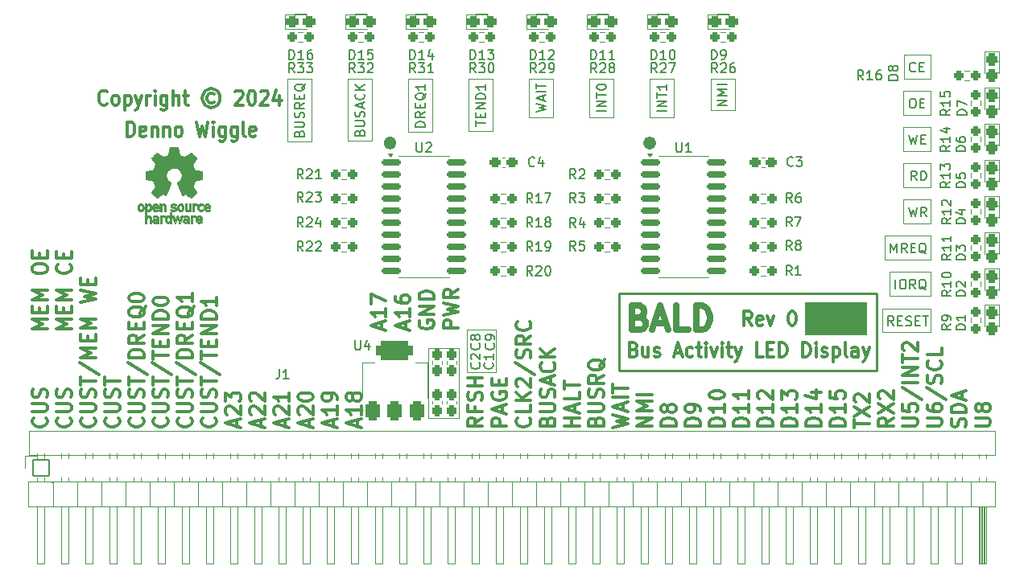
<source format=gbr>
%TF.GenerationSoftware,KiCad,Pcbnew,8.0.4*%
%TF.CreationDate,2024-07-26T10:39:13-07:00*%
%TF.ProjectId,BALD,42414c44-2e6b-4696-9361-645f70636258,0*%
%TF.SameCoordinates,Original*%
%TF.FileFunction,Legend,Top*%
%TF.FilePolarity,Positive*%
%FSLAX46Y46*%
G04 Gerber Fmt 4.6, Leading zero omitted, Abs format (unit mm)*
G04 Created by KiCad (PCBNEW 8.0.4) date 2024-07-26 10:39:13*
%MOMM*%
%LPD*%
G01*
G04 APERTURE LIST*
G04 Aperture macros list*
%AMRoundRect*
0 Rectangle with rounded corners*
0 $1 Rounding radius*
0 $2 $3 $4 $5 $6 $7 $8 $9 X,Y pos of 4 corners*
0 Add a 4 corners polygon primitive as box body*
4,1,4,$2,$3,$4,$5,$6,$7,$8,$9,$2,$3,0*
0 Add four circle primitives for the rounded corners*
1,1,$1+$1,$2,$3*
1,1,$1+$1,$4,$5*
1,1,$1+$1,$6,$7*
1,1,$1+$1,$8,$9*
0 Add four rect primitives between the rounded corners*
20,1,$1+$1,$2,$3,$4,$5,0*
20,1,$1+$1,$4,$5,$6,$7,0*
20,1,$1+$1,$6,$7,$8,$9,0*
20,1,$1+$1,$8,$9,$2,$3,0*%
G04 Aperture macros list end*
%ADD10C,0.120000*%
%ADD11C,0.254000*%
%ADD12C,0.695000*%
%ADD13C,0.200000*%
%ADD14C,0.300000*%
%ADD15C,0.317500*%
%ADD16C,0.150000*%
%ADD17C,0.635000*%
%ADD18C,0.010000*%
%ADD19C,3.302000*%
%ADD20C,2.802000*%
%ADD21RoundRect,0.263000X-0.275500X-0.263000X0.275500X-0.263000X0.275500X0.263000X-0.275500X0.263000X0*%
%ADD22RoundRect,0.263000X-0.325500X-0.263000X0.325500X-0.263000X0.325500X0.263000X-0.325500X0.263000X0*%
%ADD23RoundRect,0.301000X-0.351000X-0.301000X0.351000X-0.301000X0.351000X0.301000X-0.351000X0.301000X0*%
%ADD24RoundRect,0.263000X-0.263000X0.275500X-0.263000X-0.275500X0.263000X-0.275500X0.263000X0.275500X0*%
%ADD25RoundRect,0.263000X0.275500X0.263000X-0.275500X0.263000X-0.275500X-0.263000X0.275500X-0.263000X0*%
%ADD26RoundRect,0.263000X0.263000X-0.325500X0.263000X0.325500X-0.263000X0.325500X-0.263000X-0.325500X0*%
%ADD27RoundRect,0.263000X-0.263000X0.325500X-0.263000X-0.325500X0.263000X-0.325500X0.263000X0.325500X0*%
%ADD28RoundRect,0.301000X-0.301000X0.351000X-0.301000X-0.351000X0.301000X-0.351000X0.301000X0.351000X0*%
%ADD29RoundRect,0.051000X-0.850000X0.850000X-0.850000X-0.850000X0.850000X-0.850000X0.850000X0.850000X0*%
%ADD30O,1.802000X1.802000*%
%ADD31RoundRect,0.175500X-0.863000X-0.175500X0.863000X-0.175500X0.863000X0.175500X-0.863000X0.175500X0*%
%ADD32RoundRect,0.400500X0.400500X-0.650500X0.400500X0.650500X-0.400500X0.650500X-0.400500X-0.650500X0*%
%ADD33RoundRect,0.525500X1.425500X-0.525500X1.425500X0.525500X-1.425500X0.525500X-1.425500X-0.525500X0*%
G04 APERTURE END LIST*
D10*
X92628720Y45224700D02*
X95422720Y45224700D01*
X95422720Y42684700D01*
X92628720Y42684700D01*
X92628720Y45224700D01*
X59481720Y42684700D02*
X62021720Y42684700D01*
X62021720Y38620700D01*
X59481720Y38620700D01*
X59481720Y42684700D01*
X65831720Y42684700D02*
X68371720Y42684700D01*
X68371720Y38620700D01*
X65831720Y38620700D01*
X65831720Y42684700D01*
X553720Y5600700D02*
X102153720Y5600700D01*
X102153720Y3060700D01*
X553720Y3060700D01*
X553720Y5600700D01*
X53131720Y42684700D02*
X55671720Y42684700D01*
X55671720Y38620700D01*
X53131720Y38620700D01*
X53131720Y42684700D01*
X34081720Y42684700D02*
X36621720Y42684700D01*
X36621720Y36207700D01*
X34081720Y36207700D01*
X34081720Y42684700D01*
X92501720Y33794700D02*
X95422720Y33794700D01*
X95422720Y31254700D01*
X92501720Y31254700D01*
X92501720Y33794700D01*
X27731720Y42684700D02*
X30271720Y42684700D01*
X30271720Y36080700D01*
X27731720Y36080700D01*
X27731720Y42684700D01*
X91104720Y22364700D02*
X95422720Y22364700D01*
X95422720Y19824700D01*
X91104720Y19824700D01*
X91104720Y22364700D01*
X92501720Y37604700D02*
X95422720Y37604700D01*
X95422720Y35064700D01*
X92501720Y35064700D01*
X92501720Y37604700D01*
X90342720Y18491200D02*
X95422720Y18491200D01*
X95422720Y16078200D01*
X90342720Y16078200D01*
X90342720Y18491200D01*
D11*
X62657220Y20134700D02*
X89708220Y20134700D01*
X89708220Y12006700D01*
X62657220Y12006700D01*
X62657220Y20134700D01*
D10*
X90596720Y26174700D02*
X95422720Y26174700D01*
X95422720Y23634700D01*
X90596720Y23634700D01*
X90596720Y26174700D01*
X82214720Y19204700D02*
X88627720Y19204700D01*
X88627720Y15760700D01*
X82214720Y15760700D01*
X82214720Y19204700D01*
G36*
X82214720Y19204700D02*
G01*
X88627720Y19204700D01*
X88627720Y15760700D01*
X82214720Y15760700D01*
X82214720Y19204700D01*
G37*
X42590720Y14363700D02*
X45765720Y14363700D01*
X45765720Y6997700D01*
X42590720Y6997700D01*
X42590720Y14363700D01*
X40431720Y42684700D02*
X42971720Y42684700D01*
X42971720Y37096700D01*
X40431720Y37096700D01*
X40431720Y42684700D01*
D12*
X38874220Y35953700D02*
G75*
G02*
X38179220Y35953700I-347500J0D01*
G01*
X38179220Y35953700D02*
G75*
G02*
X38874220Y35953700I347500J0D01*
G01*
D10*
X92501720Y29984700D02*
X95422720Y29984700D01*
X95422720Y27444700D01*
X92501720Y27444700D01*
X92501720Y29984700D01*
X92501720Y41414700D02*
X95422720Y41414700D01*
X95422720Y38874700D01*
X92501720Y38874700D01*
X92501720Y41414700D01*
X46654720Y16268700D02*
X49702720Y16268700D01*
X49702720Y11823700D01*
X46654720Y11823700D01*
X46654720Y16268700D01*
D12*
X66179220Y35953700D02*
G75*
G02*
X65484220Y35953700I-347500J0D01*
G01*
X65484220Y35953700D02*
G75*
G02*
X66179220Y35953700I347500J0D01*
G01*
D13*
X2997200Y233680D02*
X3032760Y233680D01*
D10*
X46781720Y42684700D02*
X49321720Y42684700D01*
X49321720Y37223700D01*
X46781720Y37223700D01*
X46781720Y42684700D01*
X72308720Y42684700D02*
X74848720Y42684700D01*
X74848720Y39382700D01*
X72308720Y39382700D01*
X72308720Y42684700D01*
D14*
X2316197Y7012354D02*
X2391436Y6940926D01*
X2391436Y6940926D02*
X2466674Y6726640D01*
X2466674Y6726640D02*
X2466674Y6583783D01*
X2466674Y6583783D02*
X2391436Y6369497D01*
X2391436Y6369497D02*
X2240959Y6226640D01*
X2240959Y6226640D02*
X2090483Y6155211D01*
X2090483Y6155211D02*
X1789531Y6083783D01*
X1789531Y6083783D02*
X1563816Y6083783D01*
X1563816Y6083783D02*
X1262864Y6155211D01*
X1262864Y6155211D02*
X1112388Y6226640D01*
X1112388Y6226640D02*
X961912Y6369497D01*
X961912Y6369497D02*
X886674Y6583783D01*
X886674Y6583783D02*
X886674Y6726640D01*
X886674Y6726640D02*
X961912Y6940926D01*
X961912Y6940926D02*
X1037150Y7012354D01*
X886674Y7655211D02*
X2165721Y7655211D01*
X2165721Y7655211D02*
X2316197Y7726640D01*
X2316197Y7726640D02*
X2391436Y7798068D01*
X2391436Y7798068D02*
X2466674Y7940926D01*
X2466674Y7940926D02*
X2466674Y8226640D01*
X2466674Y8226640D02*
X2391436Y8369497D01*
X2391436Y8369497D02*
X2316197Y8440926D01*
X2316197Y8440926D02*
X2165721Y8512354D01*
X2165721Y8512354D02*
X886674Y8512354D01*
X2391436Y9155212D02*
X2466674Y9369497D01*
X2466674Y9369497D02*
X2466674Y9726640D01*
X2466674Y9726640D02*
X2391436Y9869497D01*
X2391436Y9869497D02*
X2316197Y9940926D01*
X2316197Y9940926D02*
X2165721Y10012355D01*
X2165721Y10012355D02*
X2015245Y10012355D01*
X2015245Y10012355D02*
X1864769Y9940926D01*
X1864769Y9940926D02*
X1789531Y9869497D01*
X1789531Y9869497D02*
X1714293Y9726640D01*
X1714293Y9726640D02*
X1639055Y9440926D01*
X1639055Y9440926D02*
X1563816Y9298069D01*
X1563816Y9298069D02*
X1488578Y9226640D01*
X1488578Y9226640D02*
X1338102Y9155212D01*
X1338102Y9155212D02*
X1187626Y9155212D01*
X1187626Y9155212D02*
X1037150Y9226640D01*
X1037150Y9226640D02*
X961912Y9298069D01*
X961912Y9298069D02*
X886674Y9440926D01*
X886674Y9440926D02*
X886674Y9798069D01*
X886674Y9798069D02*
X961912Y10012355D01*
X2466674Y16369496D02*
X886674Y16369496D01*
X886674Y16369496D02*
X2015245Y16869496D01*
X2015245Y16869496D02*
X886674Y17369496D01*
X886674Y17369496D02*
X2466674Y17369496D01*
X1639055Y18083782D02*
X1639055Y18583782D01*
X2466674Y18798068D02*
X2466674Y18083782D01*
X2466674Y18083782D02*
X886674Y18083782D01*
X886674Y18083782D02*
X886674Y18798068D01*
X2466674Y19440925D02*
X886674Y19440925D01*
X886674Y19440925D02*
X2015245Y19940925D01*
X2015245Y19940925D02*
X886674Y20440925D01*
X886674Y20440925D02*
X2466674Y20440925D01*
X886674Y22583783D02*
X886674Y22869497D01*
X886674Y22869497D02*
X961912Y23012354D01*
X961912Y23012354D02*
X1112388Y23155211D01*
X1112388Y23155211D02*
X1413340Y23226640D01*
X1413340Y23226640D02*
X1940007Y23226640D01*
X1940007Y23226640D02*
X2240959Y23155211D01*
X2240959Y23155211D02*
X2391436Y23012354D01*
X2391436Y23012354D02*
X2466674Y22869497D01*
X2466674Y22869497D02*
X2466674Y22583783D01*
X2466674Y22583783D02*
X2391436Y22440925D01*
X2391436Y22440925D02*
X2240959Y22298068D01*
X2240959Y22298068D02*
X1940007Y22226640D01*
X1940007Y22226640D02*
X1413340Y22226640D01*
X1413340Y22226640D02*
X1112388Y22298068D01*
X1112388Y22298068D02*
X961912Y22440925D01*
X961912Y22440925D02*
X886674Y22583783D01*
X1639055Y23869497D02*
X1639055Y24369497D01*
X2466674Y24583783D02*
X2466674Y23869497D01*
X2466674Y23869497D02*
X886674Y23869497D01*
X886674Y23869497D02*
X886674Y24583783D01*
X4859909Y7012354D02*
X4935148Y6940926D01*
X4935148Y6940926D02*
X5010386Y6726640D01*
X5010386Y6726640D02*
X5010386Y6583783D01*
X5010386Y6583783D02*
X4935148Y6369497D01*
X4935148Y6369497D02*
X4784671Y6226640D01*
X4784671Y6226640D02*
X4634195Y6155211D01*
X4634195Y6155211D02*
X4333243Y6083783D01*
X4333243Y6083783D02*
X4107528Y6083783D01*
X4107528Y6083783D02*
X3806576Y6155211D01*
X3806576Y6155211D02*
X3656100Y6226640D01*
X3656100Y6226640D02*
X3505624Y6369497D01*
X3505624Y6369497D02*
X3430386Y6583783D01*
X3430386Y6583783D02*
X3430386Y6726640D01*
X3430386Y6726640D02*
X3505624Y6940926D01*
X3505624Y6940926D02*
X3580862Y7012354D01*
X3430386Y7655211D02*
X4709433Y7655211D01*
X4709433Y7655211D02*
X4859909Y7726640D01*
X4859909Y7726640D02*
X4935148Y7798068D01*
X4935148Y7798068D02*
X5010386Y7940926D01*
X5010386Y7940926D02*
X5010386Y8226640D01*
X5010386Y8226640D02*
X4935148Y8369497D01*
X4935148Y8369497D02*
X4859909Y8440926D01*
X4859909Y8440926D02*
X4709433Y8512354D01*
X4709433Y8512354D02*
X3430386Y8512354D01*
X4935148Y9155212D02*
X5010386Y9369497D01*
X5010386Y9369497D02*
X5010386Y9726640D01*
X5010386Y9726640D02*
X4935148Y9869497D01*
X4935148Y9869497D02*
X4859909Y9940926D01*
X4859909Y9940926D02*
X4709433Y10012355D01*
X4709433Y10012355D02*
X4558957Y10012355D01*
X4558957Y10012355D02*
X4408481Y9940926D01*
X4408481Y9940926D02*
X4333243Y9869497D01*
X4333243Y9869497D02*
X4258005Y9726640D01*
X4258005Y9726640D02*
X4182767Y9440926D01*
X4182767Y9440926D02*
X4107528Y9298069D01*
X4107528Y9298069D02*
X4032290Y9226640D01*
X4032290Y9226640D02*
X3881814Y9155212D01*
X3881814Y9155212D02*
X3731338Y9155212D01*
X3731338Y9155212D02*
X3580862Y9226640D01*
X3580862Y9226640D02*
X3505624Y9298069D01*
X3505624Y9298069D02*
X3430386Y9440926D01*
X3430386Y9440926D02*
X3430386Y9798069D01*
X3430386Y9798069D02*
X3505624Y10012355D01*
X5010386Y16369496D02*
X3430386Y16369496D01*
X3430386Y16369496D02*
X4558957Y16869496D01*
X4558957Y16869496D02*
X3430386Y17369496D01*
X3430386Y17369496D02*
X5010386Y17369496D01*
X4182767Y18083782D02*
X4182767Y18583782D01*
X5010386Y18798068D02*
X5010386Y18083782D01*
X5010386Y18083782D02*
X3430386Y18083782D01*
X3430386Y18083782D02*
X3430386Y18798068D01*
X5010386Y19440925D02*
X3430386Y19440925D01*
X3430386Y19440925D02*
X4558957Y19940925D01*
X4558957Y19940925D02*
X3430386Y20440925D01*
X3430386Y20440925D02*
X5010386Y20440925D01*
X4859909Y23155211D02*
X4935148Y23083783D01*
X4935148Y23083783D02*
X5010386Y22869497D01*
X5010386Y22869497D02*
X5010386Y22726640D01*
X5010386Y22726640D02*
X4935148Y22512354D01*
X4935148Y22512354D02*
X4784671Y22369497D01*
X4784671Y22369497D02*
X4634195Y22298068D01*
X4634195Y22298068D02*
X4333243Y22226640D01*
X4333243Y22226640D02*
X4107528Y22226640D01*
X4107528Y22226640D02*
X3806576Y22298068D01*
X3806576Y22298068D02*
X3656100Y22369497D01*
X3656100Y22369497D02*
X3505624Y22512354D01*
X3505624Y22512354D02*
X3430386Y22726640D01*
X3430386Y22726640D02*
X3430386Y22869497D01*
X3430386Y22869497D02*
X3505624Y23083783D01*
X3505624Y23083783D02*
X3580862Y23155211D01*
X4182767Y23798068D02*
X4182767Y24298068D01*
X5010386Y24512354D02*
X5010386Y23798068D01*
X5010386Y23798068D02*
X3430386Y23798068D01*
X3430386Y23798068D02*
X3430386Y24512354D01*
X7403621Y7012354D02*
X7478860Y6940926D01*
X7478860Y6940926D02*
X7554098Y6726640D01*
X7554098Y6726640D02*
X7554098Y6583783D01*
X7554098Y6583783D02*
X7478860Y6369497D01*
X7478860Y6369497D02*
X7328383Y6226640D01*
X7328383Y6226640D02*
X7177907Y6155211D01*
X7177907Y6155211D02*
X6876955Y6083783D01*
X6876955Y6083783D02*
X6651240Y6083783D01*
X6651240Y6083783D02*
X6350288Y6155211D01*
X6350288Y6155211D02*
X6199812Y6226640D01*
X6199812Y6226640D02*
X6049336Y6369497D01*
X6049336Y6369497D02*
X5974098Y6583783D01*
X5974098Y6583783D02*
X5974098Y6726640D01*
X5974098Y6726640D02*
X6049336Y6940926D01*
X6049336Y6940926D02*
X6124574Y7012354D01*
X5974098Y7655211D02*
X7253145Y7655211D01*
X7253145Y7655211D02*
X7403621Y7726640D01*
X7403621Y7726640D02*
X7478860Y7798068D01*
X7478860Y7798068D02*
X7554098Y7940926D01*
X7554098Y7940926D02*
X7554098Y8226640D01*
X7554098Y8226640D02*
X7478860Y8369497D01*
X7478860Y8369497D02*
X7403621Y8440926D01*
X7403621Y8440926D02*
X7253145Y8512354D01*
X7253145Y8512354D02*
X5974098Y8512354D01*
X7478860Y9155212D02*
X7554098Y9369497D01*
X7554098Y9369497D02*
X7554098Y9726640D01*
X7554098Y9726640D02*
X7478860Y9869497D01*
X7478860Y9869497D02*
X7403621Y9940926D01*
X7403621Y9940926D02*
X7253145Y10012355D01*
X7253145Y10012355D02*
X7102669Y10012355D01*
X7102669Y10012355D02*
X6952193Y9940926D01*
X6952193Y9940926D02*
X6876955Y9869497D01*
X6876955Y9869497D02*
X6801717Y9726640D01*
X6801717Y9726640D02*
X6726479Y9440926D01*
X6726479Y9440926D02*
X6651240Y9298069D01*
X6651240Y9298069D02*
X6576002Y9226640D01*
X6576002Y9226640D02*
X6425526Y9155212D01*
X6425526Y9155212D02*
X6275050Y9155212D01*
X6275050Y9155212D02*
X6124574Y9226640D01*
X6124574Y9226640D02*
X6049336Y9298069D01*
X6049336Y9298069D02*
X5974098Y9440926D01*
X5974098Y9440926D02*
X5974098Y9798069D01*
X5974098Y9798069D02*
X6049336Y10012355D01*
X5974098Y10440926D02*
X5974098Y11298068D01*
X7554098Y10869497D02*
X5974098Y10869497D01*
X5898860Y12869497D02*
X7930288Y11583783D01*
X7554098Y13369497D02*
X5974098Y13369497D01*
X5974098Y13369497D02*
X7102669Y13869497D01*
X7102669Y13869497D02*
X5974098Y14369497D01*
X5974098Y14369497D02*
X7554098Y14369497D01*
X6726479Y15083783D02*
X6726479Y15583783D01*
X7554098Y15798069D02*
X7554098Y15083783D01*
X7554098Y15083783D02*
X5974098Y15083783D01*
X5974098Y15083783D02*
X5974098Y15798069D01*
X7554098Y16440926D02*
X5974098Y16440926D01*
X5974098Y16440926D02*
X7102669Y16940926D01*
X7102669Y16940926D02*
X5974098Y17440926D01*
X5974098Y17440926D02*
X7554098Y17440926D01*
X5974098Y19155212D02*
X7554098Y19512355D01*
X7554098Y19512355D02*
X6425526Y19798069D01*
X6425526Y19798069D02*
X7554098Y20083784D01*
X7554098Y20083784D02*
X5974098Y20440926D01*
X6726479Y21012355D02*
X6726479Y21512355D01*
X7554098Y21726641D02*
X7554098Y21012355D01*
X7554098Y21012355D02*
X5974098Y21012355D01*
X5974098Y21012355D02*
X5974098Y21726641D01*
X9947333Y7012354D02*
X10022572Y6940926D01*
X10022572Y6940926D02*
X10097810Y6726640D01*
X10097810Y6726640D02*
X10097810Y6583783D01*
X10097810Y6583783D02*
X10022572Y6369497D01*
X10022572Y6369497D02*
X9872095Y6226640D01*
X9872095Y6226640D02*
X9721619Y6155211D01*
X9721619Y6155211D02*
X9420667Y6083783D01*
X9420667Y6083783D02*
X9194952Y6083783D01*
X9194952Y6083783D02*
X8894000Y6155211D01*
X8894000Y6155211D02*
X8743524Y6226640D01*
X8743524Y6226640D02*
X8593048Y6369497D01*
X8593048Y6369497D02*
X8517810Y6583783D01*
X8517810Y6583783D02*
X8517810Y6726640D01*
X8517810Y6726640D02*
X8593048Y6940926D01*
X8593048Y6940926D02*
X8668286Y7012354D01*
X8517810Y7655211D02*
X9796857Y7655211D01*
X9796857Y7655211D02*
X9947333Y7726640D01*
X9947333Y7726640D02*
X10022572Y7798068D01*
X10022572Y7798068D02*
X10097810Y7940926D01*
X10097810Y7940926D02*
X10097810Y8226640D01*
X10097810Y8226640D02*
X10022572Y8369497D01*
X10022572Y8369497D02*
X9947333Y8440926D01*
X9947333Y8440926D02*
X9796857Y8512354D01*
X9796857Y8512354D02*
X8517810Y8512354D01*
X10022572Y9155212D02*
X10097810Y9369497D01*
X10097810Y9369497D02*
X10097810Y9726640D01*
X10097810Y9726640D02*
X10022572Y9869497D01*
X10022572Y9869497D02*
X9947333Y9940926D01*
X9947333Y9940926D02*
X9796857Y10012355D01*
X9796857Y10012355D02*
X9646381Y10012355D01*
X9646381Y10012355D02*
X9495905Y9940926D01*
X9495905Y9940926D02*
X9420667Y9869497D01*
X9420667Y9869497D02*
X9345429Y9726640D01*
X9345429Y9726640D02*
X9270191Y9440926D01*
X9270191Y9440926D02*
X9194952Y9298069D01*
X9194952Y9298069D02*
X9119714Y9226640D01*
X9119714Y9226640D02*
X8969238Y9155212D01*
X8969238Y9155212D02*
X8818762Y9155212D01*
X8818762Y9155212D02*
X8668286Y9226640D01*
X8668286Y9226640D02*
X8593048Y9298069D01*
X8593048Y9298069D02*
X8517810Y9440926D01*
X8517810Y9440926D02*
X8517810Y9798069D01*
X8517810Y9798069D02*
X8593048Y10012355D01*
X8517810Y10440926D02*
X8517810Y11298068D01*
X10097810Y10869497D02*
X8517810Y10869497D01*
X12491045Y7012354D02*
X12566284Y6940926D01*
X12566284Y6940926D02*
X12641522Y6726640D01*
X12641522Y6726640D02*
X12641522Y6583783D01*
X12641522Y6583783D02*
X12566284Y6369497D01*
X12566284Y6369497D02*
X12415807Y6226640D01*
X12415807Y6226640D02*
X12265331Y6155211D01*
X12265331Y6155211D02*
X11964379Y6083783D01*
X11964379Y6083783D02*
X11738664Y6083783D01*
X11738664Y6083783D02*
X11437712Y6155211D01*
X11437712Y6155211D02*
X11287236Y6226640D01*
X11287236Y6226640D02*
X11136760Y6369497D01*
X11136760Y6369497D02*
X11061522Y6583783D01*
X11061522Y6583783D02*
X11061522Y6726640D01*
X11061522Y6726640D02*
X11136760Y6940926D01*
X11136760Y6940926D02*
X11211998Y7012354D01*
X11061522Y7655211D02*
X12340569Y7655211D01*
X12340569Y7655211D02*
X12491045Y7726640D01*
X12491045Y7726640D02*
X12566284Y7798068D01*
X12566284Y7798068D02*
X12641522Y7940926D01*
X12641522Y7940926D02*
X12641522Y8226640D01*
X12641522Y8226640D02*
X12566284Y8369497D01*
X12566284Y8369497D02*
X12491045Y8440926D01*
X12491045Y8440926D02*
X12340569Y8512354D01*
X12340569Y8512354D02*
X11061522Y8512354D01*
X12566284Y9155212D02*
X12641522Y9369497D01*
X12641522Y9369497D02*
X12641522Y9726640D01*
X12641522Y9726640D02*
X12566284Y9869497D01*
X12566284Y9869497D02*
X12491045Y9940926D01*
X12491045Y9940926D02*
X12340569Y10012355D01*
X12340569Y10012355D02*
X12190093Y10012355D01*
X12190093Y10012355D02*
X12039617Y9940926D01*
X12039617Y9940926D02*
X11964379Y9869497D01*
X11964379Y9869497D02*
X11889141Y9726640D01*
X11889141Y9726640D02*
X11813903Y9440926D01*
X11813903Y9440926D02*
X11738664Y9298069D01*
X11738664Y9298069D02*
X11663426Y9226640D01*
X11663426Y9226640D02*
X11512950Y9155212D01*
X11512950Y9155212D02*
X11362474Y9155212D01*
X11362474Y9155212D02*
X11211998Y9226640D01*
X11211998Y9226640D02*
X11136760Y9298069D01*
X11136760Y9298069D02*
X11061522Y9440926D01*
X11061522Y9440926D02*
X11061522Y9798069D01*
X11061522Y9798069D02*
X11136760Y10012355D01*
X11061522Y10440926D02*
X11061522Y11298068D01*
X12641522Y10869497D02*
X11061522Y10869497D01*
X10986284Y12869497D02*
X13017712Y11583783D01*
X12641522Y13369497D02*
X11061522Y13369497D01*
X11061522Y13369497D02*
X11061522Y13726640D01*
X11061522Y13726640D02*
X11136760Y13940926D01*
X11136760Y13940926D02*
X11287236Y14083783D01*
X11287236Y14083783D02*
X11437712Y14155212D01*
X11437712Y14155212D02*
X11738664Y14226640D01*
X11738664Y14226640D02*
X11964379Y14226640D01*
X11964379Y14226640D02*
X12265331Y14155212D01*
X12265331Y14155212D02*
X12415807Y14083783D01*
X12415807Y14083783D02*
X12566284Y13940926D01*
X12566284Y13940926D02*
X12641522Y13726640D01*
X12641522Y13726640D02*
X12641522Y13369497D01*
X12641522Y15726640D02*
X11889141Y15226640D01*
X12641522Y14869497D02*
X11061522Y14869497D01*
X11061522Y14869497D02*
X11061522Y15440926D01*
X11061522Y15440926D02*
X11136760Y15583783D01*
X11136760Y15583783D02*
X11211998Y15655212D01*
X11211998Y15655212D02*
X11362474Y15726640D01*
X11362474Y15726640D02*
X11588188Y15726640D01*
X11588188Y15726640D02*
X11738664Y15655212D01*
X11738664Y15655212D02*
X11813903Y15583783D01*
X11813903Y15583783D02*
X11889141Y15440926D01*
X11889141Y15440926D02*
X11889141Y14869497D01*
X11813903Y16369497D02*
X11813903Y16869497D01*
X12641522Y17083783D02*
X12641522Y16369497D01*
X12641522Y16369497D02*
X11061522Y16369497D01*
X11061522Y16369497D02*
X11061522Y17083783D01*
X12791998Y18726640D02*
X12716760Y18583783D01*
X12716760Y18583783D02*
X12566284Y18440926D01*
X12566284Y18440926D02*
X12340569Y18226640D01*
X12340569Y18226640D02*
X12265331Y18083783D01*
X12265331Y18083783D02*
X12265331Y17940926D01*
X12641522Y18012355D02*
X12566284Y17869497D01*
X12566284Y17869497D02*
X12415807Y17726640D01*
X12415807Y17726640D02*
X12114855Y17655212D01*
X12114855Y17655212D02*
X11588188Y17655212D01*
X11588188Y17655212D02*
X11287236Y17726640D01*
X11287236Y17726640D02*
X11136760Y17869497D01*
X11136760Y17869497D02*
X11061522Y18012355D01*
X11061522Y18012355D02*
X11061522Y18298069D01*
X11061522Y18298069D02*
X11136760Y18440926D01*
X11136760Y18440926D02*
X11287236Y18583783D01*
X11287236Y18583783D02*
X11588188Y18655212D01*
X11588188Y18655212D02*
X12114855Y18655212D01*
X12114855Y18655212D02*
X12415807Y18583783D01*
X12415807Y18583783D02*
X12566284Y18440926D01*
X12566284Y18440926D02*
X12641522Y18298069D01*
X12641522Y18298069D02*
X12641522Y18012355D01*
X11061522Y19583784D02*
X11061522Y19726641D01*
X11061522Y19726641D02*
X11136760Y19869498D01*
X11136760Y19869498D02*
X11211998Y19940926D01*
X11211998Y19940926D02*
X11362474Y20012355D01*
X11362474Y20012355D02*
X11663426Y20083784D01*
X11663426Y20083784D02*
X12039617Y20083784D01*
X12039617Y20083784D02*
X12340569Y20012355D01*
X12340569Y20012355D02*
X12491045Y19940926D01*
X12491045Y19940926D02*
X12566284Y19869498D01*
X12566284Y19869498D02*
X12641522Y19726641D01*
X12641522Y19726641D02*
X12641522Y19583784D01*
X12641522Y19583784D02*
X12566284Y19440926D01*
X12566284Y19440926D02*
X12491045Y19369498D01*
X12491045Y19369498D02*
X12340569Y19298069D01*
X12340569Y19298069D02*
X12039617Y19226641D01*
X12039617Y19226641D02*
X11663426Y19226641D01*
X11663426Y19226641D02*
X11362474Y19298069D01*
X11362474Y19298069D02*
X11211998Y19369498D01*
X11211998Y19369498D02*
X11136760Y19440926D01*
X11136760Y19440926D02*
X11061522Y19583784D01*
X15034757Y7012354D02*
X15109996Y6940926D01*
X15109996Y6940926D02*
X15185234Y6726640D01*
X15185234Y6726640D02*
X15185234Y6583783D01*
X15185234Y6583783D02*
X15109996Y6369497D01*
X15109996Y6369497D02*
X14959519Y6226640D01*
X14959519Y6226640D02*
X14809043Y6155211D01*
X14809043Y6155211D02*
X14508091Y6083783D01*
X14508091Y6083783D02*
X14282376Y6083783D01*
X14282376Y6083783D02*
X13981424Y6155211D01*
X13981424Y6155211D02*
X13830948Y6226640D01*
X13830948Y6226640D02*
X13680472Y6369497D01*
X13680472Y6369497D02*
X13605234Y6583783D01*
X13605234Y6583783D02*
X13605234Y6726640D01*
X13605234Y6726640D02*
X13680472Y6940926D01*
X13680472Y6940926D02*
X13755710Y7012354D01*
X13605234Y7655211D02*
X14884281Y7655211D01*
X14884281Y7655211D02*
X15034757Y7726640D01*
X15034757Y7726640D02*
X15109996Y7798068D01*
X15109996Y7798068D02*
X15185234Y7940926D01*
X15185234Y7940926D02*
X15185234Y8226640D01*
X15185234Y8226640D02*
X15109996Y8369497D01*
X15109996Y8369497D02*
X15034757Y8440926D01*
X15034757Y8440926D02*
X14884281Y8512354D01*
X14884281Y8512354D02*
X13605234Y8512354D01*
X15109996Y9155212D02*
X15185234Y9369497D01*
X15185234Y9369497D02*
X15185234Y9726640D01*
X15185234Y9726640D02*
X15109996Y9869497D01*
X15109996Y9869497D02*
X15034757Y9940926D01*
X15034757Y9940926D02*
X14884281Y10012355D01*
X14884281Y10012355D02*
X14733805Y10012355D01*
X14733805Y10012355D02*
X14583329Y9940926D01*
X14583329Y9940926D02*
X14508091Y9869497D01*
X14508091Y9869497D02*
X14432853Y9726640D01*
X14432853Y9726640D02*
X14357615Y9440926D01*
X14357615Y9440926D02*
X14282376Y9298069D01*
X14282376Y9298069D02*
X14207138Y9226640D01*
X14207138Y9226640D02*
X14056662Y9155212D01*
X14056662Y9155212D02*
X13906186Y9155212D01*
X13906186Y9155212D02*
X13755710Y9226640D01*
X13755710Y9226640D02*
X13680472Y9298069D01*
X13680472Y9298069D02*
X13605234Y9440926D01*
X13605234Y9440926D02*
X13605234Y9798069D01*
X13605234Y9798069D02*
X13680472Y10012355D01*
X13605234Y10440926D02*
X13605234Y11298068D01*
X15185234Y10869497D02*
X13605234Y10869497D01*
X13529996Y12869497D02*
X15561424Y11583783D01*
X13605234Y13155212D02*
X13605234Y14012354D01*
X15185234Y13583783D02*
X13605234Y13583783D01*
X14357615Y14512354D02*
X14357615Y15012354D01*
X15185234Y15226640D02*
X15185234Y14512354D01*
X15185234Y14512354D02*
X13605234Y14512354D01*
X13605234Y14512354D02*
X13605234Y15226640D01*
X15185234Y15869497D02*
X13605234Y15869497D01*
X13605234Y15869497D02*
X15185234Y16726640D01*
X15185234Y16726640D02*
X13605234Y16726640D01*
X15185234Y17440926D02*
X13605234Y17440926D01*
X13605234Y17440926D02*
X13605234Y17798069D01*
X13605234Y17798069D02*
X13680472Y18012355D01*
X13680472Y18012355D02*
X13830948Y18155212D01*
X13830948Y18155212D02*
X13981424Y18226641D01*
X13981424Y18226641D02*
X14282376Y18298069D01*
X14282376Y18298069D02*
X14508091Y18298069D01*
X14508091Y18298069D02*
X14809043Y18226641D01*
X14809043Y18226641D02*
X14959519Y18155212D01*
X14959519Y18155212D02*
X15109996Y18012355D01*
X15109996Y18012355D02*
X15185234Y17798069D01*
X15185234Y17798069D02*
X15185234Y17440926D01*
X13605234Y19226641D02*
X13605234Y19369498D01*
X13605234Y19369498D02*
X13680472Y19512355D01*
X13680472Y19512355D02*
X13755710Y19583783D01*
X13755710Y19583783D02*
X13906186Y19655212D01*
X13906186Y19655212D02*
X14207138Y19726641D01*
X14207138Y19726641D02*
X14583329Y19726641D01*
X14583329Y19726641D02*
X14884281Y19655212D01*
X14884281Y19655212D02*
X15034757Y19583783D01*
X15034757Y19583783D02*
X15109996Y19512355D01*
X15109996Y19512355D02*
X15185234Y19369498D01*
X15185234Y19369498D02*
X15185234Y19226641D01*
X15185234Y19226641D02*
X15109996Y19083783D01*
X15109996Y19083783D02*
X15034757Y19012355D01*
X15034757Y19012355D02*
X14884281Y18940926D01*
X14884281Y18940926D02*
X14583329Y18869498D01*
X14583329Y18869498D02*
X14207138Y18869498D01*
X14207138Y18869498D02*
X13906186Y18940926D01*
X13906186Y18940926D02*
X13755710Y19012355D01*
X13755710Y19012355D02*
X13680472Y19083783D01*
X13680472Y19083783D02*
X13605234Y19226641D01*
X17578469Y7012354D02*
X17653708Y6940926D01*
X17653708Y6940926D02*
X17728946Y6726640D01*
X17728946Y6726640D02*
X17728946Y6583783D01*
X17728946Y6583783D02*
X17653708Y6369497D01*
X17653708Y6369497D02*
X17503231Y6226640D01*
X17503231Y6226640D02*
X17352755Y6155211D01*
X17352755Y6155211D02*
X17051803Y6083783D01*
X17051803Y6083783D02*
X16826088Y6083783D01*
X16826088Y6083783D02*
X16525136Y6155211D01*
X16525136Y6155211D02*
X16374660Y6226640D01*
X16374660Y6226640D02*
X16224184Y6369497D01*
X16224184Y6369497D02*
X16148946Y6583783D01*
X16148946Y6583783D02*
X16148946Y6726640D01*
X16148946Y6726640D02*
X16224184Y6940926D01*
X16224184Y6940926D02*
X16299422Y7012354D01*
X16148946Y7655211D02*
X17427993Y7655211D01*
X17427993Y7655211D02*
X17578469Y7726640D01*
X17578469Y7726640D02*
X17653708Y7798068D01*
X17653708Y7798068D02*
X17728946Y7940926D01*
X17728946Y7940926D02*
X17728946Y8226640D01*
X17728946Y8226640D02*
X17653708Y8369497D01*
X17653708Y8369497D02*
X17578469Y8440926D01*
X17578469Y8440926D02*
X17427993Y8512354D01*
X17427993Y8512354D02*
X16148946Y8512354D01*
X17653708Y9155212D02*
X17728946Y9369497D01*
X17728946Y9369497D02*
X17728946Y9726640D01*
X17728946Y9726640D02*
X17653708Y9869497D01*
X17653708Y9869497D02*
X17578469Y9940926D01*
X17578469Y9940926D02*
X17427993Y10012355D01*
X17427993Y10012355D02*
X17277517Y10012355D01*
X17277517Y10012355D02*
X17127041Y9940926D01*
X17127041Y9940926D02*
X17051803Y9869497D01*
X17051803Y9869497D02*
X16976565Y9726640D01*
X16976565Y9726640D02*
X16901327Y9440926D01*
X16901327Y9440926D02*
X16826088Y9298069D01*
X16826088Y9298069D02*
X16750850Y9226640D01*
X16750850Y9226640D02*
X16600374Y9155212D01*
X16600374Y9155212D02*
X16449898Y9155212D01*
X16449898Y9155212D02*
X16299422Y9226640D01*
X16299422Y9226640D02*
X16224184Y9298069D01*
X16224184Y9298069D02*
X16148946Y9440926D01*
X16148946Y9440926D02*
X16148946Y9798069D01*
X16148946Y9798069D02*
X16224184Y10012355D01*
X16148946Y10440926D02*
X16148946Y11298068D01*
X17728946Y10869497D02*
X16148946Y10869497D01*
X16073708Y12869497D02*
X18105136Y11583783D01*
X17728946Y13369497D02*
X16148946Y13369497D01*
X16148946Y13369497D02*
X16148946Y13726640D01*
X16148946Y13726640D02*
X16224184Y13940926D01*
X16224184Y13940926D02*
X16374660Y14083783D01*
X16374660Y14083783D02*
X16525136Y14155212D01*
X16525136Y14155212D02*
X16826088Y14226640D01*
X16826088Y14226640D02*
X17051803Y14226640D01*
X17051803Y14226640D02*
X17352755Y14155212D01*
X17352755Y14155212D02*
X17503231Y14083783D01*
X17503231Y14083783D02*
X17653708Y13940926D01*
X17653708Y13940926D02*
X17728946Y13726640D01*
X17728946Y13726640D02*
X17728946Y13369497D01*
X17728946Y15726640D02*
X16976565Y15226640D01*
X17728946Y14869497D02*
X16148946Y14869497D01*
X16148946Y14869497D02*
X16148946Y15440926D01*
X16148946Y15440926D02*
X16224184Y15583783D01*
X16224184Y15583783D02*
X16299422Y15655212D01*
X16299422Y15655212D02*
X16449898Y15726640D01*
X16449898Y15726640D02*
X16675612Y15726640D01*
X16675612Y15726640D02*
X16826088Y15655212D01*
X16826088Y15655212D02*
X16901327Y15583783D01*
X16901327Y15583783D02*
X16976565Y15440926D01*
X16976565Y15440926D02*
X16976565Y14869497D01*
X16901327Y16369497D02*
X16901327Y16869497D01*
X17728946Y17083783D02*
X17728946Y16369497D01*
X17728946Y16369497D02*
X16148946Y16369497D01*
X16148946Y16369497D02*
X16148946Y17083783D01*
X17879422Y18726640D02*
X17804184Y18583783D01*
X17804184Y18583783D02*
X17653708Y18440926D01*
X17653708Y18440926D02*
X17427993Y18226640D01*
X17427993Y18226640D02*
X17352755Y18083783D01*
X17352755Y18083783D02*
X17352755Y17940926D01*
X17728946Y18012355D02*
X17653708Y17869497D01*
X17653708Y17869497D02*
X17503231Y17726640D01*
X17503231Y17726640D02*
X17202279Y17655212D01*
X17202279Y17655212D02*
X16675612Y17655212D01*
X16675612Y17655212D02*
X16374660Y17726640D01*
X16374660Y17726640D02*
X16224184Y17869497D01*
X16224184Y17869497D02*
X16148946Y18012355D01*
X16148946Y18012355D02*
X16148946Y18298069D01*
X16148946Y18298069D02*
X16224184Y18440926D01*
X16224184Y18440926D02*
X16374660Y18583783D01*
X16374660Y18583783D02*
X16675612Y18655212D01*
X16675612Y18655212D02*
X17202279Y18655212D01*
X17202279Y18655212D02*
X17503231Y18583783D01*
X17503231Y18583783D02*
X17653708Y18440926D01*
X17653708Y18440926D02*
X17728946Y18298069D01*
X17728946Y18298069D02*
X17728946Y18012355D01*
X17728946Y20083784D02*
X17728946Y19226641D01*
X17728946Y19655212D02*
X16148946Y19655212D01*
X16148946Y19655212D02*
X16374660Y19512355D01*
X16374660Y19512355D02*
X16525136Y19369498D01*
X16525136Y19369498D02*
X16600374Y19226641D01*
X20122181Y7012354D02*
X20197420Y6940926D01*
X20197420Y6940926D02*
X20272658Y6726640D01*
X20272658Y6726640D02*
X20272658Y6583783D01*
X20272658Y6583783D02*
X20197420Y6369497D01*
X20197420Y6369497D02*
X20046943Y6226640D01*
X20046943Y6226640D02*
X19896467Y6155211D01*
X19896467Y6155211D02*
X19595515Y6083783D01*
X19595515Y6083783D02*
X19369800Y6083783D01*
X19369800Y6083783D02*
X19068848Y6155211D01*
X19068848Y6155211D02*
X18918372Y6226640D01*
X18918372Y6226640D02*
X18767896Y6369497D01*
X18767896Y6369497D02*
X18692658Y6583783D01*
X18692658Y6583783D02*
X18692658Y6726640D01*
X18692658Y6726640D02*
X18767896Y6940926D01*
X18767896Y6940926D02*
X18843134Y7012354D01*
X18692658Y7655211D02*
X19971705Y7655211D01*
X19971705Y7655211D02*
X20122181Y7726640D01*
X20122181Y7726640D02*
X20197420Y7798068D01*
X20197420Y7798068D02*
X20272658Y7940926D01*
X20272658Y7940926D02*
X20272658Y8226640D01*
X20272658Y8226640D02*
X20197420Y8369497D01*
X20197420Y8369497D02*
X20122181Y8440926D01*
X20122181Y8440926D02*
X19971705Y8512354D01*
X19971705Y8512354D02*
X18692658Y8512354D01*
X20197420Y9155212D02*
X20272658Y9369497D01*
X20272658Y9369497D02*
X20272658Y9726640D01*
X20272658Y9726640D02*
X20197420Y9869497D01*
X20197420Y9869497D02*
X20122181Y9940926D01*
X20122181Y9940926D02*
X19971705Y10012355D01*
X19971705Y10012355D02*
X19821229Y10012355D01*
X19821229Y10012355D02*
X19670753Y9940926D01*
X19670753Y9940926D02*
X19595515Y9869497D01*
X19595515Y9869497D02*
X19520277Y9726640D01*
X19520277Y9726640D02*
X19445039Y9440926D01*
X19445039Y9440926D02*
X19369800Y9298069D01*
X19369800Y9298069D02*
X19294562Y9226640D01*
X19294562Y9226640D02*
X19144086Y9155212D01*
X19144086Y9155212D02*
X18993610Y9155212D01*
X18993610Y9155212D02*
X18843134Y9226640D01*
X18843134Y9226640D02*
X18767896Y9298069D01*
X18767896Y9298069D02*
X18692658Y9440926D01*
X18692658Y9440926D02*
X18692658Y9798069D01*
X18692658Y9798069D02*
X18767896Y10012355D01*
X18692658Y10440926D02*
X18692658Y11298068D01*
X20272658Y10869497D02*
X18692658Y10869497D01*
X18617420Y12869497D02*
X20648848Y11583783D01*
X18692658Y13155212D02*
X18692658Y14012354D01*
X20272658Y13583783D02*
X18692658Y13583783D01*
X19445039Y14512354D02*
X19445039Y15012354D01*
X20272658Y15226640D02*
X20272658Y14512354D01*
X20272658Y14512354D02*
X18692658Y14512354D01*
X18692658Y14512354D02*
X18692658Y15226640D01*
X20272658Y15869497D02*
X18692658Y15869497D01*
X18692658Y15869497D02*
X20272658Y16726640D01*
X20272658Y16726640D02*
X18692658Y16726640D01*
X20272658Y17440926D02*
X18692658Y17440926D01*
X18692658Y17440926D02*
X18692658Y17798069D01*
X18692658Y17798069D02*
X18767896Y18012355D01*
X18767896Y18012355D02*
X18918372Y18155212D01*
X18918372Y18155212D02*
X19068848Y18226641D01*
X19068848Y18226641D02*
X19369800Y18298069D01*
X19369800Y18298069D02*
X19595515Y18298069D01*
X19595515Y18298069D02*
X19896467Y18226641D01*
X19896467Y18226641D02*
X20046943Y18155212D01*
X20046943Y18155212D02*
X20197420Y18012355D01*
X20197420Y18012355D02*
X20272658Y17798069D01*
X20272658Y17798069D02*
X20272658Y17440926D01*
X20272658Y19726641D02*
X20272658Y18869498D01*
X20272658Y19298069D02*
X18692658Y19298069D01*
X18692658Y19298069D02*
X18918372Y19155212D01*
X18918372Y19155212D02*
X19068848Y19012355D01*
X19068848Y19012355D02*
X19144086Y18869498D01*
X22364941Y6083783D02*
X22364941Y6798068D01*
X22816370Y5940926D02*
X21236370Y6440926D01*
X21236370Y6440926D02*
X22816370Y6940926D01*
X21386846Y7369497D02*
X21311608Y7440925D01*
X21311608Y7440925D02*
X21236370Y7583782D01*
X21236370Y7583782D02*
X21236370Y7940925D01*
X21236370Y7940925D02*
X21311608Y8083782D01*
X21311608Y8083782D02*
X21386846Y8155211D01*
X21386846Y8155211D02*
X21537322Y8226640D01*
X21537322Y8226640D02*
X21687798Y8226640D01*
X21687798Y8226640D02*
X21913512Y8155211D01*
X21913512Y8155211D02*
X22816370Y7298068D01*
X22816370Y7298068D02*
X22816370Y8226640D01*
X21236370Y8726639D02*
X21236370Y9655211D01*
X21236370Y9655211D02*
X21838274Y9155211D01*
X21838274Y9155211D02*
X21838274Y9369496D01*
X21838274Y9369496D02*
X21913512Y9512353D01*
X21913512Y9512353D02*
X21988751Y9583782D01*
X21988751Y9583782D02*
X22139227Y9655211D01*
X22139227Y9655211D02*
X22515417Y9655211D01*
X22515417Y9655211D02*
X22665893Y9583782D01*
X22665893Y9583782D02*
X22741132Y9512353D01*
X22741132Y9512353D02*
X22816370Y9369496D01*
X22816370Y9369496D02*
X22816370Y8940925D01*
X22816370Y8940925D02*
X22741132Y8798068D01*
X22741132Y8798068D02*
X22665893Y8726639D01*
X24908653Y6083783D02*
X24908653Y6798068D01*
X25360082Y5940926D02*
X23780082Y6440926D01*
X23780082Y6440926D02*
X25360082Y6940926D01*
X23930558Y7369497D02*
X23855320Y7440925D01*
X23855320Y7440925D02*
X23780082Y7583782D01*
X23780082Y7583782D02*
X23780082Y7940925D01*
X23780082Y7940925D02*
X23855320Y8083782D01*
X23855320Y8083782D02*
X23930558Y8155211D01*
X23930558Y8155211D02*
X24081034Y8226640D01*
X24081034Y8226640D02*
X24231510Y8226640D01*
X24231510Y8226640D02*
X24457224Y8155211D01*
X24457224Y8155211D02*
X25360082Y7298068D01*
X25360082Y7298068D02*
X25360082Y8226640D01*
X23930558Y8798068D02*
X23855320Y8869496D01*
X23855320Y8869496D02*
X23780082Y9012353D01*
X23780082Y9012353D02*
X23780082Y9369496D01*
X23780082Y9369496D02*
X23855320Y9512353D01*
X23855320Y9512353D02*
X23930558Y9583782D01*
X23930558Y9583782D02*
X24081034Y9655211D01*
X24081034Y9655211D02*
X24231510Y9655211D01*
X24231510Y9655211D02*
X24457224Y9583782D01*
X24457224Y9583782D02*
X25360082Y8726639D01*
X25360082Y8726639D02*
X25360082Y9655211D01*
X27452365Y6083783D02*
X27452365Y6798068D01*
X27903794Y5940926D02*
X26323794Y6440926D01*
X26323794Y6440926D02*
X27903794Y6940926D01*
X26474270Y7369497D02*
X26399032Y7440925D01*
X26399032Y7440925D02*
X26323794Y7583782D01*
X26323794Y7583782D02*
X26323794Y7940925D01*
X26323794Y7940925D02*
X26399032Y8083782D01*
X26399032Y8083782D02*
X26474270Y8155211D01*
X26474270Y8155211D02*
X26624746Y8226640D01*
X26624746Y8226640D02*
X26775222Y8226640D01*
X26775222Y8226640D02*
X27000936Y8155211D01*
X27000936Y8155211D02*
X27903794Y7298068D01*
X27903794Y7298068D02*
X27903794Y8226640D01*
X27903794Y9655211D02*
X27903794Y8798068D01*
X27903794Y9226639D02*
X26323794Y9226639D01*
X26323794Y9226639D02*
X26549508Y9083782D01*
X26549508Y9083782D02*
X26699984Y8940925D01*
X26699984Y8940925D02*
X26775222Y8798068D01*
X29996077Y6083783D02*
X29996077Y6798068D01*
X30447506Y5940926D02*
X28867506Y6440926D01*
X28867506Y6440926D02*
X30447506Y6940926D01*
X29017982Y7369497D02*
X28942744Y7440925D01*
X28942744Y7440925D02*
X28867506Y7583782D01*
X28867506Y7583782D02*
X28867506Y7940925D01*
X28867506Y7940925D02*
X28942744Y8083782D01*
X28942744Y8083782D02*
X29017982Y8155211D01*
X29017982Y8155211D02*
X29168458Y8226640D01*
X29168458Y8226640D02*
X29318934Y8226640D01*
X29318934Y8226640D02*
X29544648Y8155211D01*
X29544648Y8155211D02*
X30447506Y7298068D01*
X30447506Y7298068D02*
X30447506Y8226640D01*
X28867506Y9155211D02*
X28867506Y9298068D01*
X28867506Y9298068D02*
X28942744Y9440925D01*
X28942744Y9440925D02*
X29017982Y9512353D01*
X29017982Y9512353D02*
X29168458Y9583782D01*
X29168458Y9583782D02*
X29469410Y9655211D01*
X29469410Y9655211D02*
X29845601Y9655211D01*
X29845601Y9655211D02*
X30146553Y9583782D01*
X30146553Y9583782D02*
X30297029Y9512353D01*
X30297029Y9512353D02*
X30372268Y9440925D01*
X30372268Y9440925D02*
X30447506Y9298068D01*
X30447506Y9298068D02*
X30447506Y9155211D01*
X30447506Y9155211D02*
X30372268Y9012353D01*
X30372268Y9012353D02*
X30297029Y8940925D01*
X30297029Y8940925D02*
X30146553Y8869496D01*
X30146553Y8869496D02*
X29845601Y8798068D01*
X29845601Y8798068D02*
X29469410Y8798068D01*
X29469410Y8798068D02*
X29168458Y8869496D01*
X29168458Y8869496D02*
X29017982Y8940925D01*
X29017982Y8940925D02*
X28942744Y9012353D01*
X28942744Y9012353D02*
X28867506Y9155211D01*
X32539789Y6083783D02*
X32539789Y6798068D01*
X32991218Y5940926D02*
X31411218Y6440926D01*
X31411218Y6440926D02*
X32991218Y6940926D01*
X32991218Y8226640D02*
X32991218Y7369497D01*
X32991218Y7798068D02*
X31411218Y7798068D01*
X31411218Y7798068D02*
X31636932Y7655211D01*
X31636932Y7655211D02*
X31787408Y7512354D01*
X31787408Y7512354D02*
X31862646Y7369497D01*
X32991218Y8940925D02*
X32991218Y9226639D01*
X32991218Y9226639D02*
X32915980Y9369496D01*
X32915980Y9369496D02*
X32840741Y9440925D01*
X32840741Y9440925D02*
X32615027Y9583782D01*
X32615027Y9583782D02*
X32314075Y9655211D01*
X32314075Y9655211D02*
X31712170Y9655211D01*
X31712170Y9655211D02*
X31561694Y9583782D01*
X31561694Y9583782D02*
X31486456Y9512353D01*
X31486456Y9512353D02*
X31411218Y9369496D01*
X31411218Y9369496D02*
X31411218Y9083782D01*
X31411218Y9083782D02*
X31486456Y8940925D01*
X31486456Y8940925D02*
X31561694Y8869496D01*
X31561694Y8869496D02*
X31712170Y8798068D01*
X31712170Y8798068D02*
X32088360Y8798068D01*
X32088360Y8798068D02*
X32238837Y8869496D01*
X32238837Y8869496D02*
X32314075Y8940925D01*
X32314075Y8940925D02*
X32389313Y9083782D01*
X32389313Y9083782D02*
X32389313Y9369496D01*
X32389313Y9369496D02*
X32314075Y9512353D01*
X32314075Y9512353D02*
X32238837Y9583782D01*
X32238837Y9583782D02*
X32088360Y9655211D01*
X35083501Y6083783D02*
X35083501Y6798068D01*
X35534930Y5940926D02*
X33954930Y6440926D01*
X33954930Y6440926D02*
X35534930Y6940926D01*
X35534930Y8226640D02*
X35534930Y7369497D01*
X35534930Y7798068D02*
X33954930Y7798068D01*
X33954930Y7798068D02*
X34180644Y7655211D01*
X34180644Y7655211D02*
X34331120Y7512354D01*
X34331120Y7512354D02*
X34406358Y7369497D01*
X34632072Y9083782D02*
X34556834Y8940925D01*
X34556834Y8940925D02*
X34481596Y8869496D01*
X34481596Y8869496D02*
X34331120Y8798068D01*
X34331120Y8798068D02*
X34255882Y8798068D01*
X34255882Y8798068D02*
X34105406Y8869496D01*
X34105406Y8869496D02*
X34030168Y8940925D01*
X34030168Y8940925D02*
X33954930Y9083782D01*
X33954930Y9083782D02*
X33954930Y9369496D01*
X33954930Y9369496D02*
X34030168Y9512353D01*
X34030168Y9512353D02*
X34105406Y9583782D01*
X34105406Y9583782D02*
X34255882Y9655211D01*
X34255882Y9655211D02*
X34331120Y9655211D01*
X34331120Y9655211D02*
X34481596Y9583782D01*
X34481596Y9583782D02*
X34556834Y9512353D01*
X34556834Y9512353D02*
X34632072Y9369496D01*
X34632072Y9369496D02*
X34632072Y9083782D01*
X34632072Y9083782D02*
X34707311Y8940925D01*
X34707311Y8940925D02*
X34782549Y8869496D01*
X34782549Y8869496D02*
X34933025Y8798068D01*
X34933025Y8798068D02*
X35233977Y8798068D01*
X35233977Y8798068D02*
X35384453Y8869496D01*
X35384453Y8869496D02*
X35459692Y8940925D01*
X35459692Y8940925D02*
X35534930Y9083782D01*
X35534930Y9083782D02*
X35534930Y9369496D01*
X35534930Y9369496D02*
X35459692Y9512353D01*
X35459692Y9512353D02*
X35384453Y9583782D01*
X35384453Y9583782D02*
X35233977Y9655211D01*
X35233977Y9655211D02*
X34933025Y9655211D01*
X34933025Y9655211D02*
X34782549Y9583782D01*
X34782549Y9583782D02*
X34707311Y9512353D01*
X34707311Y9512353D02*
X34632072Y9369496D01*
X37627213Y16369496D02*
X37627213Y17083781D01*
X38078642Y16226639D02*
X36498642Y16726639D01*
X36498642Y16726639D02*
X38078642Y17226639D01*
X38078642Y18512353D02*
X38078642Y17655210D01*
X38078642Y18083781D02*
X36498642Y18083781D01*
X36498642Y18083781D02*
X36724356Y17940924D01*
X36724356Y17940924D02*
X36874832Y17798067D01*
X36874832Y17798067D02*
X36950070Y17655210D01*
X36498642Y19012352D02*
X36498642Y20012352D01*
X36498642Y20012352D02*
X38078642Y19369495D01*
X40170925Y16369496D02*
X40170925Y17083781D01*
X40622354Y16226639D02*
X39042354Y16726639D01*
X39042354Y16726639D02*
X40622354Y17226639D01*
X40622354Y18512353D02*
X40622354Y17655210D01*
X40622354Y18083781D02*
X39042354Y18083781D01*
X39042354Y18083781D02*
X39268068Y17940924D01*
X39268068Y17940924D02*
X39418544Y17798067D01*
X39418544Y17798067D02*
X39493782Y17655210D01*
X39042354Y19798066D02*
X39042354Y19512352D01*
X39042354Y19512352D02*
X39117592Y19369495D01*
X39117592Y19369495D02*
X39192830Y19298066D01*
X39192830Y19298066D02*
X39418544Y19155209D01*
X39418544Y19155209D02*
X39719496Y19083781D01*
X39719496Y19083781D02*
X40321401Y19083781D01*
X40321401Y19083781D02*
X40471877Y19155209D01*
X40471877Y19155209D02*
X40547116Y19226638D01*
X40547116Y19226638D02*
X40622354Y19369495D01*
X40622354Y19369495D02*
X40622354Y19655209D01*
X40622354Y19655209D02*
X40547116Y19798066D01*
X40547116Y19798066D02*
X40471877Y19869495D01*
X40471877Y19869495D02*
X40321401Y19940924D01*
X40321401Y19940924D02*
X39945211Y19940924D01*
X39945211Y19940924D02*
X39794735Y19869495D01*
X39794735Y19869495D02*
X39719496Y19798066D01*
X39719496Y19798066D02*
X39644258Y19655209D01*
X39644258Y19655209D02*
X39644258Y19369495D01*
X39644258Y19369495D02*
X39719496Y19226638D01*
X39719496Y19226638D02*
X39794735Y19155209D01*
X39794735Y19155209D02*
X39945211Y19083781D01*
X41661304Y17226639D02*
X41586066Y17083781D01*
X41586066Y17083781D02*
X41586066Y16869496D01*
X41586066Y16869496D02*
X41661304Y16655210D01*
X41661304Y16655210D02*
X41811780Y16512353D01*
X41811780Y16512353D02*
X41962256Y16440924D01*
X41962256Y16440924D02*
X42263208Y16369496D01*
X42263208Y16369496D02*
X42488923Y16369496D01*
X42488923Y16369496D02*
X42789875Y16440924D01*
X42789875Y16440924D02*
X42940351Y16512353D01*
X42940351Y16512353D02*
X43090828Y16655210D01*
X43090828Y16655210D02*
X43166066Y16869496D01*
X43166066Y16869496D02*
X43166066Y17012353D01*
X43166066Y17012353D02*
X43090828Y17226639D01*
X43090828Y17226639D02*
X43015589Y17298067D01*
X43015589Y17298067D02*
X42488923Y17298067D01*
X42488923Y17298067D02*
X42488923Y17012353D01*
X43166066Y17940924D02*
X41586066Y17940924D01*
X41586066Y17940924D02*
X43166066Y18798067D01*
X43166066Y18798067D02*
X41586066Y18798067D01*
X43166066Y19512353D02*
X41586066Y19512353D01*
X41586066Y19512353D02*
X41586066Y19869496D01*
X41586066Y19869496D02*
X41661304Y20083782D01*
X41661304Y20083782D02*
X41811780Y20226639D01*
X41811780Y20226639D02*
X41962256Y20298068D01*
X41962256Y20298068D02*
X42263208Y20369496D01*
X42263208Y20369496D02*
X42488923Y20369496D01*
X42488923Y20369496D02*
X42789875Y20298068D01*
X42789875Y20298068D02*
X42940351Y20226639D01*
X42940351Y20226639D02*
X43090828Y20083782D01*
X43090828Y20083782D02*
X43166066Y19869496D01*
X43166066Y19869496D02*
X43166066Y19512353D01*
X45709778Y16440924D02*
X44129778Y16440924D01*
X44129778Y16440924D02*
X44129778Y17012353D01*
X44129778Y17012353D02*
X44205016Y17155210D01*
X44205016Y17155210D02*
X44280254Y17226639D01*
X44280254Y17226639D02*
X44430730Y17298067D01*
X44430730Y17298067D02*
X44656444Y17298067D01*
X44656444Y17298067D02*
X44806920Y17226639D01*
X44806920Y17226639D02*
X44882159Y17155210D01*
X44882159Y17155210D02*
X44957397Y17012353D01*
X44957397Y17012353D02*
X44957397Y16440924D01*
X44129778Y17798067D02*
X45709778Y18155210D01*
X45709778Y18155210D02*
X44581206Y18440924D01*
X44581206Y18440924D02*
X45709778Y18726639D01*
X45709778Y18726639D02*
X44129778Y19083781D01*
X45709778Y20512353D02*
X44957397Y20012353D01*
X45709778Y19655210D02*
X44129778Y19655210D01*
X44129778Y19655210D02*
X44129778Y20226639D01*
X44129778Y20226639D02*
X44205016Y20369496D01*
X44205016Y20369496D02*
X44280254Y20440925D01*
X44280254Y20440925D02*
X44430730Y20512353D01*
X44430730Y20512353D02*
X44656444Y20512353D01*
X44656444Y20512353D02*
X44806920Y20440925D01*
X44806920Y20440925D02*
X44882159Y20369496D01*
X44882159Y20369496D02*
X44957397Y20226639D01*
X44957397Y20226639D02*
X44957397Y19655210D01*
X48253490Y7012354D02*
X47501109Y6512354D01*
X48253490Y6155211D02*
X46673490Y6155211D01*
X46673490Y6155211D02*
X46673490Y6726640D01*
X46673490Y6726640D02*
X46748728Y6869497D01*
X46748728Y6869497D02*
X46823966Y6940926D01*
X46823966Y6940926D02*
X46974442Y7012354D01*
X46974442Y7012354D02*
X47200156Y7012354D01*
X47200156Y7012354D02*
X47350632Y6940926D01*
X47350632Y6940926D02*
X47425871Y6869497D01*
X47425871Y6869497D02*
X47501109Y6726640D01*
X47501109Y6726640D02*
X47501109Y6155211D01*
X47425871Y8155211D02*
X47425871Y7655211D01*
X48253490Y7655211D02*
X46673490Y7655211D01*
X46673490Y7655211D02*
X46673490Y8369497D01*
X48178252Y8869497D02*
X48253490Y9083782D01*
X48253490Y9083782D02*
X48253490Y9440925D01*
X48253490Y9440925D02*
X48178252Y9583782D01*
X48178252Y9583782D02*
X48103013Y9655211D01*
X48103013Y9655211D02*
X47952537Y9726640D01*
X47952537Y9726640D02*
X47802061Y9726640D01*
X47802061Y9726640D02*
X47651585Y9655211D01*
X47651585Y9655211D02*
X47576347Y9583782D01*
X47576347Y9583782D02*
X47501109Y9440925D01*
X47501109Y9440925D02*
X47425871Y9155211D01*
X47425871Y9155211D02*
X47350632Y9012354D01*
X47350632Y9012354D02*
X47275394Y8940925D01*
X47275394Y8940925D02*
X47124918Y8869497D01*
X47124918Y8869497D02*
X46974442Y8869497D01*
X46974442Y8869497D02*
X46823966Y8940925D01*
X46823966Y8940925D02*
X46748728Y9012354D01*
X46748728Y9012354D02*
X46673490Y9155211D01*
X46673490Y9155211D02*
X46673490Y9512354D01*
X46673490Y9512354D02*
X46748728Y9726640D01*
X48253490Y10369496D02*
X46673490Y10369496D01*
X47425871Y10369496D02*
X47425871Y11226639D01*
X48253490Y11226639D02*
X46673490Y11226639D01*
X50797202Y6155211D02*
X49217202Y6155211D01*
X49217202Y6155211D02*
X49217202Y6726640D01*
X49217202Y6726640D02*
X49292440Y6869497D01*
X49292440Y6869497D02*
X49367678Y6940926D01*
X49367678Y6940926D02*
X49518154Y7012354D01*
X49518154Y7012354D02*
X49743868Y7012354D01*
X49743868Y7012354D02*
X49894344Y6940926D01*
X49894344Y6940926D02*
X49969583Y6869497D01*
X49969583Y6869497D02*
X50044821Y6726640D01*
X50044821Y6726640D02*
X50044821Y6155211D01*
X50345773Y7583783D02*
X50345773Y8298068D01*
X50797202Y7440926D02*
X49217202Y7940926D01*
X49217202Y7940926D02*
X50797202Y8440926D01*
X49292440Y9726640D02*
X49217202Y9583782D01*
X49217202Y9583782D02*
X49217202Y9369497D01*
X49217202Y9369497D02*
X49292440Y9155211D01*
X49292440Y9155211D02*
X49442916Y9012354D01*
X49442916Y9012354D02*
X49593392Y8940925D01*
X49593392Y8940925D02*
X49894344Y8869497D01*
X49894344Y8869497D02*
X50120059Y8869497D01*
X50120059Y8869497D02*
X50421011Y8940925D01*
X50421011Y8940925D02*
X50571487Y9012354D01*
X50571487Y9012354D02*
X50721964Y9155211D01*
X50721964Y9155211D02*
X50797202Y9369497D01*
X50797202Y9369497D02*
X50797202Y9512354D01*
X50797202Y9512354D02*
X50721964Y9726640D01*
X50721964Y9726640D02*
X50646725Y9798068D01*
X50646725Y9798068D02*
X50120059Y9798068D01*
X50120059Y9798068D02*
X50120059Y9512354D01*
X49969583Y10440925D02*
X49969583Y10940925D01*
X50797202Y11155211D02*
X50797202Y10440925D01*
X50797202Y10440925D02*
X49217202Y10440925D01*
X49217202Y10440925D02*
X49217202Y11155211D01*
X53190437Y7012354D02*
X53265676Y6940926D01*
X53265676Y6940926D02*
X53340914Y6726640D01*
X53340914Y6726640D02*
X53340914Y6583783D01*
X53340914Y6583783D02*
X53265676Y6369497D01*
X53265676Y6369497D02*
X53115199Y6226640D01*
X53115199Y6226640D02*
X52964723Y6155211D01*
X52964723Y6155211D02*
X52663771Y6083783D01*
X52663771Y6083783D02*
X52438056Y6083783D01*
X52438056Y6083783D02*
X52137104Y6155211D01*
X52137104Y6155211D02*
X51986628Y6226640D01*
X51986628Y6226640D02*
X51836152Y6369497D01*
X51836152Y6369497D02*
X51760914Y6583783D01*
X51760914Y6583783D02*
X51760914Y6726640D01*
X51760914Y6726640D02*
X51836152Y6940926D01*
X51836152Y6940926D02*
X51911390Y7012354D01*
X53340914Y8369497D02*
X53340914Y7655211D01*
X53340914Y7655211D02*
X51760914Y7655211D01*
X53340914Y8869497D02*
X51760914Y8869497D01*
X53340914Y9726640D02*
X52438056Y9083783D01*
X51760914Y9726640D02*
X52663771Y8869497D01*
X51911390Y10298069D02*
X51836152Y10369497D01*
X51836152Y10369497D02*
X51760914Y10512354D01*
X51760914Y10512354D02*
X51760914Y10869497D01*
X51760914Y10869497D02*
X51836152Y11012354D01*
X51836152Y11012354D02*
X51911390Y11083783D01*
X51911390Y11083783D02*
X52061866Y11155212D01*
X52061866Y11155212D02*
X52212342Y11155212D01*
X52212342Y11155212D02*
X52438056Y11083783D01*
X52438056Y11083783D02*
X53340914Y10226640D01*
X53340914Y10226640D02*
X53340914Y11155212D01*
X51685676Y12869497D02*
X53717104Y11583783D01*
X53265676Y13298069D02*
X53340914Y13512354D01*
X53340914Y13512354D02*
X53340914Y13869497D01*
X53340914Y13869497D02*
X53265676Y14012354D01*
X53265676Y14012354D02*
X53190437Y14083783D01*
X53190437Y14083783D02*
X53039961Y14155212D01*
X53039961Y14155212D02*
X52889485Y14155212D01*
X52889485Y14155212D02*
X52739009Y14083783D01*
X52739009Y14083783D02*
X52663771Y14012354D01*
X52663771Y14012354D02*
X52588533Y13869497D01*
X52588533Y13869497D02*
X52513295Y13583783D01*
X52513295Y13583783D02*
X52438056Y13440926D01*
X52438056Y13440926D02*
X52362818Y13369497D01*
X52362818Y13369497D02*
X52212342Y13298069D01*
X52212342Y13298069D02*
X52061866Y13298069D01*
X52061866Y13298069D02*
X51911390Y13369497D01*
X51911390Y13369497D02*
X51836152Y13440926D01*
X51836152Y13440926D02*
X51760914Y13583783D01*
X51760914Y13583783D02*
X51760914Y13940926D01*
X51760914Y13940926D02*
X51836152Y14155212D01*
X53340914Y15655211D02*
X52588533Y15155211D01*
X53340914Y14798068D02*
X51760914Y14798068D01*
X51760914Y14798068D02*
X51760914Y15369497D01*
X51760914Y15369497D02*
X51836152Y15512354D01*
X51836152Y15512354D02*
X51911390Y15583783D01*
X51911390Y15583783D02*
X52061866Y15655211D01*
X52061866Y15655211D02*
X52287580Y15655211D01*
X52287580Y15655211D02*
X52438056Y15583783D01*
X52438056Y15583783D02*
X52513295Y15512354D01*
X52513295Y15512354D02*
X52588533Y15369497D01*
X52588533Y15369497D02*
X52588533Y14798068D01*
X53190437Y17155211D02*
X53265676Y17083783D01*
X53265676Y17083783D02*
X53340914Y16869497D01*
X53340914Y16869497D02*
X53340914Y16726640D01*
X53340914Y16726640D02*
X53265676Y16512354D01*
X53265676Y16512354D02*
X53115199Y16369497D01*
X53115199Y16369497D02*
X52964723Y16298068D01*
X52964723Y16298068D02*
X52663771Y16226640D01*
X52663771Y16226640D02*
X52438056Y16226640D01*
X52438056Y16226640D02*
X52137104Y16298068D01*
X52137104Y16298068D02*
X51986628Y16369497D01*
X51986628Y16369497D02*
X51836152Y16512354D01*
X51836152Y16512354D02*
X51760914Y16726640D01*
X51760914Y16726640D02*
X51760914Y16869497D01*
X51760914Y16869497D02*
X51836152Y17083783D01*
X51836152Y17083783D02*
X51911390Y17155211D01*
X55057007Y6655211D02*
X55132245Y6869497D01*
X55132245Y6869497D02*
X55207483Y6940926D01*
X55207483Y6940926D02*
X55357959Y7012354D01*
X55357959Y7012354D02*
X55583673Y7012354D01*
X55583673Y7012354D02*
X55734149Y6940926D01*
X55734149Y6940926D02*
X55809388Y6869497D01*
X55809388Y6869497D02*
X55884626Y6726640D01*
X55884626Y6726640D02*
X55884626Y6155211D01*
X55884626Y6155211D02*
X54304626Y6155211D01*
X54304626Y6155211D02*
X54304626Y6655211D01*
X54304626Y6655211D02*
X54379864Y6798068D01*
X54379864Y6798068D02*
X54455102Y6869497D01*
X54455102Y6869497D02*
X54605578Y6940926D01*
X54605578Y6940926D02*
X54756054Y6940926D01*
X54756054Y6940926D02*
X54906530Y6869497D01*
X54906530Y6869497D02*
X54981768Y6798068D01*
X54981768Y6798068D02*
X55057007Y6655211D01*
X55057007Y6655211D02*
X55057007Y6155211D01*
X54304626Y7655211D02*
X55583673Y7655211D01*
X55583673Y7655211D02*
X55734149Y7726640D01*
X55734149Y7726640D02*
X55809388Y7798068D01*
X55809388Y7798068D02*
X55884626Y7940926D01*
X55884626Y7940926D02*
X55884626Y8226640D01*
X55884626Y8226640D02*
X55809388Y8369497D01*
X55809388Y8369497D02*
X55734149Y8440926D01*
X55734149Y8440926D02*
X55583673Y8512354D01*
X55583673Y8512354D02*
X54304626Y8512354D01*
X55809388Y9155212D02*
X55884626Y9369497D01*
X55884626Y9369497D02*
X55884626Y9726640D01*
X55884626Y9726640D02*
X55809388Y9869497D01*
X55809388Y9869497D02*
X55734149Y9940926D01*
X55734149Y9940926D02*
X55583673Y10012355D01*
X55583673Y10012355D02*
X55433197Y10012355D01*
X55433197Y10012355D02*
X55282721Y9940926D01*
X55282721Y9940926D02*
X55207483Y9869497D01*
X55207483Y9869497D02*
X55132245Y9726640D01*
X55132245Y9726640D02*
X55057007Y9440926D01*
X55057007Y9440926D02*
X54981768Y9298069D01*
X54981768Y9298069D02*
X54906530Y9226640D01*
X54906530Y9226640D02*
X54756054Y9155212D01*
X54756054Y9155212D02*
X54605578Y9155212D01*
X54605578Y9155212D02*
X54455102Y9226640D01*
X54455102Y9226640D02*
X54379864Y9298069D01*
X54379864Y9298069D02*
X54304626Y9440926D01*
X54304626Y9440926D02*
X54304626Y9798069D01*
X54304626Y9798069D02*
X54379864Y10012355D01*
X55433197Y10583783D02*
X55433197Y11298068D01*
X55884626Y10440926D02*
X54304626Y10940926D01*
X54304626Y10940926D02*
X55884626Y11440926D01*
X55734149Y12798068D02*
X55809388Y12726640D01*
X55809388Y12726640D02*
X55884626Y12512354D01*
X55884626Y12512354D02*
X55884626Y12369497D01*
X55884626Y12369497D02*
X55809388Y12155211D01*
X55809388Y12155211D02*
X55658911Y12012354D01*
X55658911Y12012354D02*
X55508435Y11940925D01*
X55508435Y11940925D02*
X55207483Y11869497D01*
X55207483Y11869497D02*
X54981768Y11869497D01*
X54981768Y11869497D02*
X54680816Y11940925D01*
X54680816Y11940925D02*
X54530340Y12012354D01*
X54530340Y12012354D02*
X54379864Y12155211D01*
X54379864Y12155211D02*
X54304626Y12369497D01*
X54304626Y12369497D02*
X54304626Y12512354D01*
X54304626Y12512354D02*
X54379864Y12726640D01*
X54379864Y12726640D02*
X54455102Y12798068D01*
X55884626Y13440925D02*
X54304626Y13440925D01*
X55884626Y14298068D02*
X54981768Y13655211D01*
X54304626Y14298068D02*
X55207483Y13440925D01*
X58428338Y6155211D02*
X56848338Y6155211D01*
X57600719Y6155211D02*
X57600719Y7012354D01*
X58428338Y7012354D02*
X56848338Y7012354D01*
X57976909Y7655212D02*
X57976909Y8369497D01*
X58428338Y7512355D02*
X56848338Y8012355D01*
X56848338Y8012355D02*
X58428338Y8512355D01*
X58428338Y9726640D02*
X58428338Y9012354D01*
X58428338Y9012354D02*
X56848338Y9012354D01*
X56848338Y10012355D02*
X56848338Y10869497D01*
X58428338Y10440926D02*
X56848338Y10440926D01*
X60144431Y6655211D02*
X60219669Y6869497D01*
X60219669Y6869497D02*
X60294907Y6940926D01*
X60294907Y6940926D02*
X60445383Y7012354D01*
X60445383Y7012354D02*
X60671097Y7012354D01*
X60671097Y7012354D02*
X60821573Y6940926D01*
X60821573Y6940926D02*
X60896812Y6869497D01*
X60896812Y6869497D02*
X60972050Y6726640D01*
X60972050Y6726640D02*
X60972050Y6155211D01*
X60972050Y6155211D02*
X59392050Y6155211D01*
X59392050Y6155211D02*
X59392050Y6655211D01*
X59392050Y6655211D02*
X59467288Y6798068D01*
X59467288Y6798068D02*
X59542526Y6869497D01*
X59542526Y6869497D02*
X59693002Y6940926D01*
X59693002Y6940926D02*
X59843478Y6940926D01*
X59843478Y6940926D02*
X59993954Y6869497D01*
X59993954Y6869497D02*
X60069192Y6798068D01*
X60069192Y6798068D02*
X60144431Y6655211D01*
X60144431Y6655211D02*
X60144431Y6155211D01*
X59392050Y7655211D02*
X60671097Y7655211D01*
X60671097Y7655211D02*
X60821573Y7726640D01*
X60821573Y7726640D02*
X60896812Y7798068D01*
X60896812Y7798068D02*
X60972050Y7940926D01*
X60972050Y7940926D02*
X60972050Y8226640D01*
X60972050Y8226640D02*
X60896812Y8369497D01*
X60896812Y8369497D02*
X60821573Y8440926D01*
X60821573Y8440926D02*
X60671097Y8512354D01*
X60671097Y8512354D02*
X59392050Y8512354D01*
X60896812Y9155212D02*
X60972050Y9369497D01*
X60972050Y9369497D02*
X60972050Y9726640D01*
X60972050Y9726640D02*
X60896812Y9869497D01*
X60896812Y9869497D02*
X60821573Y9940926D01*
X60821573Y9940926D02*
X60671097Y10012355D01*
X60671097Y10012355D02*
X60520621Y10012355D01*
X60520621Y10012355D02*
X60370145Y9940926D01*
X60370145Y9940926D02*
X60294907Y9869497D01*
X60294907Y9869497D02*
X60219669Y9726640D01*
X60219669Y9726640D02*
X60144431Y9440926D01*
X60144431Y9440926D02*
X60069192Y9298069D01*
X60069192Y9298069D02*
X59993954Y9226640D01*
X59993954Y9226640D02*
X59843478Y9155212D01*
X59843478Y9155212D02*
X59693002Y9155212D01*
X59693002Y9155212D02*
X59542526Y9226640D01*
X59542526Y9226640D02*
X59467288Y9298069D01*
X59467288Y9298069D02*
X59392050Y9440926D01*
X59392050Y9440926D02*
X59392050Y9798069D01*
X59392050Y9798069D02*
X59467288Y10012355D01*
X60972050Y11512354D02*
X60219669Y11012354D01*
X60972050Y10655211D02*
X59392050Y10655211D01*
X59392050Y10655211D02*
X59392050Y11226640D01*
X59392050Y11226640D02*
X59467288Y11369497D01*
X59467288Y11369497D02*
X59542526Y11440926D01*
X59542526Y11440926D02*
X59693002Y11512354D01*
X59693002Y11512354D02*
X59918716Y11512354D01*
X59918716Y11512354D02*
X60069192Y11440926D01*
X60069192Y11440926D02*
X60144431Y11369497D01*
X60144431Y11369497D02*
X60219669Y11226640D01*
X60219669Y11226640D02*
X60219669Y10655211D01*
X61122526Y13155211D02*
X61047288Y13012354D01*
X61047288Y13012354D02*
X60896812Y12869497D01*
X60896812Y12869497D02*
X60671097Y12655211D01*
X60671097Y12655211D02*
X60595859Y12512354D01*
X60595859Y12512354D02*
X60595859Y12369497D01*
X60972050Y12440926D02*
X60896812Y12298068D01*
X60896812Y12298068D02*
X60746335Y12155211D01*
X60746335Y12155211D02*
X60445383Y12083783D01*
X60445383Y12083783D02*
X59918716Y12083783D01*
X59918716Y12083783D02*
X59617764Y12155211D01*
X59617764Y12155211D02*
X59467288Y12298068D01*
X59467288Y12298068D02*
X59392050Y12440926D01*
X59392050Y12440926D02*
X59392050Y12726640D01*
X59392050Y12726640D02*
X59467288Y12869497D01*
X59467288Y12869497D02*
X59617764Y13012354D01*
X59617764Y13012354D02*
X59918716Y13083783D01*
X59918716Y13083783D02*
X60445383Y13083783D01*
X60445383Y13083783D02*
X60746335Y13012354D01*
X60746335Y13012354D02*
X60896812Y12869497D01*
X60896812Y12869497D02*
X60972050Y12726640D01*
X60972050Y12726640D02*
X60972050Y12440926D01*
X61935762Y6012354D02*
X63515762Y6369497D01*
X63515762Y6369497D02*
X62387190Y6655211D01*
X62387190Y6655211D02*
X63515762Y6940926D01*
X63515762Y6940926D02*
X61935762Y7298068D01*
X63064333Y7798069D02*
X63064333Y8512354D01*
X63515762Y7655212D02*
X61935762Y8155212D01*
X61935762Y8155212D02*
X63515762Y8655212D01*
X63515762Y9155211D02*
X61935762Y9155211D01*
X61935762Y9655212D02*
X61935762Y10512354D01*
X63515762Y10083783D02*
X61935762Y10083783D01*
X66059474Y6155211D02*
X64479474Y6155211D01*
X64479474Y6155211D02*
X66059474Y7012354D01*
X66059474Y7012354D02*
X64479474Y7012354D01*
X66059474Y7726640D02*
X64479474Y7726640D01*
X64479474Y7726640D02*
X65608045Y8226640D01*
X65608045Y8226640D02*
X64479474Y8726640D01*
X64479474Y8726640D02*
X66059474Y8726640D01*
X66059474Y9440926D02*
X64479474Y9440926D01*
X68603186Y6155211D02*
X67023186Y6155211D01*
X67023186Y6155211D02*
X67023186Y6512354D01*
X67023186Y6512354D02*
X67098424Y6726640D01*
X67098424Y6726640D02*
X67248900Y6869497D01*
X67248900Y6869497D02*
X67399376Y6940926D01*
X67399376Y6940926D02*
X67700328Y7012354D01*
X67700328Y7012354D02*
X67926043Y7012354D01*
X67926043Y7012354D02*
X68226995Y6940926D01*
X68226995Y6940926D02*
X68377471Y6869497D01*
X68377471Y6869497D02*
X68527948Y6726640D01*
X68527948Y6726640D02*
X68603186Y6512354D01*
X68603186Y6512354D02*
X68603186Y6155211D01*
X67700328Y7869497D02*
X67625090Y7726640D01*
X67625090Y7726640D02*
X67549852Y7655211D01*
X67549852Y7655211D02*
X67399376Y7583783D01*
X67399376Y7583783D02*
X67324138Y7583783D01*
X67324138Y7583783D02*
X67173662Y7655211D01*
X67173662Y7655211D02*
X67098424Y7726640D01*
X67098424Y7726640D02*
X67023186Y7869497D01*
X67023186Y7869497D02*
X67023186Y8155211D01*
X67023186Y8155211D02*
X67098424Y8298068D01*
X67098424Y8298068D02*
X67173662Y8369497D01*
X67173662Y8369497D02*
X67324138Y8440926D01*
X67324138Y8440926D02*
X67399376Y8440926D01*
X67399376Y8440926D02*
X67549852Y8369497D01*
X67549852Y8369497D02*
X67625090Y8298068D01*
X67625090Y8298068D02*
X67700328Y8155211D01*
X67700328Y8155211D02*
X67700328Y7869497D01*
X67700328Y7869497D02*
X67775567Y7726640D01*
X67775567Y7726640D02*
X67850805Y7655211D01*
X67850805Y7655211D02*
X68001281Y7583783D01*
X68001281Y7583783D02*
X68302233Y7583783D01*
X68302233Y7583783D02*
X68452709Y7655211D01*
X68452709Y7655211D02*
X68527948Y7726640D01*
X68527948Y7726640D02*
X68603186Y7869497D01*
X68603186Y7869497D02*
X68603186Y8155211D01*
X68603186Y8155211D02*
X68527948Y8298068D01*
X68527948Y8298068D02*
X68452709Y8369497D01*
X68452709Y8369497D02*
X68302233Y8440926D01*
X68302233Y8440926D02*
X68001281Y8440926D01*
X68001281Y8440926D02*
X67850805Y8369497D01*
X67850805Y8369497D02*
X67775567Y8298068D01*
X67775567Y8298068D02*
X67700328Y8155211D01*
X71146898Y6155211D02*
X69566898Y6155211D01*
X69566898Y6155211D02*
X69566898Y6512354D01*
X69566898Y6512354D02*
X69642136Y6726640D01*
X69642136Y6726640D02*
X69792612Y6869497D01*
X69792612Y6869497D02*
X69943088Y6940926D01*
X69943088Y6940926D02*
X70244040Y7012354D01*
X70244040Y7012354D02*
X70469755Y7012354D01*
X70469755Y7012354D02*
X70770707Y6940926D01*
X70770707Y6940926D02*
X70921183Y6869497D01*
X70921183Y6869497D02*
X71071660Y6726640D01*
X71071660Y6726640D02*
X71146898Y6512354D01*
X71146898Y6512354D02*
X71146898Y6155211D01*
X71146898Y7726640D02*
X71146898Y8012354D01*
X71146898Y8012354D02*
X71071660Y8155211D01*
X71071660Y8155211D02*
X70996421Y8226640D01*
X70996421Y8226640D02*
X70770707Y8369497D01*
X70770707Y8369497D02*
X70469755Y8440926D01*
X70469755Y8440926D02*
X69867850Y8440926D01*
X69867850Y8440926D02*
X69717374Y8369497D01*
X69717374Y8369497D02*
X69642136Y8298068D01*
X69642136Y8298068D02*
X69566898Y8155211D01*
X69566898Y8155211D02*
X69566898Y7869497D01*
X69566898Y7869497D02*
X69642136Y7726640D01*
X69642136Y7726640D02*
X69717374Y7655211D01*
X69717374Y7655211D02*
X69867850Y7583783D01*
X69867850Y7583783D02*
X70244040Y7583783D01*
X70244040Y7583783D02*
X70394517Y7655211D01*
X70394517Y7655211D02*
X70469755Y7726640D01*
X70469755Y7726640D02*
X70544993Y7869497D01*
X70544993Y7869497D02*
X70544993Y8155211D01*
X70544993Y8155211D02*
X70469755Y8298068D01*
X70469755Y8298068D02*
X70394517Y8369497D01*
X70394517Y8369497D02*
X70244040Y8440926D01*
X73690610Y6155211D02*
X72110610Y6155211D01*
X72110610Y6155211D02*
X72110610Y6512354D01*
X72110610Y6512354D02*
X72185848Y6726640D01*
X72185848Y6726640D02*
X72336324Y6869497D01*
X72336324Y6869497D02*
X72486800Y6940926D01*
X72486800Y6940926D02*
X72787752Y7012354D01*
X72787752Y7012354D02*
X73013467Y7012354D01*
X73013467Y7012354D02*
X73314419Y6940926D01*
X73314419Y6940926D02*
X73464895Y6869497D01*
X73464895Y6869497D02*
X73615372Y6726640D01*
X73615372Y6726640D02*
X73690610Y6512354D01*
X73690610Y6512354D02*
X73690610Y6155211D01*
X73690610Y8440926D02*
X73690610Y7583783D01*
X73690610Y8012354D02*
X72110610Y8012354D01*
X72110610Y8012354D02*
X72336324Y7869497D01*
X72336324Y7869497D02*
X72486800Y7726640D01*
X72486800Y7726640D02*
X72562038Y7583783D01*
X72110610Y9369497D02*
X72110610Y9512354D01*
X72110610Y9512354D02*
X72185848Y9655211D01*
X72185848Y9655211D02*
X72261086Y9726639D01*
X72261086Y9726639D02*
X72411562Y9798068D01*
X72411562Y9798068D02*
X72712514Y9869497D01*
X72712514Y9869497D02*
X73088705Y9869497D01*
X73088705Y9869497D02*
X73389657Y9798068D01*
X73389657Y9798068D02*
X73540133Y9726639D01*
X73540133Y9726639D02*
X73615372Y9655211D01*
X73615372Y9655211D02*
X73690610Y9512354D01*
X73690610Y9512354D02*
X73690610Y9369497D01*
X73690610Y9369497D02*
X73615372Y9226639D01*
X73615372Y9226639D02*
X73540133Y9155211D01*
X73540133Y9155211D02*
X73389657Y9083782D01*
X73389657Y9083782D02*
X73088705Y9012354D01*
X73088705Y9012354D02*
X72712514Y9012354D01*
X72712514Y9012354D02*
X72411562Y9083782D01*
X72411562Y9083782D02*
X72261086Y9155211D01*
X72261086Y9155211D02*
X72185848Y9226639D01*
X72185848Y9226639D02*
X72110610Y9369497D01*
X76234322Y6155211D02*
X74654322Y6155211D01*
X74654322Y6155211D02*
X74654322Y6512354D01*
X74654322Y6512354D02*
X74729560Y6726640D01*
X74729560Y6726640D02*
X74880036Y6869497D01*
X74880036Y6869497D02*
X75030512Y6940926D01*
X75030512Y6940926D02*
X75331464Y7012354D01*
X75331464Y7012354D02*
X75557179Y7012354D01*
X75557179Y7012354D02*
X75858131Y6940926D01*
X75858131Y6940926D02*
X76008607Y6869497D01*
X76008607Y6869497D02*
X76159084Y6726640D01*
X76159084Y6726640D02*
X76234322Y6512354D01*
X76234322Y6512354D02*
X76234322Y6155211D01*
X76234322Y8440926D02*
X76234322Y7583783D01*
X76234322Y8012354D02*
X74654322Y8012354D01*
X74654322Y8012354D02*
X74880036Y7869497D01*
X74880036Y7869497D02*
X75030512Y7726640D01*
X75030512Y7726640D02*
X75105750Y7583783D01*
X76234322Y9869497D02*
X76234322Y9012354D01*
X76234322Y9440925D02*
X74654322Y9440925D01*
X74654322Y9440925D02*
X74880036Y9298068D01*
X74880036Y9298068D02*
X75030512Y9155211D01*
X75030512Y9155211D02*
X75105750Y9012354D01*
X78778034Y6155211D02*
X77198034Y6155211D01*
X77198034Y6155211D02*
X77198034Y6512354D01*
X77198034Y6512354D02*
X77273272Y6726640D01*
X77273272Y6726640D02*
X77423748Y6869497D01*
X77423748Y6869497D02*
X77574224Y6940926D01*
X77574224Y6940926D02*
X77875176Y7012354D01*
X77875176Y7012354D02*
X78100891Y7012354D01*
X78100891Y7012354D02*
X78401843Y6940926D01*
X78401843Y6940926D02*
X78552319Y6869497D01*
X78552319Y6869497D02*
X78702796Y6726640D01*
X78702796Y6726640D02*
X78778034Y6512354D01*
X78778034Y6512354D02*
X78778034Y6155211D01*
X78778034Y8440926D02*
X78778034Y7583783D01*
X78778034Y8012354D02*
X77198034Y8012354D01*
X77198034Y8012354D02*
X77423748Y7869497D01*
X77423748Y7869497D02*
X77574224Y7726640D01*
X77574224Y7726640D02*
X77649462Y7583783D01*
X77348510Y9012354D02*
X77273272Y9083782D01*
X77273272Y9083782D02*
X77198034Y9226639D01*
X77198034Y9226639D02*
X77198034Y9583782D01*
X77198034Y9583782D02*
X77273272Y9726639D01*
X77273272Y9726639D02*
X77348510Y9798068D01*
X77348510Y9798068D02*
X77498986Y9869497D01*
X77498986Y9869497D02*
X77649462Y9869497D01*
X77649462Y9869497D02*
X77875176Y9798068D01*
X77875176Y9798068D02*
X78778034Y8940925D01*
X78778034Y8940925D02*
X78778034Y9869497D01*
X81321746Y6155211D02*
X79741746Y6155211D01*
X79741746Y6155211D02*
X79741746Y6512354D01*
X79741746Y6512354D02*
X79816984Y6726640D01*
X79816984Y6726640D02*
X79967460Y6869497D01*
X79967460Y6869497D02*
X80117936Y6940926D01*
X80117936Y6940926D02*
X80418888Y7012354D01*
X80418888Y7012354D02*
X80644603Y7012354D01*
X80644603Y7012354D02*
X80945555Y6940926D01*
X80945555Y6940926D02*
X81096031Y6869497D01*
X81096031Y6869497D02*
X81246508Y6726640D01*
X81246508Y6726640D02*
X81321746Y6512354D01*
X81321746Y6512354D02*
X81321746Y6155211D01*
X81321746Y8440926D02*
X81321746Y7583783D01*
X81321746Y8012354D02*
X79741746Y8012354D01*
X79741746Y8012354D02*
X79967460Y7869497D01*
X79967460Y7869497D02*
X80117936Y7726640D01*
X80117936Y7726640D02*
X80193174Y7583783D01*
X79741746Y8940925D02*
X79741746Y9869497D01*
X79741746Y9869497D02*
X80343650Y9369497D01*
X80343650Y9369497D02*
X80343650Y9583782D01*
X80343650Y9583782D02*
X80418888Y9726639D01*
X80418888Y9726639D02*
X80494127Y9798068D01*
X80494127Y9798068D02*
X80644603Y9869497D01*
X80644603Y9869497D02*
X81020793Y9869497D01*
X81020793Y9869497D02*
X81171269Y9798068D01*
X81171269Y9798068D02*
X81246508Y9726639D01*
X81246508Y9726639D02*
X81321746Y9583782D01*
X81321746Y9583782D02*
X81321746Y9155211D01*
X81321746Y9155211D02*
X81246508Y9012354D01*
X81246508Y9012354D02*
X81171269Y8940925D01*
X83865458Y6155211D02*
X82285458Y6155211D01*
X82285458Y6155211D02*
X82285458Y6512354D01*
X82285458Y6512354D02*
X82360696Y6726640D01*
X82360696Y6726640D02*
X82511172Y6869497D01*
X82511172Y6869497D02*
X82661648Y6940926D01*
X82661648Y6940926D02*
X82962600Y7012354D01*
X82962600Y7012354D02*
X83188315Y7012354D01*
X83188315Y7012354D02*
X83489267Y6940926D01*
X83489267Y6940926D02*
X83639743Y6869497D01*
X83639743Y6869497D02*
X83790220Y6726640D01*
X83790220Y6726640D02*
X83865458Y6512354D01*
X83865458Y6512354D02*
X83865458Y6155211D01*
X83865458Y8440926D02*
X83865458Y7583783D01*
X83865458Y8012354D02*
X82285458Y8012354D01*
X82285458Y8012354D02*
X82511172Y7869497D01*
X82511172Y7869497D02*
X82661648Y7726640D01*
X82661648Y7726640D02*
X82736886Y7583783D01*
X82812124Y9726639D02*
X83865458Y9726639D01*
X82210220Y9369497D02*
X83338791Y9012354D01*
X83338791Y9012354D02*
X83338791Y9940925D01*
X86409170Y6155211D02*
X84829170Y6155211D01*
X84829170Y6155211D02*
X84829170Y6512354D01*
X84829170Y6512354D02*
X84904408Y6726640D01*
X84904408Y6726640D02*
X85054884Y6869497D01*
X85054884Y6869497D02*
X85205360Y6940926D01*
X85205360Y6940926D02*
X85506312Y7012354D01*
X85506312Y7012354D02*
X85732027Y7012354D01*
X85732027Y7012354D02*
X86032979Y6940926D01*
X86032979Y6940926D02*
X86183455Y6869497D01*
X86183455Y6869497D02*
X86333932Y6726640D01*
X86333932Y6726640D02*
X86409170Y6512354D01*
X86409170Y6512354D02*
X86409170Y6155211D01*
X86409170Y8440926D02*
X86409170Y7583783D01*
X86409170Y8012354D02*
X84829170Y8012354D01*
X84829170Y8012354D02*
X85054884Y7869497D01*
X85054884Y7869497D02*
X85205360Y7726640D01*
X85205360Y7726640D02*
X85280598Y7583783D01*
X84829170Y9798068D02*
X84829170Y9083782D01*
X84829170Y9083782D02*
X85581551Y9012354D01*
X85581551Y9012354D02*
X85506312Y9083782D01*
X85506312Y9083782D02*
X85431074Y9226639D01*
X85431074Y9226639D02*
X85431074Y9583782D01*
X85431074Y9583782D02*
X85506312Y9726639D01*
X85506312Y9726639D02*
X85581551Y9798068D01*
X85581551Y9798068D02*
X85732027Y9869497D01*
X85732027Y9869497D02*
X86108217Y9869497D01*
X86108217Y9869497D02*
X86258693Y9798068D01*
X86258693Y9798068D02*
X86333932Y9726639D01*
X86333932Y9726639D02*
X86409170Y9583782D01*
X86409170Y9583782D02*
X86409170Y9226639D01*
X86409170Y9226639D02*
X86333932Y9083782D01*
X86333932Y9083782D02*
X86258693Y9012354D01*
X87372882Y5940926D02*
X87372882Y6798068D01*
X88952882Y6369497D02*
X87372882Y6369497D01*
X87372882Y7155211D02*
X88952882Y8155211D01*
X87372882Y8155211D02*
X88952882Y7155211D01*
X87523358Y8655211D02*
X87448120Y8726639D01*
X87448120Y8726639D02*
X87372882Y8869496D01*
X87372882Y8869496D02*
X87372882Y9226639D01*
X87372882Y9226639D02*
X87448120Y9369496D01*
X87448120Y9369496D02*
X87523358Y9440925D01*
X87523358Y9440925D02*
X87673834Y9512354D01*
X87673834Y9512354D02*
X87824310Y9512354D01*
X87824310Y9512354D02*
X88050024Y9440925D01*
X88050024Y9440925D02*
X88952882Y8583782D01*
X88952882Y8583782D02*
X88952882Y9512354D01*
X91496594Y7012354D02*
X90744213Y6512354D01*
X91496594Y6155211D02*
X89916594Y6155211D01*
X89916594Y6155211D02*
X89916594Y6726640D01*
X89916594Y6726640D02*
X89991832Y6869497D01*
X89991832Y6869497D02*
X90067070Y6940926D01*
X90067070Y6940926D02*
X90217546Y7012354D01*
X90217546Y7012354D02*
X90443260Y7012354D01*
X90443260Y7012354D02*
X90593736Y6940926D01*
X90593736Y6940926D02*
X90668975Y6869497D01*
X90668975Y6869497D02*
X90744213Y6726640D01*
X90744213Y6726640D02*
X90744213Y6155211D01*
X89916594Y7512354D02*
X91496594Y8512354D01*
X89916594Y8512354D02*
X91496594Y7512354D01*
X90067070Y9012354D02*
X89991832Y9083782D01*
X89991832Y9083782D02*
X89916594Y9226639D01*
X89916594Y9226639D02*
X89916594Y9583782D01*
X89916594Y9583782D02*
X89991832Y9726639D01*
X89991832Y9726639D02*
X90067070Y9798068D01*
X90067070Y9798068D02*
X90217546Y9869497D01*
X90217546Y9869497D02*
X90368022Y9869497D01*
X90368022Y9869497D02*
X90593736Y9798068D01*
X90593736Y9798068D02*
X91496594Y8940925D01*
X91496594Y8940925D02*
X91496594Y9869497D01*
X92460306Y6155211D02*
X93739353Y6155211D01*
X93739353Y6155211D02*
X93889829Y6226640D01*
X93889829Y6226640D02*
X93965068Y6298068D01*
X93965068Y6298068D02*
X94040306Y6440926D01*
X94040306Y6440926D02*
X94040306Y6726640D01*
X94040306Y6726640D02*
X93965068Y6869497D01*
X93965068Y6869497D02*
X93889829Y6940926D01*
X93889829Y6940926D02*
X93739353Y7012354D01*
X93739353Y7012354D02*
X92460306Y7012354D01*
X92460306Y8440926D02*
X92460306Y7726640D01*
X92460306Y7726640D02*
X93212687Y7655212D01*
X93212687Y7655212D02*
X93137448Y7726640D01*
X93137448Y7726640D02*
X93062210Y7869497D01*
X93062210Y7869497D02*
X93062210Y8226640D01*
X93062210Y8226640D02*
X93137448Y8369497D01*
X93137448Y8369497D02*
X93212687Y8440926D01*
X93212687Y8440926D02*
X93363163Y8512355D01*
X93363163Y8512355D02*
X93739353Y8512355D01*
X93739353Y8512355D02*
X93889829Y8440926D01*
X93889829Y8440926D02*
X93965068Y8369497D01*
X93965068Y8369497D02*
X94040306Y8226640D01*
X94040306Y8226640D02*
X94040306Y7869497D01*
X94040306Y7869497D02*
X93965068Y7726640D01*
X93965068Y7726640D02*
X93889829Y7655212D01*
X92385068Y10226640D02*
X94416496Y8940926D01*
X94040306Y10726640D02*
X92460306Y10726640D01*
X94040306Y11440926D02*
X92460306Y11440926D01*
X92460306Y11440926D02*
X94040306Y12298069D01*
X94040306Y12298069D02*
X92460306Y12298069D01*
X92460306Y12798070D02*
X92460306Y13655212D01*
X94040306Y13226641D02*
X92460306Y13226641D01*
X92610782Y14083784D02*
X92535544Y14155212D01*
X92535544Y14155212D02*
X92460306Y14298069D01*
X92460306Y14298069D02*
X92460306Y14655212D01*
X92460306Y14655212D02*
X92535544Y14798069D01*
X92535544Y14798069D02*
X92610782Y14869498D01*
X92610782Y14869498D02*
X92761258Y14940927D01*
X92761258Y14940927D02*
X92911734Y14940927D01*
X92911734Y14940927D02*
X93137448Y14869498D01*
X93137448Y14869498D02*
X94040306Y14012355D01*
X94040306Y14012355D02*
X94040306Y14940927D01*
X95004018Y6155211D02*
X96283065Y6155211D01*
X96283065Y6155211D02*
X96433541Y6226640D01*
X96433541Y6226640D02*
X96508780Y6298068D01*
X96508780Y6298068D02*
X96584018Y6440926D01*
X96584018Y6440926D02*
X96584018Y6726640D01*
X96584018Y6726640D02*
X96508780Y6869497D01*
X96508780Y6869497D02*
X96433541Y6940926D01*
X96433541Y6940926D02*
X96283065Y7012354D01*
X96283065Y7012354D02*
X95004018Y7012354D01*
X95004018Y8369497D02*
X95004018Y8083783D01*
X95004018Y8083783D02*
X95079256Y7940926D01*
X95079256Y7940926D02*
X95154494Y7869497D01*
X95154494Y7869497D02*
X95380208Y7726640D01*
X95380208Y7726640D02*
X95681160Y7655212D01*
X95681160Y7655212D02*
X96283065Y7655212D01*
X96283065Y7655212D02*
X96433541Y7726640D01*
X96433541Y7726640D02*
X96508780Y7798069D01*
X96508780Y7798069D02*
X96584018Y7940926D01*
X96584018Y7940926D02*
X96584018Y8226640D01*
X96584018Y8226640D02*
X96508780Y8369497D01*
X96508780Y8369497D02*
X96433541Y8440926D01*
X96433541Y8440926D02*
X96283065Y8512355D01*
X96283065Y8512355D02*
X95906875Y8512355D01*
X95906875Y8512355D02*
X95756399Y8440926D01*
X95756399Y8440926D02*
X95681160Y8369497D01*
X95681160Y8369497D02*
X95605922Y8226640D01*
X95605922Y8226640D02*
X95605922Y7940926D01*
X95605922Y7940926D02*
X95681160Y7798069D01*
X95681160Y7798069D02*
X95756399Y7726640D01*
X95756399Y7726640D02*
X95906875Y7655212D01*
X94928780Y10226640D02*
X96960208Y8940926D01*
X96508780Y10655212D02*
X96584018Y10869497D01*
X96584018Y10869497D02*
X96584018Y11226640D01*
X96584018Y11226640D02*
X96508780Y11369497D01*
X96508780Y11369497D02*
X96433541Y11440926D01*
X96433541Y11440926D02*
X96283065Y11512355D01*
X96283065Y11512355D02*
X96132589Y11512355D01*
X96132589Y11512355D02*
X95982113Y11440926D01*
X95982113Y11440926D02*
X95906875Y11369497D01*
X95906875Y11369497D02*
X95831637Y11226640D01*
X95831637Y11226640D02*
X95756399Y10940926D01*
X95756399Y10940926D02*
X95681160Y10798069D01*
X95681160Y10798069D02*
X95605922Y10726640D01*
X95605922Y10726640D02*
X95455446Y10655212D01*
X95455446Y10655212D02*
X95304970Y10655212D01*
X95304970Y10655212D02*
X95154494Y10726640D01*
X95154494Y10726640D02*
X95079256Y10798069D01*
X95079256Y10798069D02*
X95004018Y10940926D01*
X95004018Y10940926D02*
X95004018Y11298069D01*
X95004018Y11298069D02*
X95079256Y11512355D01*
X96433541Y13012354D02*
X96508780Y12940926D01*
X96508780Y12940926D02*
X96584018Y12726640D01*
X96584018Y12726640D02*
X96584018Y12583783D01*
X96584018Y12583783D02*
X96508780Y12369497D01*
X96508780Y12369497D02*
X96358303Y12226640D01*
X96358303Y12226640D02*
X96207827Y12155211D01*
X96207827Y12155211D02*
X95906875Y12083783D01*
X95906875Y12083783D02*
X95681160Y12083783D01*
X95681160Y12083783D02*
X95380208Y12155211D01*
X95380208Y12155211D02*
X95229732Y12226640D01*
X95229732Y12226640D02*
X95079256Y12369497D01*
X95079256Y12369497D02*
X95004018Y12583783D01*
X95004018Y12583783D02*
X95004018Y12726640D01*
X95004018Y12726640D02*
X95079256Y12940926D01*
X95079256Y12940926D02*
X95154494Y13012354D01*
X96584018Y14369497D02*
X96584018Y13655211D01*
X96584018Y13655211D02*
X95004018Y13655211D01*
X99052492Y6083783D02*
X99127730Y6298068D01*
X99127730Y6298068D02*
X99127730Y6655211D01*
X99127730Y6655211D02*
X99052492Y6798068D01*
X99052492Y6798068D02*
X98977253Y6869497D01*
X98977253Y6869497D02*
X98826777Y6940926D01*
X98826777Y6940926D02*
X98676301Y6940926D01*
X98676301Y6940926D02*
X98525825Y6869497D01*
X98525825Y6869497D02*
X98450587Y6798068D01*
X98450587Y6798068D02*
X98375349Y6655211D01*
X98375349Y6655211D02*
X98300111Y6369497D01*
X98300111Y6369497D02*
X98224872Y6226640D01*
X98224872Y6226640D02*
X98149634Y6155211D01*
X98149634Y6155211D02*
X97999158Y6083783D01*
X97999158Y6083783D02*
X97848682Y6083783D01*
X97848682Y6083783D02*
X97698206Y6155211D01*
X97698206Y6155211D02*
X97622968Y6226640D01*
X97622968Y6226640D02*
X97547730Y6369497D01*
X97547730Y6369497D02*
X97547730Y6726640D01*
X97547730Y6726640D02*
X97622968Y6940926D01*
X99127730Y7583782D02*
X97547730Y7583782D01*
X97547730Y7583782D02*
X97547730Y7940925D01*
X97547730Y7940925D02*
X97622968Y8155211D01*
X97622968Y8155211D02*
X97773444Y8298068D01*
X97773444Y8298068D02*
X97923920Y8369497D01*
X97923920Y8369497D02*
X98224872Y8440925D01*
X98224872Y8440925D02*
X98450587Y8440925D01*
X98450587Y8440925D02*
X98751539Y8369497D01*
X98751539Y8369497D02*
X98902015Y8298068D01*
X98902015Y8298068D02*
X99052492Y8155211D01*
X99052492Y8155211D02*
X99127730Y7940925D01*
X99127730Y7940925D02*
X99127730Y7583782D01*
X98676301Y9012354D02*
X98676301Y9726639D01*
X99127730Y8869497D02*
X97547730Y9369497D01*
X97547730Y9369497D02*
X99127730Y9869497D01*
X100091442Y6155211D02*
X101370489Y6155211D01*
X101370489Y6155211D02*
X101520965Y6226640D01*
X101520965Y6226640D02*
X101596204Y6298068D01*
X101596204Y6298068D02*
X101671442Y6440926D01*
X101671442Y6440926D02*
X101671442Y6726640D01*
X101671442Y6726640D02*
X101596204Y6869497D01*
X101596204Y6869497D02*
X101520965Y6940926D01*
X101520965Y6940926D02*
X101370489Y7012354D01*
X101370489Y7012354D02*
X100091442Y7012354D01*
X100768584Y7940926D02*
X100693346Y7798069D01*
X100693346Y7798069D02*
X100618108Y7726640D01*
X100618108Y7726640D02*
X100467632Y7655212D01*
X100467632Y7655212D02*
X100392394Y7655212D01*
X100392394Y7655212D02*
X100241918Y7726640D01*
X100241918Y7726640D02*
X100166680Y7798069D01*
X100166680Y7798069D02*
X100091442Y7940926D01*
X100091442Y7940926D02*
X100091442Y8226640D01*
X100091442Y8226640D02*
X100166680Y8369497D01*
X100166680Y8369497D02*
X100241918Y8440926D01*
X100241918Y8440926D02*
X100392394Y8512355D01*
X100392394Y8512355D02*
X100467632Y8512355D01*
X100467632Y8512355D02*
X100618108Y8440926D01*
X100618108Y8440926D02*
X100693346Y8369497D01*
X100693346Y8369497D02*
X100768584Y8226640D01*
X100768584Y8226640D02*
X100768584Y7940926D01*
X100768584Y7940926D02*
X100843823Y7798069D01*
X100843823Y7798069D02*
X100919061Y7726640D01*
X100919061Y7726640D02*
X101069537Y7655212D01*
X101069537Y7655212D02*
X101370489Y7655212D01*
X101370489Y7655212D02*
X101520965Y7726640D01*
X101520965Y7726640D02*
X101596204Y7798069D01*
X101596204Y7798069D02*
X101671442Y7940926D01*
X101671442Y7940926D02*
X101671442Y8226640D01*
X101671442Y8226640D02*
X101596204Y8369497D01*
X101596204Y8369497D02*
X101520965Y8440926D01*
X101520965Y8440926D02*
X101370489Y8512355D01*
X101370489Y8512355D02*
X101069537Y8512355D01*
X101069537Y8512355D02*
X100919061Y8440926D01*
X100919061Y8440926D02*
X100843823Y8369497D01*
X100843823Y8369497D02*
X100768584Y8226640D01*
D15*
X10874220Y36662179D02*
X10874220Y38186179D01*
X10874220Y38186179D02*
X11206839Y38186179D01*
X11206839Y38186179D02*
X11406410Y38113608D01*
X11406410Y38113608D02*
X11539458Y37968465D01*
X11539458Y37968465D02*
X11605981Y37823322D01*
X11605981Y37823322D02*
X11672505Y37533036D01*
X11672505Y37533036D02*
X11672505Y37315322D01*
X11672505Y37315322D02*
X11605981Y37025036D01*
X11605981Y37025036D02*
X11539458Y36879893D01*
X11539458Y36879893D02*
X11406410Y36734750D01*
X11406410Y36734750D02*
X11206839Y36662179D01*
X11206839Y36662179D02*
X10874220Y36662179D01*
X12803410Y36734750D02*
X12670362Y36662179D01*
X12670362Y36662179D02*
X12404267Y36662179D01*
X12404267Y36662179D02*
X12271220Y36734750D01*
X12271220Y36734750D02*
X12204696Y36879893D01*
X12204696Y36879893D02*
X12204696Y37460465D01*
X12204696Y37460465D02*
X12271220Y37605608D01*
X12271220Y37605608D02*
X12404267Y37678179D01*
X12404267Y37678179D02*
X12670362Y37678179D01*
X12670362Y37678179D02*
X12803410Y37605608D01*
X12803410Y37605608D02*
X12869934Y37460465D01*
X12869934Y37460465D02*
X12869934Y37315322D01*
X12869934Y37315322D02*
X12204696Y37170179D01*
X13468649Y37678179D02*
X13468649Y36662179D01*
X13468649Y37533036D02*
X13535172Y37605608D01*
X13535172Y37605608D02*
X13668220Y37678179D01*
X13668220Y37678179D02*
X13867791Y37678179D01*
X13867791Y37678179D02*
X14000839Y37605608D01*
X14000839Y37605608D02*
X14067363Y37460465D01*
X14067363Y37460465D02*
X14067363Y36662179D01*
X14732601Y37678179D02*
X14732601Y36662179D01*
X14732601Y37533036D02*
X14799124Y37605608D01*
X14799124Y37605608D02*
X14932172Y37678179D01*
X14932172Y37678179D02*
X15131743Y37678179D01*
X15131743Y37678179D02*
X15264791Y37605608D01*
X15264791Y37605608D02*
X15331315Y37460465D01*
X15331315Y37460465D02*
X15331315Y36662179D01*
X16196124Y36662179D02*
X16063076Y36734750D01*
X16063076Y36734750D02*
X15996553Y36807322D01*
X15996553Y36807322D02*
X15930029Y36952465D01*
X15930029Y36952465D02*
X15930029Y37387893D01*
X15930029Y37387893D02*
X15996553Y37533036D01*
X15996553Y37533036D02*
X16063076Y37605608D01*
X16063076Y37605608D02*
X16196124Y37678179D01*
X16196124Y37678179D02*
X16395695Y37678179D01*
X16395695Y37678179D02*
X16528743Y37605608D01*
X16528743Y37605608D02*
X16595267Y37533036D01*
X16595267Y37533036D02*
X16661791Y37387893D01*
X16661791Y37387893D02*
X16661791Y36952465D01*
X16661791Y36952465D02*
X16595267Y36807322D01*
X16595267Y36807322D02*
X16528743Y36734750D01*
X16528743Y36734750D02*
X16395695Y36662179D01*
X16395695Y36662179D02*
X16196124Y36662179D01*
X18191838Y38186179D02*
X18524457Y36662179D01*
X18524457Y36662179D02*
X18790552Y37750750D01*
X18790552Y37750750D02*
X19056647Y36662179D01*
X19056647Y36662179D02*
X19389267Y38186179D01*
X19921457Y36662179D02*
X19921457Y37678179D01*
X19921457Y38186179D02*
X19854933Y38113608D01*
X19854933Y38113608D02*
X19921457Y38041036D01*
X19921457Y38041036D02*
X19987980Y38113608D01*
X19987980Y38113608D02*
X19921457Y38186179D01*
X19921457Y38186179D02*
X19921457Y38041036D01*
X21185409Y37678179D02*
X21185409Y36444465D01*
X21185409Y36444465D02*
X21118885Y36299322D01*
X21118885Y36299322D02*
X21052361Y36226750D01*
X21052361Y36226750D02*
X20919314Y36154179D01*
X20919314Y36154179D02*
X20719742Y36154179D01*
X20719742Y36154179D02*
X20586695Y36226750D01*
X21185409Y36734750D02*
X21052361Y36662179D01*
X21052361Y36662179D02*
X20786266Y36662179D01*
X20786266Y36662179D02*
X20653218Y36734750D01*
X20653218Y36734750D02*
X20586695Y36807322D01*
X20586695Y36807322D02*
X20520171Y36952465D01*
X20520171Y36952465D02*
X20520171Y37387893D01*
X20520171Y37387893D02*
X20586695Y37533036D01*
X20586695Y37533036D02*
X20653218Y37605608D01*
X20653218Y37605608D02*
X20786266Y37678179D01*
X20786266Y37678179D02*
X21052361Y37678179D01*
X21052361Y37678179D02*
X21185409Y37605608D01*
X22449361Y37678179D02*
X22449361Y36444465D01*
X22449361Y36444465D02*
X22382837Y36299322D01*
X22382837Y36299322D02*
X22316313Y36226750D01*
X22316313Y36226750D02*
X22183266Y36154179D01*
X22183266Y36154179D02*
X21983694Y36154179D01*
X21983694Y36154179D02*
X21850647Y36226750D01*
X22449361Y36734750D02*
X22316313Y36662179D01*
X22316313Y36662179D02*
X22050218Y36662179D01*
X22050218Y36662179D02*
X21917170Y36734750D01*
X21917170Y36734750D02*
X21850647Y36807322D01*
X21850647Y36807322D02*
X21784123Y36952465D01*
X21784123Y36952465D02*
X21784123Y37387893D01*
X21784123Y37387893D02*
X21850647Y37533036D01*
X21850647Y37533036D02*
X21917170Y37605608D01*
X21917170Y37605608D02*
X22050218Y37678179D01*
X22050218Y37678179D02*
X22316313Y37678179D01*
X22316313Y37678179D02*
X22449361Y37605608D01*
X23314170Y36662179D02*
X23181122Y36734750D01*
X23181122Y36734750D02*
X23114599Y36879893D01*
X23114599Y36879893D02*
X23114599Y38186179D01*
X24378551Y36734750D02*
X24245503Y36662179D01*
X24245503Y36662179D02*
X23979408Y36662179D01*
X23979408Y36662179D02*
X23846361Y36734750D01*
X23846361Y36734750D02*
X23779837Y36879893D01*
X23779837Y36879893D02*
X23779837Y37460465D01*
X23779837Y37460465D02*
X23846361Y37605608D01*
X23846361Y37605608D02*
X23979408Y37678179D01*
X23979408Y37678179D02*
X24245503Y37678179D01*
X24245503Y37678179D02*
X24378551Y37605608D01*
X24378551Y37605608D02*
X24445075Y37460465D01*
X24445075Y37460465D02*
X24445075Y37315322D01*
X24445075Y37315322D02*
X23779837Y37170179D01*
X64171886Y14219465D02*
X64371458Y14146893D01*
X64371458Y14146893D02*
X64437981Y14074322D01*
X64437981Y14074322D02*
X64504505Y13929179D01*
X64504505Y13929179D02*
X64504505Y13711465D01*
X64504505Y13711465D02*
X64437981Y13566322D01*
X64437981Y13566322D02*
X64371458Y13493750D01*
X64371458Y13493750D02*
X64238410Y13421179D01*
X64238410Y13421179D02*
X63706220Y13421179D01*
X63706220Y13421179D02*
X63706220Y14945179D01*
X63706220Y14945179D02*
X64171886Y14945179D01*
X64171886Y14945179D02*
X64304934Y14872608D01*
X64304934Y14872608D02*
X64371458Y14800036D01*
X64371458Y14800036D02*
X64437981Y14654893D01*
X64437981Y14654893D02*
X64437981Y14509750D01*
X64437981Y14509750D02*
X64371458Y14364608D01*
X64371458Y14364608D02*
X64304934Y14292036D01*
X64304934Y14292036D02*
X64171886Y14219465D01*
X64171886Y14219465D02*
X63706220Y14219465D01*
X65701934Y14437179D02*
X65701934Y13421179D01*
X65103220Y14437179D02*
X65103220Y13638893D01*
X65103220Y13638893D02*
X65169743Y13493750D01*
X65169743Y13493750D02*
X65302791Y13421179D01*
X65302791Y13421179D02*
X65502362Y13421179D01*
X65502362Y13421179D02*
X65635410Y13493750D01*
X65635410Y13493750D02*
X65701934Y13566322D01*
X66300648Y13493750D02*
X66433695Y13421179D01*
X66433695Y13421179D02*
X66699791Y13421179D01*
X66699791Y13421179D02*
X66832838Y13493750D01*
X66832838Y13493750D02*
X66899362Y13638893D01*
X66899362Y13638893D02*
X66899362Y13711465D01*
X66899362Y13711465D02*
X66832838Y13856608D01*
X66832838Y13856608D02*
X66699791Y13929179D01*
X66699791Y13929179D02*
X66500219Y13929179D01*
X66500219Y13929179D02*
X66367172Y14001750D01*
X66367172Y14001750D02*
X66300648Y14146893D01*
X66300648Y14146893D02*
X66300648Y14219465D01*
X66300648Y14219465D02*
X66367172Y14364608D01*
X66367172Y14364608D02*
X66500219Y14437179D01*
X66500219Y14437179D02*
X66699791Y14437179D01*
X66699791Y14437179D02*
X66832838Y14364608D01*
X68495934Y13856608D02*
X69161172Y13856608D01*
X68362886Y13421179D02*
X68828553Y14945179D01*
X68828553Y14945179D02*
X69294219Y13421179D01*
X70358601Y13493750D02*
X70225553Y13421179D01*
X70225553Y13421179D02*
X69959458Y13421179D01*
X69959458Y13421179D02*
X69826410Y13493750D01*
X69826410Y13493750D02*
X69759887Y13566322D01*
X69759887Y13566322D02*
X69693363Y13711465D01*
X69693363Y13711465D02*
X69693363Y14146893D01*
X69693363Y14146893D02*
X69759887Y14292036D01*
X69759887Y14292036D02*
X69826410Y14364608D01*
X69826410Y14364608D02*
X69959458Y14437179D01*
X69959458Y14437179D02*
X70225553Y14437179D01*
X70225553Y14437179D02*
X70358601Y14364608D01*
X70757744Y14437179D02*
X71289935Y14437179D01*
X70957316Y14945179D02*
X70957316Y13638893D01*
X70957316Y13638893D02*
X71023839Y13493750D01*
X71023839Y13493750D02*
X71156887Y13421179D01*
X71156887Y13421179D02*
X71289935Y13421179D01*
X71755602Y13421179D02*
X71755602Y14437179D01*
X71755602Y14945179D02*
X71689078Y14872608D01*
X71689078Y14872608D02*
X71755602Y14800036D01*
X71755602Y14800036D02*
X71822125Y14872608D01*
X71822125Y14872608D02*
X71755602Y14945179D01*
X71755602Y14945179D02*
X71755602Y14800036D01*
X72287792Y14437179D02*
X72620411Y13421179D01*
X72620411Y13421179D02*
X72953030Y14437179D01*
X73485221Y13421179D02*
X73485221Y14437179D01*
X73485221Y14945179D02*
X73418697Y14872608D01*
X73418697Y14872608D02*
X73485221Y14800036D01*
X73485221Y14800036D02*
X73551744Y14872608D01*
X73551744Y14872608D02*
X73485221Y14945179D01*
X73485221Y14945179D02*
X73485221Y14800036D01*
X73950887Y14437179D02*
X74483078Y14437179D01*
X74150459Y14945179D02*
X74150459Y13638893D01*
X74150459Y13638893D02*
X74216982Y13493750D01*
X74216982Y13493750D02*
X74350030Y13421179D01*
X74350030Y13421179D02*
X74483078Y13421179D01*
X74815697Y14437179D02*
X75148316Y13421179D01*
X75480935Y14437179D02*
X75148316Y13421179D01*
X75148316Y13421179D02*
X75015268Y13058322D01*
X75015268Y13058322D02*
X74948745Y12985750D01*
X74948745Y12985750D02*
X74815697Y12913179D01*
X77742745Y13421179D02*
X77077507Y13421179D01*
X77077507Y13421179D02*
X77077507Y14945179D01*
X78208412Y14219465D02*
X78674078Y14219465D01*
X78873650Y13421179D02*
X78208412Y13421179D01*
X78208412Y13421179D02*
X78208412Y14945179D01*
X78208412Y14945179D02*
X78873650Y14945179D01*
X79472364Y13421179D02*
X79472364Y14945179D01*
X79472364Y14945179D02*
X79804983Y14945179D01*
X79804983Y14945179D02*
X80004554Y14872608D01*
X80004554Y14872608D02*
X80137602Y14727465D01*
X80137602Y14727465D02*
X80204125Y14582322D01*
X80204125Y14582322D02*
X80270649Y14292036D01*
X80270649Y14292036D02*
X80270649Y14074322D01*
X80270649Y14074322D02*
X80204125Y13784036D01*
X80204125Y13784036D02*
X80137602Y13638893D01*
X80137602Y13638893D02*
X80004554Y13493750D01*
X80004554Y13493750D02*
X79804983Y13421179D01*
X79804983Y13421179D02*
X79472364Y13421179D01*
X81933745Y13421179D02*
X81933745Y14945179D01*
X81933745Y14945179D02*
X82266364Y14945179D01*
X82266364Y14945179D02*
X82465935Y14872608D01*
X82465935Y14872608D02*
X82598983Y14727465D01*
X82598983Y14727465D02*
X82665506Y14582322D01*
X82665506Y14582322D02*
X82732030Y14292036D01*
X82732030Y14292036D02*
X82732030Y14074322D01*
X82732030Y14074322D02*
X82665506Y13784036D01*
X82665506Y13784036D02*
X82598983Y13638893D01*
X82598983Y13638893D02*
X82465935Y13493750D01*
X82465935Y13493750D02*
X82266364Y13421179D01*
X82266364Y13421179D02*
X81933745Y13421179D01*
X83330745Y13421179D02*
X83330745Y14437179D01*
X83330745Y14945179D02*
X83264221Y14872608D01*
X83264221Y14872608D02*
X83330745Y14800036D01*
X83330745Y14800036D02*
X83397268Y14872608D01*
X83397268Y14872608D02*
X83330745Y14945179D01*
X83330745Y14945179D02*
X83330745Y14800036D01*
X83929459Y13493750D02*
X84062506Y13421179D01*
X84062506Y13421179D02*
X84328602Y13421179D01*
X84328602Y13421179D02*
X84461649Y13493750D01*
X84461649Y13493750D02*
X84528173Y13638893D01*
X84528173Y13638893D02*
X84528173Y13711465D01*
X84528173Y13711465D02*
X84461649Y13856608D01*
X84461649Y13856608D02*
X84328602Y13929179D01*
X84328602Y13929179D02*
X84129030Y13929179D01*
X84129030Y13929179D02*
X83995983Y14001750D01*
X83995983Y14001750D02*
X83929459Y14146893D01*
X83929459Y14146893D02*
X83929459Y14219465D01*
X83929459Y14219465D02*
X83995983Y14364608D01*
X83995983Y14364608D02*
X84129030Y14437179D01*
X84129030Y14437179D02*
X84328602Y14437179D01*
X84328602Y14437179D02*
X84461649Y14364608D01*
X85126888Y14437179D02*
X85126888Y12913179D01*
X85126888Y14364608D02*
X85259935Y14437179D01*
X85259935Y14437179D02*
X85526030Y14437179D01*
X85526030Y14437179D02*
X85659078Y14364608D01*
X85659078Y14364608D02*
X85725602Y14292036D01*
X85725602Y14292036D02*
X85792126Y14146893D01*
X85792126Y14146893D02*
X85792126Y13711465D01*
X85792126Y13711465D02*
X85725602Y13566322D01*
X85725602Y13566322D02*
X85659078Y13493750D01*
X85659078Y13493750D02*
X85526030Y13421179D01*
X85526030Y13421179D02*
X85259935Y13421179D01*
X85259935Y13421179D02*
X85126888Y13493750D01*
X86590411Y13421179D02*
X86457363Y13493750D01*
X86457363Y13493750D02*
X86390840Y13638893D01*
X86390840Y13638893D02*
X86390840Y14945179D01*
X87721316Y13421179D02*
X87721316Y14219465D01*
X87721316Y14219465D02*
X87654792Y14364608D01*
X87654792Y14364608D02*
X87521744Y14437179D01*
X87521744Y14437179D02*
X87255649Y14437179D01*
X87255649Y14437179D02*
X87122602Y14364608D01*
X87721316Y13493750D02*
X87588268Y13421179D01*
X87588268Y13421179D02*
X87255649Y13421179D01*
X87255649Y13421179D02*
X87122602Y13493750D01*
X87122602Y13493750D02*
X87056078Y13638893D01*
X87056078Y13638893D02*
X87056078Y13784036D01*
X87056078Y13784036D02*
X87122602Y13929179D01*
X87122602Y13929179D02*
X87255649Y14001750D01*
X87255649Y14001750D02*
X87588268Y14001750D01*
X87588268Y14001750D02*
X87721316Y14074322D01*
X88253506Y14437179D02*
X88586125Y13421179D01*
X88918744Y14437179D02*
X88586125Y13421179D01*
X88586125Y13421179D02*
X88453077Y13058322D01*
X88453077Y13058322D02*
X88386554Y12985750D01*
X88386554Y12985750D02*
X88253506Y12913179D01*
D16*
X91695499Y20589881D02*
X91695499Y21589881D01*
X92362165Y21589881D02*
X92552641Y21589881D01*
X92552641Y21589881D02*
X92647879Y21542262D01*
X92647879Y21542262D02*
X92743117Y21447024D01*
X92743117Y21447024D02*
X92790736Y21256548D01*
X92790736Y21256548D02*
X92790736Y20923215D01*
X92790736Y20923215D02*
X92743117Y20732739D01*
X92743117Y20732739D02*
X92647879Y20637500D01*
X92647879Y20637500D02*
X92552641Y20589881D01*
X92552641Y20589881D02*
X92362165Y20589881D01*
X92362165Y20589881D02*
X92266927Y20637500D01*
X92266927Y20637500D02*
X92171689Y20732739D01*
X92171689Y20732739D02*
X92124070Y20923215D01*
X92124070Y20923215D02*
X92124070Y21256548D01*
X92124070Y21256548D02*
X92171689Y21447024D01*
X92171689Y21447024D02*
X92266927Y21542262D01*
X92266927Y21542262D02*
X92362165Y21589881D01*
X93790736Y20589881D02*
X93457403Y21066072D01*
X93219308Y20589881D02*
X93219308Y21589881D01*
X93219308Y21589881D02*
X93600260Y21589881D01*
X93600260Y21589881D02*
X93695498Y21542262D01*
X93695498Y21542262D02*
X93743117Y21494643D01*
X93743117Y21494643D02*
X93790736Y21399405D01*
X93790736Y21399405D02*
X93790736Y21256548D01*
X93790736Y21256548D02*
X93743117Y21161310D01*
X93743117Y21161310D02*
X93695498Y21113691D01*
X93695498Y21113691D02*
X93600260Y21066072D01*
X93600260Y21066072D02*
X93219308Y21066072D01*
X94885974Y20494643D02*
X94790736Y20542262D01*
X94790736Y20542262D02*
X94695498Y20637500D01*
X94695498Y20637500D02*
X94552641Y20780358D01*
X94552641Y20780358D02*
X94457403Y20827977D01*
X94457403Y20827977D02*
X94362165Y20827977D01*
X94409784Y20589881D02*
X94314546Y20637500D01*
X94314546Y20637500D02*
X94219308Y20732739D01*
X94219308Y20732739D02*
X94171689Y20923215D01*
X94171689Y20923215D02*
X94171689Y21256548D01*
X94171689Y21256548D02*
X94219308Y21447024D01*
X94219308Y21447024D02*
X94314546Y21542262D01*
X94314546Y21542262D02*
X94409784Y21589881D01*
X94409784Y21589881D02*
X94600260Y21589881D01*
X94600260Y21589881D02*
X94695498Y21542262D01*
X94695498Y21542262D02*
X94790736Y21447024D01*
X94790736Y21447024D02*
X94838355Y21256548D01*
X94838355Y21256548D02*
X94838355Y20923215D01*
X94838355Y20923215D02*
X94790736Y20732739D01*
X94790736Y20732739D02*
X94695498Y20637500D01*
X94695498Y20637500D02*
X94600260Y20589881D01*
X94600260Y20589881D02*
X94409784Y20589881D01*
X61256539Y39332017D02*
X60256539Y39332017D01*
X61256539Y39808207D02*
X60256539Y39808207D01*
X60256539Y39808207D02*
X61256539Y40379635D01*
X61256539Y40379635D02*
X60256539Y40379635D01*
X60256539Y40712969D02*
X60256539Y41284397D01*
X61256539Y40998683D02*
X60256539Y40998683D01*
X60256539Y41808207D02*
X60256539Y41903445D01*
X60256539Y41903445D02*
X60304158Y41998683D01*
X60304158Y41998683D02*
X60351777Y42046302D01*
X60351777Y42046302D02*
X60447015Y42093921D01*
X60447015Y42093921D02*
X60637491Y42141540D01*
X60637491Y42141540D02*
X60875586Y42141540D01*
X60875586Y42141540D02*
X61066062Y42093921D01*
X61066062Y42093921D02*
X61161300Y42046302D01*
X61161300Y42046302D02*
X61208920Y41998683D01*
X61208920Y41998683D02*
X61256539Y41903445D01*
X61256539Y41903445D02*
X61256539Y41808207D01*
X61256539Y41808207D02*
X61208920Y41712969D01*
X61208920Y41712969D02*
X61161300Y41665350D01*
X61161300Y41665350D02*
X61066062Y41617731D01*
X61066062Y41617731D02*
X60875586Y41570112D01*
X60875586Y41570112D02*
X60637491Y41570112D01*
X60637491Y41570112D02*
X60447015Y41617731D01*
X60447015Y41617731D02*
X60351777Y41665350D01*
X60351777Y41665350D02*
X60304158Y41712969D01*
X60304158Y41712969D02*
X60256539Y41808207D01*
X47556539Y37760588D02*
X47556539Y38332016D01*
X48556539Y38046302D02*
X47556539Y38046302D01*
X48032729Y38665350D02*
X48032729Y38998683D01*
X48556539Y39141540D02*
X48556539Y38665350D01*
X48556539Y38665350D02*
X47556539Y38665350D01*
X47556539Y38665350D02*
X47556539Y39141540D01*
X48556539Y39570112D02*
X47556539Y39570112D01*
X47556539Y39570112D02*
X48556539Y40141540D01*
X48556539Y40141540D02*
X47556539Y40141540D01*
X48556539Y40617731D02*
X47556539Y40617731D01*
X47556539Y40617731D02*
X47556539Y40855826D01*
X47556539Y40855826D02*
X47604158Y40998683D01*
X47604158Y40998683D02*
X47699396Y41093921D01*
X47699396Y41093921D02*
X47794634Y41141540D01*
X47794634Y41141540D02*
X47985110Y41189159D01*
X47985110Y41189159D02*
X48127967Y41189159D01*
X48127967Y41189159D02*
X48318443Y41141540D01*
X48318443Y41141540D02*
X48413681Y41093921D01*
X48413681Y41093921D02*
X48508920Y40998683D01*
X48508920Y40998683D02*
X48556539Y40855826D01*
X48556539Y40855826D02*
X48556539Y40617731D01*
X48556539Y42141540D02*
X48556539Y41570112D01*
X48556539Y41855826D02*
X47556539Y41855826D01*
X47556539Y41855826D02*
X47699396Y41760588D01*
X47699396Y41760588D02*
X47794634Y41665350D01*
X47794634Y41665350D02*
X47842253Y41570112D01*
D15*
X8751505Y40109322D02*
X8684981Y40036750D01*
X8684981Y40036750D02*
X8485410Y39964179D01*
X8485410Y39964179D02*
X8352362Y39964179D01*
X8352362Y39964179D02*
X8152791Y40036750D01*
X8152791Y40036750D02*
X8019743Y40181893D01*
X8019743Y40181893D02*
X7953220Y40327036D01*
X7953220Y40327036D02*
X7886696Y40617322D01*
X7886696Y40617322D02*
X7886696Y40835036D01*
X7886696Y40835036D02*
X7953220Y41125322D01*
X7953220Y41125322D02*
X8019743Y41270465D01*
X8019743Y41270465D02*
X8152791Y41415608D01*
X8152791Y41415608D02*
X8352362Y41488179D01*
X8352362Y41488179D02*
X8485410Y41488179D01*
X8485410Y41488179D02*
X8684981Y41415608D01*
X8684981Y41415608D02*
X8751505Y41343036D01*
X9549791Y39964179D02*
X9416743Y40036750D01*
X9416743Y40036750D02*
X9350220Y40109322D01*
X9350220Y40109322D02*
X9283696Y40254465D01*
X9283696Y40254465D02*
X9283696Y40689893D01*
X9283696Y40689893D02*
X9350220Y40835036D01*
X9350220Y40835036D02*
X9416743Y40907608D01*
X9416743Y40907608D02*
X9549791Y40980179D01*
X9549791Y40980179D02*
X9749362Y40980179D01*
X9749362Y40980179D02*
X9882410Y40907608D01*
X9882410Y40907608D02*
X9948934Y40835036D01*
X9948934Y40835036D02*
X10015458Y40689893D01*
X10015458Y40689893D02*
X10015458Y40254465D01*
X10015458Y40254465D02*
X9948934Y40109322D01*
X9948934Y40109322D02*
X9882410Y40036750D01*
X9882410Y40036750D02*
X9749362Y39964179D01*
X9749362Y39964179D02*
X9549791Y39964179D01*
X10614172Y40980179D02*
X10614172Y39456179D01*
X10614172Y40907608D02*
X10747219Y40980179D01*
X10747219Y40980179D02*
X11013314Y40980179D01*
X11013314Y40980179D02*
X11146362Y40907608D01*
X11146362Y40907608D02*
X11212886Y40835036D01*
X11212886Y40835036D02*
X11279410Y40689893D01*
X11279410Y40689893D02*
X11279410Y40254465D01*
X11279410Y40254465D02*
X11212886Y40109322D01*
X11212886Y40109322D02*
X11146362Y40036750D01*
X11146362Y40036750D02*
X11013314Y39964179D01*
X11013314Y39964179D02*
X10747219Y39964179D01*
X10747219Y39964179D02*
X10614172Y40036750D01*
X11745076Y40980179D02*
X12077695Y39964179D01*
X12410314Y40980179D02*
X12077695Y39964179D01*
X12077695Y39964179D02*
X11944647Y39601322D01*
X11944647Y39601322D02*
X11878124Y39528750D01*
X11878124Y39528750D02*
X11745076Y39456179D01*
X12942505Y39964179D02*
X12942505Y40980179D01*
X12942505Y40689893D02*
X13009028Y40835036D01*
X13009028Y40835036D02*
X13075552Y40907608D01*
X13075552Y40907608D02*
X13208600Y40980179D01*
X13208600Y40980179D02*
X13341647Y40980179D01*
X13807315Y39964179D02*
X13807315Y40980179D01*
X13807315Y41488179D02*
X13740791Y41415608D01*
X13740791Y41415608D02*
X13807315Y41343036D01*
X13807315Y41343036D02*
X13873838Y41415608D01*
X13873838Y41415608D02*
X13807315Y41488179D01*
X13807315Y41488179D02*
X13807315Y41343036D01*
X15071267Y40980179D02*
X15071267Y39746465D01*
X15071267Y39746465D02*
X15004743Y39601322D01*
X15004743Y39601322D02*
X14938219Y39528750D01*
X14938219Y39528750D02*
X14805172Y39456179D01*
X14805172Y39456179D02*
X14605600Y39456179D01*
X14605600Y39456179D02*
X14472553Y39528750D01*
X15071267Y40036750D02*
X14938219Y39964179D01*
X14938219Y39964179D02*
X14672124Y39964179D01*
X14672124Y39964179D02*
X14539076Y40036750D01*
X14539076Y40036750D02*
X14472553Y40109322D01*
X14472553Y40109322D02*
X14406029Y40254465D01*
X14406029Y40254465D02*
X14406029Y40689893D01*
X14406029Y40689893D02*
X14472553Y40835036D01*
X14472553Y40835036D02*
X14539076Y40907608D01*
X14539076Y40907608D02*
X14672124Y40980179D01*
X14672124Y40980179D02*
X14938219Y40980179D01*
X14938219Y40980179D02*
X15071267Y40907608D01*
X15736505Y39964179D02*
X15736505Y41488179D01*
X16335219Y39964179D02*
X16335219Y40762465D01*
X16335219Y40762465D02*
X16268695Y40907608D01*
X16268695Y40907608D02*
X16135647Y40980179D01*
X16135647Y40980179D02*
X15936076Y40980179D01*
X15936076Y40980179D02*
X15803028Y40907608D01*
X15803028Y40907608D02*
X15736505Y40835036D01*
X16800885Y40980179D02*
X17333076Y40980179D01*
X17000457Y41488179D02*
X17000457Y40181893D01*
X17000457Y40181893D02*
X17066980Y40036750D01*
X17066980Y40036750D02*
X17200028Y39964179D01*
X17200028Y39964179D02*
X17333076Y39964179D01*
X19994028Y41125322D02*
X19860981Y41197893D01*
X19860981Y41197893D02*
X19594885Y41197893D01*
X19594885Y41197893D02*
X19461838Y41125322D01*
X19461838Y41125322D02*
X19328790Y40980179D01*
X19328790Y40980179D02*
X19262266Y40835036D01*
X19262266Y40835036D02*
X19262266Y40544750D01*
X19262266Y40544750D02*
X19328790Y40399608D01*
X19328790Y40399608D02*
X19461838Y40254465D01*
X19461838Y40254465D02*
X19594885Y40181893D01*
X19594885Y40181893D02*
X19860981Y40181893D01*
X19860981Y40181893D02*
X19994028Y40254465D01*
X19727933Y41705893D02*
X19395314Y41633322D01*
X19395314Y41633322D02*
X19062695Y41415608D01*
X19062695Y41415608D02*
X18863124Y41052750D01*
X18863124Y41052750D02*
X18796600Y40689893D01*
X18796600Y40689893D02*
X18863124Y40327036D01*
X18863124Y40327036D02*
X19062695Y39964179D01*
X19062695Y39964179D02*
X19395314Y39746465D01*
X19395314Y39746465D02*
X19727933Y39673893D01*
X19727933Y39673893D02*
X20060552Y39746465D01*
X20060552Y39746465D02*
X20393171Y39964179D01*
X20393171Y39964179D02*
X20592743Y40327036D01*
X20592743Y40327036D02*
X20659266Y40689893D01*
X20659266Y40689893D02*
X20592743Y41052750D01*
X20592743Y41052750D02*
X20393171Y41415608D01*
X20393171Y41415608D02*
X20060552Y41633322D01*
X20060552Y41633322D02*
X19727933Y41705893D01*
X22255838Y41343036D02*
X22322362Y41415608D01*
X22322362Y41415608D02*
X22455409Y41488179D01*
X22455409Y41488179D02*
X22788028Y41488179D01*
X22788028Y41488179D02*
X22921076Y41415608D01*
X22921076Y41415608D02*
X22987600Y41343036D01*
X22987600Y41343036D02*
X23054123Y41197893D01*
X23054123Y41197893D02*
X23054123Y41052750D01*
X23054123Y41052750D02*
X22987600Y40835036D01*
X22987600Y40835036D02*
X22189314Y39964179D01*
X22189314Y39964179D02*
X23054123Y39964179D01*
X23918933Y41488179D02*
X24051980Y41488179D01*
X24051980Y41488179D02*
X24185028Y41415608D01*
X24185028Y41415608D02*
X24251552Y41343036D01*
X24251552Y41343036D02*
X24318076Y41197893D01*
X24318076Y41197893D02*
X24384599Y40907608D01*
X24384599Y40907608D02*
X24384599Y40544750D01*
X24384599Y40544750D02*
X24318076Y40254465D01*
X24318076Y40254465D02*
X24251552Y40109322D01*
X24251552Y40109322D02*
X24185028Y40036750D01*
X24185028Y40036750D02*
X24051980Y39964179D01*
X24051980Y39964179D02*
X23918933Y39964179D01*
X23918933Y39964179D02*
X23785885Y40036750D01*
X23785885Y40036750D02*
X23719361Y40109322D01*
X23719361Y40109322D02*
X23652838Y40254465D01*
X23652838Y40254465D02*
X23586314Y40544750D01*
X23586314Y40544750D02*
X23586314Y40907608D01*
X23586314Y40907608D02*
X23652838Y41197893D01*
X23652838Y41197893D02*
X23719361Y41343036D01*
X23719361Y41343036D02*
X23785885Y41415608D01*
X23785885Y41415608D02*
X23918933Y41488179D01*
X24916790Y41343036D02*
X24983314Y41415608D01*
X24983314Y41415608D02*
X25116361Y41488179D01*
X25116361Y41488179D02*
X25448980Y41488179D01*
X25448980Y41488179D02*
X25582028Y41415608D01*
X25582028Y41415608D02*
X25648552Y41343036D01*
X25648552Y41343036D02*
X25715075Y41197893D01*
X25715075Y41197893D02*
X25715075Y41052750D01*
X25715075Y41052750D02*
X25648552Y40835036D01*
X25648552Y40835036D02*
X24850266Y39964179D01*
X24850266Y39964179D02*
X25715075Y39964179D01*
X26912504Y40980179D02*
X26912504Y39964179D01*
X26579885Y41560750D02*
X26247266Y40472179D01*
X26247266Y40472179D02*
X27112075Y40472179D01*
D16*
X28982729Y36951064D02*
X29030348Y37093921D01*
X29030348Y37093921D02*
X29077967Y37141540D01*
X29077967Y37141540D02*
X29173205Y37189159D01*
X29173205Y37189159D02*
X29316062Y37189159D01*
X29316062Y37189159D02*
X29411300Y37141540D01*
X29411300Y37141540D02*
X29458920Y37093921D01*
X29458920Y37093921D02*
X29506539Y36998683D01*
X29506539Y36998683D02*
X29506539Y36617731D01*
X29506539Y36617731D02*
X28506539Y36617731D01*
X28506539Y36617731D02*
X28506539Y36951064D01*
X28506539Y36951064D02*
X28554158Y37046302D01*
X28554158Y37046302D02*
X28601777Y37093921D01*
X28601777Y37093921D02*
X28697015Y37141540D01*
X28697015Y37141540D02*
X28792253Y37141540D01*
X28792253Y37141540D02*
X28887491Y37093921D01*
X28887491Y37093921D02*
X28935110Y37046302D01*
X28935110Y37046302D02*
X28982729Y36951064D01*
X28982729Y36951064D02*
X28982729Y36617731D01*
X28506539Y37617731D02*
X29316062Y37617731D01*
X29316062Y37617731D02*
X29411300Y37665350D01*
X29411300Y37665350D02*
X29458920Y37712969D01*
X29458920Y37712969D02*
X29506539Y37808207D01*
X29506539Y37808207D02*
X29506539Y37998683D01*
X29506539Y37998683D02*
X29458920Y38093921D01*
X29458920Y38093921D02*
X29411300Y38141540D01*
X29411300Y38141540D02*
X29316062Y38189159D01*
X29316062Y38189159D02*
X28506539Y38189159D01*
X29458920Y38617731D02*
X29506539Y38760588D01*
X29506539Y38760588D02*
X29506539Y38998683D01*
X29506539Y38998683D02*
X29458920Y39093921D01*
X29458920Y39093921D02*
X29411300Y39141540D01*
X29411300Y39141540D02*
X29316062Y39189159D01*
X29316062Y39189159D02*
X29220824Y39189159D01*
X29220824Y39189159D02*
X29125586Y39141540D01*
X29125586Y39141540D02*
X29077967Y39093921D01*
X29077967Y39093921D02*
X29030348Y38998683D01*
X29030348Y38998683D02*
X28982729Y38808207D01*
X28982729Y38808207D02*
X28935110Y38712969D01*
X28935110Y38712969D02*
X28887491Y38665350D01*
X28887491Y38665350D02*
X28792253Y38617731D01*
X28792253Y38617731D02*
X28697015Y38617731D01*
X28697015Y38617731D02*
X28601777Y38665350D01*
X28601777Y38665350D02*
X28554158Y38712969D01*
X28554158Y38712969D02*
X28506539Y38808207D01*
X28506539Y38808207D02*
X28506539Y39046302D01*
X28506539Y39046302D02*
X28554158Y39189159D01*
X29506539Y40189159D02*
X29030348Y39855826D01*
X29506539Y39617731D02*
X28506539Y39617731D01*
X28506539Y39617731D02*
X28506539Y39998683D01*
X28506539Y39998683D02*
X28554158Y40093921D01*
X28554158Y40093921D02*
X28601777Y40141540D01*
X28601777Y40141540D02*
X28697015Y40189159D01*
X28697015Y40189159D02*
X28839872Y40189159D01*
X28839872Y40189159D02*
X28935110Y40141540D01*
X28935110Y40141540D02*
X28982729Y40093921D01*
X28982729Y40093921D02*
X29030348Y39998683D01*
X29030348Y39998683D02*
X29030348Y39617731D01*
X28982729Y40617731D02*
X28982729Y40951064D01*
X29506539Y41093921D02*
X29506539Y40617731D01*
X29506539Y40617731D02*
X28506539Y40617731D01*
X28506539Y40617731D02*
X28506539Y41093921D01*
X29601777Y42189159D02*
X29554158Y42093921D01*
X29554158Y42093921D02*
X29458920Y41998683D01*
X29458920Y41998683D02*
X29316062Y41855826D01*
X29316062Y41855826D02*
X29268443Y41760588D01*
X29268443Y41760588D02*
X29268443Y41665350D01*
X29506539Y41712969D02*
X29458920Y41617731D01*
X29458920Y41617731D02*
X29363681Y41522493D01*
X29363681Y41522493D02*
X29173205Y41474874D01*
X29173205Y41474874D02*
X28839872Y41474874D01*
X28839872Y41474874D02*
X28649396Y41522493D01*
X28649396Y41522493D02*
X28554158Y41617731D01*
X28554158Y41617731D02*
X28506539Y41712969D01*
X28506539Y41712969D02*
X28506539Y41903445D01*
X28506539Y41903445D02*
X28554158Y41998683D01*
X28554158Y41998683D02*
X28649396Y42093921D01*
X28649396Y42093921D02*
X28839872Y42141540D01*
X28839872Y42141540D02*
X29173205Y42141540D01*
X29173205Y42141540D02*
X29363681Y42093921D01*
X29363681Y42093921D02*
X29458920Y41998683D01*
X29458920Y41998683D02*
X29506539Y41903445D01*
X29506539Y41903445D02*
X29506539Y41712969D01*
D15*
X76569505Y16723179D02*
X76103839Y17448893D01*
X75771220Y16723179D02*
X75771220Y18247179D01*
X75771220Y18247179D02*
X76303410Y18247179D01*
X76303410Y18247179D02*
X76436458Y18174608D01*
X76436458Y18174608D02*
X76502981Y18102036D01*
X76502981Y18102036D02*
X76569505Y17956893D01*
X76569505Y17956893D02*
X76569505Y17739179D01*
X76569505Y17739179D02*
X76502981Y17594036D01*
X76502981Y17594036D02*
X76436458Y17521465D01*
X76436458Y17521465D02*
X76303410Y17448893D01*
X76303410Y17448893D02*
X75771220Y17448893D01*
X77700410Y16795750D02*
X77567362Y16723179D01*
X77567362Y16723179D02*
X77301267Y16723179D01*
X77301267Y16723179D02*
X77168220Y16795750D01*
X77168220Y16795750D02*
X77101696Y16940893D01*
X77101696Y16940893D02*
X77101696Y17521465D01*
X77101696Y17521465D02*
X77168220Y17666608D01*
X77168220Y17666608D02*
X77301267Y17739179D01*
X77301267Y17739179D02*
X77567362Y17739179D01*
X77567362Y17739179D02*
X77700410Y17666608D01*
X77700410Y17666608D02*
X77766934Y17521465D01*
X77766934Y17521465D02*
X77766934Y17376322D01*
X77766934Y17376322D02*
X77101696Y17231179D01*
X78232601Y17739179D02*
X78565220Y16723179D01*
X78565220Y16723179D02*
X78897839Y17739179D01*
X80760506Y18247179D02*
X80893553Y18247179D01*
X80893553Y18247179D02*
X81026601Y18174608D01*
X81026601Y18174608D02*
X81093125Y18102036D01*
X81093125Y18102036D02*
X81159649Y17956893D01*
X81159649Y17956893D02*
X81226172Y17666608D01*
X81226172Y17666608D02*
X81226172Y17303750D01*
X81226172Y17303750D02*
X81159649Y17013465D01*
X81159649Y17013465D02*
X81093125Y16868322D01*
X81093125Y16868322D02*
X81026601Y16795750D01*
X81026601Y16795750D02*
X80893553Y16723179D01*
X80893553Y16723179D02*
X80760506Y16723179D01*
X80760506Y16723179D02*
X80627458Y16795750D01*
X80627458Y16795750D02*
X80560934Y16868322D01*
X80560934Y16868322D02*
X80494411Y17013465D01*
X80494411Y17013465D02*
X80427887Y17303750D01*
X80427887Y17303750D02*
X80427887Y17666608D01*
X80427887Y17666608D02*
X80494411Y17956893D01*
X80494411Y17956893D02*
X80560934Y18102036D01*
X80560934Y18102036D02*
X80627458Y18174608D01*
X80627458Y18174608D02*
X80760506Y18247179D01*
D16*
X93124261Y29209881D02*
X93362356Y28209881D01*
X93362356Y28209881D02*
X93552832Y28924167D01*
X93552832Y28924167D02*
X93743308Y28209881D01*
X93743308Y28209881D02*
X93981404Y29209881D01*
X94933784Y28209881D02*
X94600451Y28686072D01*
X94362356Y28209881D02*
X94362356Y29209881D01*
X94362356Y29209881D02*
X94743308Y29209881D01*
X94743308Y29209881D02*
X94838546Y29162262D01*
X94838546Y29162262D02*
X94886165Y29114643D01*
X94886165Y29114643D02*
X94933784Y29019405D01*
X94933784Y29019405D02*
X94933784Y28876548D01*
X94933784Y28876548D02*
X94886165Y28781310D01*
X94886165Y28781310D02*
X94838546Y28733691D01*
X94838546Y28733691D02*
X94743308Y28686072D01*
X94743308Y28686072D02*
X94362356Y28686072D01*
X91504927Y16716381D02*
X91171594Y17192572D01*
X90933499Y16716381D02*
X90933499Y17716381D01*
X90933499Y17716381D02*
X91314451Y17716381D01*
X91314451Y17716381D02*
X91409689Y17668762D01*
X91409689Y17668762D02*
X91457308Y17621143D01*
X91457308Y17621143D02*
X91504927Y17525905D01*
X91504927Y17525905D02*
X91504927Y17383048D01*
X91504927Y17383048D02*
X91457308Y17287810D01*
X91457308Y17287810D02*
X91409689Y17240191D01*
X91409689Y17240191D02*
X91314451Y17192572D01*
X91314451Y17192572D02*
X90933499Y17192572D01*
X91933499Y17240191D02*
X92266832Y17240191D01*
X92409689Y16716381D02*
X91933499Y16716381D01*
X91933499Y16716381D02*
X91933499Y17716381D01*
X91933499Y17716381D02*
X92409689Y17716381D01*
X92790642Y16764000D02*
X92933499Y16716381D01*
X92933499Y16716381D02*
X93171594Y16716381D01*
X93171594Y16716381D02*
X93266832Y16764000D01*
X93266832Y16764000D02*
X93314451Y16811620D01*
X93314451Y16811620D02*
X93362070Y16906858D01*
X93362070Y16906858D02*
X93362070Y17002096D01*
X93362070Y17002096D02*
X93314451Y17097334D01*
X93314451Y17097334D02*
X93266832Y17144953D01*
X93266832Y17144953D02*
X93171594Y17192572D01*
X93171594Y17192572D02*
X92981118Y17240191D01*
X92981118Y17240191D02*
X92885880Y17287810D01*
X92885880Y17287810D02*
X92838261Y17335429D01*
X92838261Y17335429D02*
X92790642Y17430667D01*
X92790642Y17430667D02*
X92790642Y17525905D01*
X92790642Y17525905D02*
X92838261Y17621143D01*
X92838261Y17621143D02*
X92885880Y17668762D01*
X92885880Y17668762D02*
X92981118Y17716381D01*
X92981118Y17716381D02*
X93219213Y17716381D01*
X93219213Y17716381D02*
X93362070Y17668762D01*
X93790642Y17240191D02*
X94123975Y17240191D01*
X94266832Y16716381D02*
X93790642Y16716381D01*
X93790642Y16716381D02*
X93790642Y17716381D01*
X93790642Y17716381D02*
X94266832Y17716381D01*
X94552547Y17716381D02*
X95123975Y17716381D01*
X94838261Y16716381D02*
X94838261Y17716381D01*
X67606539Y39332017D02*
X66606539Y39332017D01*
X67606539Y39808207D02*
X66606539Y39808207D01*
X66606539Y39808207D02*
X67606539Y40379635D01*
X67606539Y40379635D02*
X66606539Y40379635D01*
X66606539Y40712969D02*
X66606539Y41284397D01*
X67606539Y40998683D02*
X66606539Y40998683D01*
X67606539Y42141540D02*
X67606539Y41570112D01*
X67606539Y41855826D02*
X66606539Y41855826D01*
X66606539Y41855826D02*
X66749396Y41760588D01*
X66749396Y41760588D02*
X66844634Y41665350D01*
X66844634Y41665350D02*
X66892253Y41570112D01*
X35332729Y37046302D02*
X35380348Y37189159D01*
X35380348Y37189159D02*
X35427967Y37236778D01*
X35427967Y37236778D02*
X35523205Y37284397D01*
X35523205Y37284397D02*
X35666062Y37284397D01*
X35666062Y37284397D02*
X35761300Y37236778D01*
X35761300Y37236778D02*
X35808920Y37189159D01*
X35808920Y37189159D02*
X35856539Y37093921D01*
X35856539Y37093921D02*
X35856539Y36712969D01*
X35856539Y36712969D02*
X34856539Y36712969D01*
X34856539Y36712969D02*
X34856539Y37046302D01*
X34856539Y37046302D02*
X34904158Y37141540D01*
X34904158Y37141540D02*
X34951777Y37189159D01*
X34951777Y37189159D02*
X35047015Y37236778D01*
X35047015Y37236778D02*
X35142253Y37236778D01*
X35142253Y37236778D02*
X35237491Y37189159D01*
X35237491Y37189159D02*
X35285110Y37141540D01*
X35285110Y37141540D02*
X35332729Y37046302D01*
X35332729Y37046302D02*
X35332729Y36712969D01*
X34856539Y37712969D02*
X35666062Y37712969D01*
X35666062Y37712969D02*
X35761300Y37760588D01*
X35761300Y37760588D02*
X35808920Y37808207D01*
X35808920Y37808207D02*
X35856539Y37903445D01*
X35856539Y37903445D02*
X35856539Y38093921D01*
X35856539Y38093921D02*
X35808920Y38189159D01*
X35808920Y38189159D02*
X35761300Y38236778D01*
X35761300Y38236778D02*
X35666062Y38284397D01*
X35666062Y38284397D02*
X34856539Y38284397D01*
X35808920Y38712969D02*
X35856539Y38855826D01*
X35856539Y38855826D02*
X35856539Y39093921D01*
X35856539Y39093921D02*
X35808920Y39189159D01*
X35808920Y39189159D02*
X35761300Y39236778D01*
X35761300Y39236778D02*
X35666062Y39284397D01*
X35666062Y39284397D02*
X35570824Y39284397D01*
X35570824Y39284397D02*
X35475586Y39236778D01*
X35475586Y39236778D02*
X35427967Y39189159D01*
X35427967Y39189159D02*
X35380348Y39093921D01*
X35380348Y39093921D02*
X35332729Y38903445D01*
X35332729Y38903445D02*
X35285110Y38808207D01*
X35285110Y38808207D02*
X35237491Y38760588D01*
X35237491Y38760588D02*
X35142253Y38712969D01*
X35142253Y38712969D02*
X35047015Y38712969D01*
X35047015Y38712969D02*
X34951777Y38760588D01*
X34951777Y38760588D02*
X34904158Y38808207D01*
X34904158Y38808207D02*
X34856539Y38903445D01*
X34856539Y38903445D02*
X34856539Y39141540D01*
X34856539Y39141540D02*
X34904158Y39284397D01*
X35570824Y39665350D02*
X35570824Y40141540D01*
X35856539Y39570112D02*
X34856539Y39903445D01*
X34856539Y39903445D02*
X35856539Y40236778D01*
X35761300Y41141540D02*
X35808920Y41093921D01*
X35808920Y41093921D02*
X35856539Y40951064D01*
X35856539Y40951064D02*
X35856539Y40855826D01*
X35856539Y40855826D02*
X35808920Y40712969D01*
X35808920Y40712969D02*
X35713681Y40617731D01*
X35713681Y40617731D02*
X35618443Y40570112D01*
X35618443Y40570112D02*
X35427967Y40522493D01*
X35427967Y40522493D02*
X35285110Y40522493D01*
X35285110Y40522493D02*
X35094634Y40570112D01*
X35094634Y40570112D02*
X34999396Y40617731D01*
X34999396Y40617731D02*
X34904158Y40712969D01*
X34904158Y40712969D02*
X34856539Y40855826D01*
X34856539Y40855826D02*
X34856539Y40951064D01*
X34856539Y40951064D02*
X34904158Y41093921D01*
X34904158Y41093921D02*
X34951777Y41141540D01*
X35856539Y41570112D02*
X34856539Y41570112D01*
X35856539Y42141540D02*
X35285110Y41712969D01*
X34856539Y42141540D02*
X35427967Y41570112D01*
X93124261Y36829881D02*
X93362356Y35829881D01*
X93362356Y35829881D02*
X93552832Y36544167D01*
X93552832Y36544167D02*
X93743308Y35829881D01*
X93743308Y35829881D02*
X93981404Y36829881D01*
X94362356Y36353691D02*
X94695689Y36353691D01*
X94838546Y35829881D02*
X94362356Y35829881D01*
X94362356Y35829881D02*
X94362356Y36829881D01*
X94362356Y36829881D02*
X94838546Y36829881D01*
X42206539Y37665350D02*
X41206539Y37665350D01*
X41206539Y37665350D02*
X41206539Y37903445D01*
X41206539Y37903445D02*
X41254158Y38046302D01*
X41254158Y38046302D02*
X41349396Y38141540D01*
X41349396Y38141540D02*
X41444634Y38189159D01*
X41444634Y38189159D02*
X41635110Y38236778D01*
X41635110Y38236778D02*
X41777967Y38236778D01*
X41777967Y38236778D02*
X41968443Y38189159D01*
X41968443Y38189159D02*
X42063681Y38141540D01*
X42063681Y38141540D02*
X42158920Y38046302D01*
X42158920Y38046302D02*
X42206539Y37903445D01*
X42206539Y37903445D02*
X42206539Y37665350D01*
X42206539Y39236778D02*
X41730348Y38903445D01*
X42206539Y38665350D02*
X41206539Y38665350D01*
X41206539Y38665350D02*
X41206539Y39046302D01*
X41206539Y39046302D02*
X41254158Y39141540D01*
X41254158Y39141540D02*
X41301777Y39189159D01*
X41301777Y39189159D02*
X41397015Y39236778D01*
X41397015Y39236778D02*
X41539872Y39236778D01*
X41539872Y39236778D02*
X41635110Y39189159D01*
X41635110Y39189159D02*
X41682729Y39141540D01*
X41682729Y39141540D02*
X41730348Y39046302D01*
X41730348Y39046302D02*
X41730348Y38665350D01*
X41682729Y39665350D02*
X41682729Y39998683D01*
X42206539Y40141540D02*
X42206539Y39665350D01*
X42206539Y39665350D02*
X41206539Y39665350D01*
X41206539Y39665350D02*
X41206539Y40141540D01*
X42301777Y41236778D02*
X42254158Y41141540D01*
X42254158Y41141540D02*
X42158920Y41046302D01*
X42158920Y41046302D02*
X42016062Y40903445D01*
X42016062Y40903445D02*
X41968443Y40808207D01*
X41968443Y40808207D02*
X41968443Y40712969D01*
X42206539Y40760588D02*
X42158920Y40665350D01*
X42158920Y40665350D02*
X42063681Y40570112D01*
X42063681Y40570112D02*
X41873205Y40522493D01*
X41873205Y40522493D02*
X41539872Y40522493D01*
X41539872Y40522493D02*
X41349396Y40570112D01*
X41349396Y40570112D02*
X41254158Y40665350D01*
X41254158Y40665350D02*
X41206539Y40760588D01*
X41206539Y40760588D02*
X41206539Y40951064D01*
X41206539Y40951064D02*
X41254158Y41046302D01*
X41254158Y41046302D02*
X41349396Y41141540D01*
X41349396Y41141540D02*
X41539872Y41189159D01*
X41539872Y41189159D02*
X41873205Y41189159D01*
X41873205Y41189159D02*
X42063681Y41141540D01*
X42063681Y41141540D02*
X42158920Y41046302D01*
X42158920Y41046302D02*
X42206539Y40951064D01*
X42206539Y40951064D02*
X42206539Y40760588D01*
X42206539Y42141540D02*
X42206539Y41570112D01*
X42206539Y41855826D02*
X41206539Y41855826D01*
X41206539Y41855826D02*
X41349396Y41760588D01*
X41349396Y41760588D02*
X41444634Y41665350D01*
X41444634Y41665350D02*
X41492253Y41570112D01*
D17*
X64779911Y17600144D02*
X65142768Y17479192D01*
X65142768Y17479192D02*
X65263721Y17358240D01*
X65263721Y17358240D02*
X65384673Y17116335D01*
X65384673Y17116335D02*
X65384673Y16753478D01*
X65384673Y16753478D02*
X65263721Y16511573D01*
X65263721Y16511573D02*
X65142768Y16390620D01*
X65142768Y16390620D02*
X64900863Y16269668D01*
X64900863Y16269668D02*
X63933244Y16269668D01*
X63933244Y16269668D02*
X63933244Y18809668D01*
X63933244Y18809668D02*
X64779911Y18809668D01*
X64779911Y18809668D02*
X65021816Y18688716D01*
X65021816Y18688716D02*
X65142768Y18567763D01*
X65142768Y18567763D02*
X65263721Y18325859D01*
X65263721Y18325859D02*
X65263721Y18083954D01*
X65263721Y18083954D02*
X65142768Y17842049D01*
X65142768Y17842049D02*
X65021816Y17721097D01*
X65021816Y17721097D02*
X64779911Y17600144D01*
X64779911Y17600144D02*
X63933244Y17600144D01*
X66352292Y16995382D02*
X67561816Y16995382D01*
X66110387Y16269668D02*
X66957054Y18809668D01*
X66957054Y18809668D02*
X67803721Y16269668D01*
X69859911Y16269668D02*
X68650387Y16269668D01*
X68650387Y16269668D02*
X68650387Y18809668D01*
X70706577Y16269668D02*
X70706577Y18809668D01*
X70706577Y18809668D02*
X71311339Y18809668D01*
X71311339Y18809668D02*
X71674196Y18688716D01*
X71674196Y18688716D02*
X71916101Y18446811D01*
X71916101Y18446811D02*
X72037054Y18204906D01*
X72037054Y18204906D02*
X72158006Y17721097D01*
X72158006Y17721097D02*
X72158006Y17358240D01*
X72158006Y17358240D02*
X72037054Y16874430D01*
X72037054Y16874430D02*
X71916101Y16632525D01*
X71916101Y16632525D02*
X71674196Y16390620D01*
X71674196Y16390620D02*
X71311339Y16269668D01*
X71311339Y16269668D02*
X70706577Y16269668D01*
D16*
X73956539Y39903446D02*
X72956539Y39903446D01*
X72956539Y39903446D02*
X73956539Y40474874D01*
X73956539Y40474874D02*
X72956539Y40474874D01*
X73956539Y40951065D02*
X72956539Y40951065D01*
X72956539Y40951065D02*
X73670824Y41284398D01*
X73670824Y41284398D02*
X72956539Y41617731D01*
X72956539Y41617731D02*
X73956539Y41617731D01*
X73956539Y42093922D02*
X72956539Y42093922D01*
X53906539Y39236779D02*
X54906539Y39474874D01*
X54906539Y39474874D02*
X54192253Y39665350D01*
X54192253Y39665350D02*
X54906539Y39855826D01*
X54906539Y39855826D02*
X53906539Y40093921D01*
X54620824Y40427255D02*
X54620824Y40903445D01*
X54906539Y40332017D02*
X53906539Y40665350D01*
X53906539Y40665350D02*
X54906539Y40998683D01*
X54906539Y41332017D02*
X53906539Y41332017D01*
X53906539Y41665350D02*
X53906539Y42236778D01*
X54906539Y41951064D02*
X53906539Y41951064D01*
X91187499Y24399881D02*
X91187499Y25399881D01*
X91187499Y25399881D02*
X91520832Y24685596D01*
X91520832Y24685596D02*
X91854165Y25399881D01*
X91854165Y25399881D02*
X91854165Y24399881D01*
X92901784Y24399881D02*
X92568451Y24876072D01*
X92330356Y24399881D02*
X92330356Y25399881D01*
X92330356Y25399881D02*
X92711308Y25399881D01*
X92711308Y25399881D02*
X92806546Y25352262D01*
X92806546Y25352262D02*
X92854165Y25304643D01*
X92854165Y25304643D02*
X92901784Y25209405D01*
X92901784Y25209405D02*
X92901784Y25066548D01*
X92901784Y25066548D02*
X92854165Y24971310D01*
X92854165Y24971310D02*
X92806546Y24923691D01*
X92806546Y24923691D02*
X92711308Y24876072D01*
X92711308Y24876072D02*
X92330356Y24876072D01*
X93330356Y24923691D02*
X93663689Y24923691D01*
X93806546Y24399881D02*
X93330356Y24399881D01*
X93330356Y24399881D02*
X93330356Y25399881D01*
X93330356Y25399881D02*
X93806546Y25399881D01*
X94901784Y24304643D02*
X94806546Y24352262D01*
X94806546Y24352262D02*
X94711308Y24447500D01*
X94711308Y24447500D02*
X94568451Y24590358D01*
X94568451Y24590358D02*
X94473213Y24637977D01*
X94473213Y24637977D02*
X94377975Y24637977D01*
X94425594Y24399881D02*
X94330356Y24447500D01*
X94330356Y24447500D02*
X94235118Y24542739D01*
X94235118Y24542739D02*
X94187499Y24733215D01*
X94187499Y24733215D02*
X94187499Y25066548D01*
X94187499Y25066548D02*
X94235118Y25257024D01*
X94235118Y25257024D02*
X94330356Y25352262D01*
X94330356Y25352262D02*
X94425594Y25399881D01*
X94425594Y25399881D02*
X94616070Y25399881D01*
X94616070Y25399881D02*
X94711308Y25352262D01*
X94711308Y25352262D02*
X94806546Y25257024D01*
X94806546Y25257024D02*
X94854165Y25066548D01*
X94854165Y25066548D02*
X94854165Y24733215D01*
X94854165Y24733215D02*
X94806546Y24542739D01*
X94806546Y24542739D02*
X94711308Y24447500D01*
X94711308Y24447500D02*
X94616070Y24399881D01*
X94616070Y24399881D02*
X94425594Y24399881D01*
X93917927Y32019881D02*
X93584594Y32496072D01*
X93346499Y32019881D02*
X93346499Y33019881D01*
X93346499Y33019881D02*
X93727451Y33019881D01*
X93727451Y33019881D02*
X93822689Y32972262D01*
X93822689Y32972262D02*
X93870308Y32924643D01*
X93870308Y32924643D02*
X93917927Y32829405D01*
X93917927Y32829405D02*
X93917927Y32686548D01*
X93917927Y32686548D02*
X93870308Y32591310D01*
X93870308Y32591310D02*
X93822689Y32543691D01*
X93822689Y32543691D02*
X93727451Y32496072D01*
X93727451Y32496072D02*
X93346499Y32496072D01*
X94346499Y32019881D02*
X94346499Y33019881D01*
X94346499Y33019881D02*
X94584594Y33019881D01*
X94584594Y33019881D02*
X94727451Y32972262D01*
X94727451Y32972262D02*
X94822689Y32877024D01*
X94822689Y32877024D02*
X94870308Y32781786D01*
X94870308Y32781786D02*
X94917927Y32591310D01*
X94917927Y32591310D02*
X94917927Y32448453D01*
X94917927Y32448453D02*
X94870308Y32257977D01*
X94870308Y32257977D02*
X94822689Y32162739D01*
X94822689Y32162739D02*
X94727451Y32067500D01*
X94727451Y32067500D02*
X94584594Y32019881D01*
X94584594Y32019881D02*
X94346499Y32019881D01*
X93409975Y40639881D02*
X93600451Y40639881D01*
X93600451Y40639881D02*
X93695689Y40592262D01*
X93695689Y40592262D02*
X93790927Y40497024D01*
X93790927Y40497024D02*
X93838546Y40306548D01*
X93838546Y40306548D02*
X93838546Y39973215D01*
X93838546Y39973215D02*
X93790927Y39782739D01*
X93790927Y39782739D02*
X93695689Y39687500D01*
X93695689Y39687500D02*
X93600451Y39639881D01*
X93600451Y39639881D02*
X93409975Y39639881D01*
X93409975Y39639881D02*
X93314737Y39687500D01*
X93314737Y39687500D02*
X93219499Y39782739D01*
X93219499Y39782739D02*
X93171880Y39973215D01*
X93171880Y39973215D02*
X93171880Y40306548D01*
X93171880Y40306548D02*
X93219499Y40497024D01*
X93219499Y40497024D02*
X93314737Y40592262D01*
X93314737Y40592262D02*
X93409975Y40639881D01*
X94267118Y40163691D02*
X94600451Y40163691D01*
X94743308Y39639881D02*
X94267118Y39639881D01*
X94267118Y39639881D02*
X94267118Y40639881D01*
X94267118Y40639881D02*
X94743308Y40639881D01*
X93790927Y43545120D02*
X93743308Y43497500D01*
X93743308Y43497500D02*
X93600451Y43449881D01*
X93600451Y43449881D02*
X93505213Y43449881D01*
X93505213Y43449881D02*
X93362356Y43497500D01*
X93362356Y43497500D02*
X93267118Y43592739D01*
X93267118Y43592739D02*
X93219499Y43687977D01*
X93219499Y43687977D02*
X93171880Y43878453D01*
X93171880Y43878453D02*
X93171880Y44021310D01*
X93171880Y44021310D02*
X93219499Y44211786D01*
X93219499Y44211786D02*
X93267118Y44307024D01*
X93267118Y44307024D02*
X93362356Y44402262D01*
X93362356Y44402262D02*
X93505213Y44449881D01*
X93505213Y44449881D02*
X93600451Y44449881D01*
X93600451Y44449881D02*
X93743308Y44402262D01*
X93743308Y44402262D02*
X93790927Y44354643D01*
X94219499Y43973691D02*
X94552832Y43973691D01*
X94695689Y43449881D02*
X94219499Y43449881D01*
X94219499Y43449881D02*
X94219499Y44449881D01*
X94219499Y44449881D02*
X94695689Y44449881D01*
X53504862Y27116881D02*
X53171529Y27593072D01*
X52933434Y27116881D02*
X52933434Y28116881D01*
X52933434Y28116881D02*
X53314386Y28116881D01*
X53314386Y28116881D02*
X53409624Y28069262D01*
X53409624Y28069262D02*
X53457243Y28021643D01*
X53457243Y28021643D02*
X53504862Y27926405D01*
X53504862Y27926405D02*
X53504862Y27783548D01*
X53504862Y27783548D02*
X53457243Y27688310D01*
X53457243Y27688310D02*
X53409624Y27640691D01*
X53409624Y27640691D02*
X53314386Y27593072D01*
X53314386Y27593072D02*
X52933434Y27593072D01*
X54457243Y27116881D02*
X53885815Y27116881D01*
X54171529Y27116881D02*
X54171529Y28116881D01*
X54171529Y28116881D02*
X54076291Y27974024D01*
X54076291Y27974024D02*
X53981053Y27878786D01*
X53981053Y27878786D02*
X53885815Y27831167D01*
X55028672Y27688310D02*
X54933434Y27735929D01*
X54933434Y27735929D02*
X54885815Y27783548D01*
X54885815Y27783548D02*
X54838196Y27878786D01*
X54838196Y27878786D02*
X54838196Y27926405D01*
X54838196Y27926405D02*
X54885815Y28021643D01*
X54885815Y28021643D02*
X54933434Y28069262D01*
X54933434Y28069262D02*
X55028672Y28116881D01*
X55028672Y28116881D02*
X55219148Y28116881D01*
X55219148Y28116881D02*
X55314386Y28069262D01*
X55314386Y28069262D02*
X55362005Y28021643D01*
X55362005Y28021643D02*
X55409624Y27926405D01*
X55409624Y27926405D02*
X55409624Y27878786D01*
X55409624Y27878786D02*
X55362005Y27783548D01*
X55362005Y27783548D02*
X55314386Y27735929D01*
X55314386Y27735929D02*
X55219148Y27688310D01*
X55219148Y27688310D02*
X55028672Y27688310D01*
X55028672Y27688310D02*
X54933434Y27640691D01*
X54933434Y27640691D02*
X54885815Y27593072D01*
X54885815Y27593072D02*
X54838196Y27497834D01*
X54838196Y27497834D02*
X54838196Y27307358D01*
X54838196Y27307358D02*
X54885815Y27212120D01*
X54885815Y27212120D02*
X54933434Y27164500D01*
X54933434Y27164500D02*
X55028672Y27116881D01*
X55028672Y27116881D02*
X55219148Y27116881D01*
X55219148Y27116881D02*
X55314386Y27164500D01*
X55314386Y27164500D02*
X55362005Y27212120D01*
X55362005Y27212120D02*
X55409624Y27307358D01*
X55409624Y27307358D02*
X55409624Y27497834D01*
X55409624Y27497834D02*
X55362005Y27593072D01*
X55362005Y27593072D02*
X55314386Y27640691D01*
X55314386Y27640691D02*
X55219148Y27688310D01*
X80905053Y33599120D02*
X80857434Y33551500D01*
X80857434Y33551500D02*
X80714577Y33503881D01*
X80714577Y33503881D02*
X80619339Y33503881D01*
X80619339Y33503881D02*
X80476482Y33551500D01*
X80476482Y33551500D02*
X80381244Y33646739D01*
X80381244Y33646739D02*
X80333625Y33741977D01*
X80333625Y33741977D02*
X80286006Y33932453D01*
X80286006Y33932453D02*
X80286006Y34075310D01*
X80286006Y34075310D02*
X80333625Y34265786D01*
X80333625Y34265786D02*
X80381244Y34361024D01*
X80381244Y34361024D02*
X80476482Y34456262D01*
X80476482Y34456262D02*
X80619339Y34503881D01*
X80619339Y34503881D02*
X80714577Y34503881D01*
X80714577Y34503881D02*
X80857434Y34456262D01*
X80857434Y34456262D02*
X80905053Y34408643D01*
X81238387Y34503881D02*
X81857434Y34503881D01*
X81857434Y34503881D02*
X81524101Y34122929D01*
X81524101Y34122929D02*
X81666958Y34122929D01*
X81666958Y34122929D02*
X81762196Y34075310D01*
X81762196Y34075310D02*
X81809815Y34027691D01*
X81809815Y34027691D02*
X81857434Y33932453D01*
X81857434Y33932453D02*
X81857434Y33694358D01*
X81857434Y33694358D02*
X81809815Y33599120D01*
X81809815Y33599120D02*
X81762196Y33551500D01*
X81762196Y33551500D02*
X81666958Y33503881D01*
X81666958Y33503881D02*
X81381244Y33503881D01*
X81381244Y33503881D02*
X81286006Y33551500D01*
X81286006Y33551500D02*
X81238387Y33599120D01*
X53504862Y22006881D02*
X53171529Y22483072D01*
X52933434Y22006881D02*
X52933434Y23006881D01*
X52933434Y23006881D02*
X53314386Y23006881D01*
X53314386Y23006881D02*
X53409624Y22959262D01*
X53409624Y22959262D02*
X53457243Y22911643D01*
X53457243Y22911643D02*
X53504862Y22816405D01*
X53504862Y22816405D02*
X53504862Y22673548D01*
X53504862Y22673548D02*
X53457243Y22578310D01*
X53457243Y22578310D02*
X53409624Y22530691D01*
X53409624Y22530691D02*
X53314386Y22483072D01*
X53314386Y22483072D02*
X52933434Y22483072D01*
X53885815Y22911643D02*
X53933434Y22959262D01*
X53933434Y22959262D02*
X54028672Y23006881D01*
X54028672Y23006881D02*
X54266767Y23006881D01*
X54266767Y23006881D02*
X54362005Y22959262D01*
X54362005Y22959262D02*
X54409624Y22911643D01*
X54409624Y22911643D02*
X54457243Y22816405D01*
X54457243Y22816405D02*
X54457243Y22721167D01*
X54457243Y22721167D02*
X54409624Y22578310D01*
X54409624Y22578310D02*
X53838196Y22006881D01*
X53838196Y22006881D02*
X54457243Y22006881D01*
X55076291Y23006881D02*
X55171529Y23006881D01*
X55171529Y23006881D02*
X55266767Y22959262D01*
X55266767Y22959262D02*
X55314386Y22911643D01*
X55314386Y22911643D02*
X55362005Y22816405D01*
X55362005Y22816405D02*
X55409624Y22625929D01*
X55409624Y22625929D02*
X55409624Y22387834D01*
X55409624Y22387834D02*
X55362005Y22197358D01*
X55362005Y22197358D02*
X55314386Y22102120D01*
X55314386Y22102120D02*
X55266767Y22054500D01*
X55266767Y22054500D02*
X55171529Y22006881D01*
X55171529Y22006881D02*
X55076291Y22006881D01*
X55076291Y22006881D02*
X54981053Y22054500D01*
X54981053Y22054500D02*
X54933434Y22102120D01*
X54933434Y22102120D02*
X54885815Y22197358D01*
X54885815Y22197358D02*
X54838196Y22387834D01*
X54838196Y22387834D02*
X54838196Y22625929D01*
X54838196Y22625929D02*
X54885815Y22816405D01*
X54885815Y22816405D02*
X54933434Y22911643D01*
X54933434Y22911643D02*
X54981053Y22959262D01*
X54981053Y22959262D02*
X55076291Y23006881D01*
X34261499Y44768762D02*
X34261499Y45771179D01*
X34261499Y45771179D02*
X34500170Y45771179D01*
X34500170Y45771179D02*
X34643372Y45723445D01*
X34643372Y45723445D02*
X34738841Y45627977D01*
X34738841Y45627977D02*
X34786575Y45532509D01*
X34786575Y45532509D02*
X34834309Y45341572D01*
X34834309Y45341572D02*
X34834309Y45198370D01*
X34834309Y45198370D02*
X34786575Y45007433D01*
X34786575Y45007433D02*
X34738841Y44911965D01*
X34738841Y44911965D02*
X34643372Y44816496D01*
X34643372Y44816496D02*
X34500170Y44768762D01*
X34500170Y44768762D02*
X34261499Y44768762D01*
X35788992Y44768762D02*
X35216182Y44768762D01*
X35502587Y44768762D02*
X35502587Y45771179D01*
X35502587Y45771179D02*
X35407119Y45627977D01*
X35407119Y45627977D02*
X35311650Y45532509D01*
X35311650Y45532509D02*
X35216182Y45484774D01*
X36695941Y45771179D02*
X36218599Y45771179D01*
X36218599Y45771179D02*
X36170865Y45293838D01*
X36170865Y45293838D02*
X36218599Y45341572D01*
X36218599Y45341572D02*
X36314068Y45389306D01*
X36314068Y45389306D02*
X36552738Y45389306D01*
X36552738Y45389306D02*
X36648207Y45341572D01*
X36648207Y45341572D02*
X36695941Y45293838D01*
X36695941Y45293838D02*
X36743675Y45198370D01*
X36743675Y45198370D02*
X36743675Y44959699D01*
X36743675Y44959699D02*
X36695941Y44864231D01*
X36695941Y44864231D02*
X36648207Y44816496D01*
X36648207Y44816496D02*
X36552738Y44768762D01*
X36552738Y44768762D02*
X36314068Y44768762D01*
X36314068Y44768762D02*
X36218599Y44816496D01*
X36218599Y44816496D02*
X36170865Y44864231D01*
X97528539Y28071843D02*
X97052348Y27738510D01*
X97528539Y27500415D02*
X96528539Y27500415D01*
X96528539Y27500415D02*
X96528539Y27881367D01*
X96528539Y27881367D02*
X96576158Y27976605D01*
X96576158Y27976605D02*
X96623777Y28024224D01*
X96623777Y28024224D02*
X96719015Y28071843D01*
X96719015Y28071843D02*
X96861872Y28071843D01*
X96861872Y28071843D02*
X96957110Y28024224D01*
X96957110Y28024224D02*
X97004729Y27976605D01*
X97004729Y27976605D02*
X97052348Y27881367D01*
X97052348Y27881367D02*
X97052348Y27500415D01*
X97528539Y29024224D02*
X97528539Y28452796D01*
X97528539Y28738510D02*
X96528539Y28738510D01*
X96528539Y28738510D02*
X96671396Y28643272D01*
X96671396Y28643272D02*
X96766634Y28548034D01*
X96766634Y28548034D02*
X96814253Y28452796D01*
X96623777Y29405177D02*
X96576158Y29452796D01*
X96576158Y29452796D02*
X96528539Y29548034D01*
X96528539Y29548034D02*
X96528539Y29786129D01*
X96528539Y29786129D02*
X96576158Y29881367D01*
X96576158Y29881367D02*
X96623777Y29928986D01*
X96623777Y29928986D02*
X96719015Y29976605D01*
X96719015Y29976605D02*
X96814253Y29976605D01*
X96814253Y29976605D02*
X96957110Y29928986D01*
X96957110Y29928986D02*
X97528539Y29357558D01*
X97528539Y29357558D02*
X97528539Y29976605D01*
X29374862Y29783881D02*
X29041529Y30260072D01*
X28803434Y29783881D02*
X28803434Y30783881D01*
X28803434Y30783881D02*
X29184386Y30783881D01*
X29184386Y30783881D02*
X29279624Y30736262D01*
X29279624Y30736262D02*
X29327243Y30688643D01*
X29327243Y30688643D02*
X29374862Y30593405D01*
X29374862Y30593405D02*
X29374862Y30450548D01*
X29374862Y30450548D02*
X29327243Y30355310D01*
X29327243Y30355310D02*
X29279624Y30307691D01*
X29279624Y30307691D02*
X29184386Y30260072D01*
X29184386Y30260072D02*
X28803434Y30260072D01*
X29755815Y30688643D02*
X29803434Y30736262D01*
X29803434Y30736262D02*
X29898672Y30783881D01*
X29898672Y30783881D02*
X30136767Y30783881D01*
X30136767Y30783881D02*
X30232005Y30736262D01*
X30232005Y30736262D02*
X30279624Y30688643D01*
X30279624Y30688643D02*
X30327243Y30593405D01*
X30327243Y30593405D02*
X30327243Y30498167D01*
X30327243Y30498167D02*
X30279624Y30355310D01*
X30279624Y30355310D02*
X29708196Y29783881D01*
X29708196Y29783881D02*
X30327243Y29783881D01*
X30660577Y30783881D02*
X31279624Y30783881D01*
X31279624Y30783881D02*
X30946291Y30402929D01*
X30946291Y30402929D02*
X31089148Y30402929D01*
X31089148Y30402929D02*
X31184386Y30355310D01*
X31184386Y30355310D02*
X31232005Y30307691D01*
X31232005Y30307691D02*
X31279624Y30212453D01*
X31279624Y30212453D02*
X31279624Y29974358D01*
X31279624Y29974358D02*
X31232005Y29879120D01*
X31232005Y29879120D02*
X31184386Y29831500D01*
X31184386Y29831500D02*
X31089148Y29783881D01*
X31089148Y29783881D02*
X30803434Y29783881D01*
X30803434Y29783881D02*
X30708196Y29831500D01*
X30708196Y29831500D02*
X30660577Y29879120D01*
X80778053Y27183881D02*
X80444720Y27660072D01*
X80206625Y27183881D02*
X80206625Y28183881D01*
X80206625Y28183881D02*
X80587577Y28183881D01*
X80587577Y28183881D02*
X80682815Y28136262D01*
X80682815Y28136262D02*
X80730434Y28088643D01*
X80730434Y28088643D02*
X80778053Y27993405D01*
X80778053Y27993405D02*
X80778053Y27850548D01*
X80778053Y27850548D02*
X80730434Y27755310D01*
X80730434Y27755310D02*
X80682815Y27707691D01*
X80682815Y27707691D02*
X80587577Y27660072D01*
X80587577Y27660072D02*
X80206625Y27660072D01*
X81111387Y28183881D02*
X81778053Y28183881D01*
X81778053Y28183881D02*
X81349482Y27183881D01*
X80778053Y22036881D02*
X80444720Y22513072D01*
X80206625Y22036881D02*
X80206625Y23036881D01*
X80206625Y23036881D02*
X80587577Y23036881D01*
X80587577Y23036881D02*
X80682815Y22989262D01*
X80682815Y22989262D02*
X80730434Y22941643D01*
X80730434Y22941643D02*
X80778053Y22846405D01*
X80778053Y22846405D02*
X80778053Y22703548D01*
X80778053Y22703548D02*
X80730434Y22608310D01*
X80730434Y22608310D02*
X80682815Y22560691D01*
X80682815Y22560691D02*
X80587577Y22513072D01*
X80587577Y22513072D02*
X80206625Y22513072D01*
X81730434Y22036881D02*
X81159006Y22036881D01*
X81444720Y22036881D02*
X81444720Y23036881D01*
X81444720Y23036881D02*
X81349482Y22894024D01*
X81349482Y22894024D02*
X81254244Y22798786D01*
X81254244Y22798786D02*
X81159006Y22751167D01*
X58045053Y27079881D02*
X57711720Y27556072D01*
X57473625Y27079881D02*
X57473625Y28079881D01*
X57473625Y28079881D02*
X57854577Y28079881D01*
X57854577Y28079881D02*
X57949815Y28032262D01*
X57949815Y28032262D02*
X57997434Y27984643D01*
X57997434Y27984643D02*
X58045053Y27889405D01*
X58045053Y27889405D02*
X58045053Y27746548D01*
X58045053Y27746548D02*
X57997434Y27651310D01*
X57997434Y27651310D02*
X57949815Y27603691D01*
X57949815Y27603691D02*
X57854577Y27556072D01*
X57854577Y27556072D02*
X57473625Y27556072D01*
X58902196Y27746548D02*
X58902196Y27079881D01*
X58664101Y28127500D02*
X58426006Y27413215D01*
X58426006Y27413215D02*
X59045053Y27413215D01*
X80810053Y29693881D02*
X80476720Y30170072D01*
X80238625Y29693881D02*
X80238625Y30693881D01*
X80238625Y30693881D02*
X80619577Y30693881D01*
X80619577Y30693881D02*
X80714815Y30646262D01*
X80714815Y30646262D02*
X80762434Y30598643D01*
X80762434Y30598643D02*
X80810053Y30503405D01*
X80810053Y30503405D02*
X80810053Y30360548D01*
X80810053Y30360548D02*
X80762434Y30265310D01*
X80762434Y30265310D02*
X80714815Y30217691D01*
X80714815Y30217691D02*
X80619577Y30170072D01*
X80619577Y30170072D02*
X80238625Y30170072D01*
X81667196Y30693881D02*
X81476720Y30693881D01*
X81476720Y30693881D02*
X81381482Y30646262D01*
X81381482Y30646262D02*
X81333863Y30598643D01*
X81333863Y30598643D02*
X81238625Y30455786D01*
X81238625Y30455786D02*
X81191006Y30265310D01*
X81191006Y30265310D02*
X81191006Y29884358D01*
X81191006Y29884358D02*
X81238625Y29789120D01*
X81238625Y29789120D02*
X81286244Y29741500D01*
X81286244Y29741500D02*
X81381482Y29693881D01*
X81381482Y29693881D02*
X81571958Y29693881D01*
X81571958Y29693881D02*
X81667196Y29741500D01*
X81667196Y29741500D02*
X81714815Y29789120D01*
X81714815Y29789120D02*
X81762434Y29884358D01*
X81762434Y29884358D02*
X81762434Y30122453D01*
X81762434Y30122453D02*
X81714815Y30217691D01*
X81714815Y30217691D02*
X81667196Y30265310D01*
X81667196Y30265310D02*
X81571958Y30312929D01*
X81571958Y30312929D02*
X81381482Y30312929D01*
X81381482Y30312929D02*
X81286244Y30265310D01*
X81286244Y30265310D02*
X81238625Y30217691D01*
X81238625Y30217691D02*
X81191006Y30122453D01*
X49300300Y12800034D02*
X49347920Y12752415D01*
X49347920Y12752415D02*
X49395539Y12609558D01*
X49395539Y12609558D02*
X49395539Y12514320D01*
X49395539Y12514320D02*
X49347920Y12371463D01*
X49347920Y12371463D02*
X49252681Y12276225D01*
X49252681Y12276225D02*
X49157443Y12228606D01*
X49157443Y12228606D02*
X48966967Y12180987D01*
X48966967Y12180987D02*
X48824110Y12180987D01*
X48824110Y12180987D02*
X48633634Y12228606D01*
X48633634Y12228606D02*
X48538396Y12276225D01*
X48538396Y12276225D02*
X48443158Y12371463D01*
X48443158Y12371463D02*
X48395539Y12514320D01*
X48395539Y12514320D02*
X48395539Y12609558D01*
X48395539Y12609558D02*
X48443158Y12752415D01*
X48443158Y12752415D02*
X48490777Y12800034D01*
X49395539Y13752415D02*
X49395539Y13180987D01*
X49395539Y13466701D02*
X48395539Y13466701D01*
X48395539Y13466701D02*
X48538396Y13371463D01*
X48538396Y13371463D02*
X48633634Y13276225D01*
X48633634Y13276225D02*
X48681253Y13180987D01*
X47903300Y14832034D02*
X47950920Y14784415D01*
X47950920Y14784415D02*
X47998539Y14641558D01*
X47998539Y14641558D02*
X47998539Y14546320D01*
X47998539Y14546320D02*
X47950920Y14403463D01*
X47950920Y14403463D02*
X47855681Y14308225D01*
X47855681Y14308225D02*
X47760443Y14260606D01*
X47760443Y14260606D02*
X47569967Y14212987D01*
X47569967Y14212987D02*
X47427110Y14212987D01*
X47427110Y14212987D02*
X47236634Y14260606D01*
X47236634Y14260606D02*
X47141396Y14308225D01*
X47141396Y14308225D02*
X47046158Y14403463D01*
X47046158Y14403463D02*
X46998539Y14546320D01*
X46998539Y14546320D02*
X46998539Y14641558D01*
X46998539Y14641558D02*
X47046158Y14784415D01*
X47046158Y14784415D02*
X47093777Y14832034D01*
X47427110Y15403463D02*
X47379491Y15308225D01*
X47379491Y15308225D02*
X47331872Y15260606D01*
X47331872Y15260606D02*
X47236634Y15212987D01*
X47236634Y15212987D02*
X47189015Y15212987D01*
X47189015Y15212987D02*
X47093777Y15260606D01*
X47093777Y15260606D02*
X47046158Y15308225D01*
X47046158Y15308225D02*
X46998539Y15403463D01*
X46998539Y15403463D02*
X46998539Y15593939D01*
X46998539Y15593939D02*
X47046158Y15689177D01*
X47046158Y15689177D02*
X47093777Y15736796D01*
X47093777Y15736796D02*
X47189015Y15784415D01*
X47189015Y15784415D02*
X47236634Y15784415D01*
X47236634Y15784415D02*
X47331872Y15736796D01*
X47331872Y15736796D02*
X47379491Y15689177D01*
X47379491Y15689177D02*
X47427110Y15593939D01*
X47427110Y15593939D02*
X47427110Y15403463D01*
X47427110Y15403463D02*
X47474729Y15308225D01*
X47474729Y15308225D02*
X47522348Y15260606D01*
X47522348Y15260606D02*
X47617586Y15212987D01*
X47617586Y15212987D02*
X47808062Y15212987D01*
X47808062Y15212987D02*
X47903300Y15260606D01*
X47903300Y15260606D02*
X47950920Y15308225D01*
X47950920Y15308225D02*
X47998539Y15403463D01*
X47998539Y15403463D02*
X47998539Y15593939D01*
X47998539Y15593939D02*
X47950920Y15689177D01*
X47950920Y15689177D02*
X47903300Y15736796D01*
X47903300Y15736796D02*
X47808062Y15784415D01*
X47808062Y15784415D02*
X47617586Y15784415D01*
X47617586Y15784415D02*
X47522348Y15736796D01*
X47522348Y15736796D02*
X47474729Y15689177D01*
X47474729Y15689177D02*
X47427110Y15593939D01*
X53504862Y29656881D02*
X53171529Y30133072D01*
X52933434Y29656881D02*
X52933434Y30656881D01*
X52933434Y30656881D02*
X53314386Y30656881D01*
X53314386Y30656881D02*
X53409624Y30609262D01*
X53409624Y30609262D02*
X53457243Y30561643D01*
X53457243Y30561643D02*
X53504862Y30466405D01*
X53504862Y30466405D02*
X53504862Y30323548D01*
X53504862Y30323548D02*
X53457243Y30228310D01*
X53457243Y30228310D02*
X53409624Y30180691D01*
X53409624Y30180691D02*
X53314386Y30133072D01*
X53314386Y30133072D02*
X52933434Y30133072D01*
X54457243Y29656881D02*
X53885815Y29656881D01*
X54171529Y29656881D02*
X54171529Y30656881D01*
X54171529Y30656881D02*
X54076291Y30514024D01*
X54076291Y30514024D02*
X53981053Y30418786D01*
X53981053Y30418786D02*
X53885815Y30371167D01*
X54790577Y30656881D02*
X55457243Y30656881D01*
X55457243Y30656881D02*
X55028672Y29656881D01*
X53311499Y44768762D02*
X53311499Y45771179D01*
X53311499Y45771179D02*
X53550170Y45771179D01*
X53550170Y45771179D02*
X53693372Y45723445D01*
X53693372Y45723445D02*
X53788841Y45627977D01*
X53788841Y45627977D02*
X53836575Y45532509D01*
X53836575Y45532509D02*
X53884309Y45341572D01*
X53884309Y45341572D02*
X53884309Y45198370D01*
X53884309Y45198370D02*
X53836575Y45007433D01*
X53836575Y45007433D02*
X53788841Y44911965D01*
X53788841Y44911965D02*
X53693372Y44816496D01*
X53693372Y44816496D02*
X53550170Y44768762D01*
X53550170Y44768762D02*
X53311499Y44768762D01*
X54838992Y44768762D02*
X54266182Y44768762D01*
X54552587Y44768762D02*
X54552587Y45771179D01*
X54552587Y45771179D02*
X54457119Y45627977D01*
X54457119Y45627977D02*
X54361650Y45532509D01*
X54361650Y45532509D02*
X54266182Y45484774D01*
X55220865Y45675711D02*
X55268599Y45723445D01*
X55268599Y45723445D02*
X55364068Y45771179D01*
X55364068Y45771179D02*
X55602738Y45771179D01*
X55602738Y45771179D02*
X55698207Y45723445D01*
X55698207Y45723445D02*
X55745941Y45675711D01*
X55745941Y45675711D02*
X55793675Y45580243D01*
X55793675Y45580243D02*
X55793675Y45484774D01*
X55793675Y45484774D02*
X55745941Y45341572D01*
X55745941Y45341572D02*
X55173131Y44768762D01*
X55173131Y44768762D02*
X55793675Y44768762D01*
X99053658Y16290821D02*
X98051241Y16290821D01*
X98051241Y16290821D02*
X98051241Y16529492D01*
X98051241Y16529492D02*
X98098975Y16672694D01*
X98098975Y16672694D02*
X98194443Y16768163D01*
X98194443Y16768163D02*
X98289911Y16815897D01*
X98289911Y16815897D02*
X98480848Y16863631D01*
X98480848Y16863631D02*
X98624050Y16863631D01*
X98624050Y16863631D02*
X98814987Y16815897D01*
X98814987Y16815897D02*
X98910455Y16768163D01*
X98910455Y16768163D02*
X99005924Y16672694D01*
X99005924Y16672694D02*
X99053658Y16529492D01*
X99053658Y16529492D02*
X99053658Y16290821D01*
X99053658Y17818314D02*
X99053658Y17245504D01*
X99053658Y17531909D02*
X98051241Y17531909D01*
X98051241Y17531909D02*
X98194443Y17436441D01*
X98194443Y17436441D02*
X98289911Y17340972D01*
X98289911Y17340972D02*
X98337646Y17245504D01*
X49427300Y14832034D02*
X49474920Y14784415D01*
X49474920Y14784415D02*
X49522539Y14641558D01*
X49522539Y14641558D02*
X49522539Y14546320D01*
X49522539Y14546320D02*
X49474920Y14403463D01*
X49474920Y14403463D02*
X49379681Y14308225D01*
X49379681Y14308225D02*
X49284443Y14260606D01*
X49284443Y14260606D02*
X49093967Y14212987D01*
X49093967Y14212987D02*
X48951110Y14212987D01*
X48951110Y14212987D02*
X48760634Y14260606D01*
X48760634Y14260606D02*
X48665396Y14308225D01*
X48665396Y14308225D02*
X48570158Y14403463D01*
X48570158Y14403463D02*
X48522539Y14546320D01*
X48522539Y14546320D02*
X48522539Y14641558D01*
X48522539Y14641558D02*
X48570158Y14784415D01*
X48570158Y14784415D02*
X48617777Y14832034D01*
X49522539Y15308225D02*
X49522539Y15498701D01*
X49522539Y15498701D02*
X49474920Y15593939D01*
X49474920Y15593939D02*
X49427300Y15641558D01*
X49427300Y15641558D02*
X49284443Y15736796D01*
X49284443Y15736796D02*
X49093967Y15784415D01*
X49093967Y15784415D02*
X48713015Y15784415D01*
X48713015Y15784415D02*
X48617777Y15736796D01*
X48617777Y15736796D02*
X48570158Y15689177D01*
X48570158Y15689177D02*
X48522539Y15593939D01*
X48522539Y15593939D02*
X48522539Y15403463D01*
X48522539Y15403463D02*
X48570158Y15308225D01*
X48570158Y15308225D02*
X48617777Y15260606D01*
X48617777Y15260606D02*
X48713015Y15212987D01*
X48713015Y15212987D02*
X48951110Y15212987D01*
X48951110Y15212987D02*
X49046348Y15260606D01*
X49046348Y15260606D02*
X49093967Y15308225D01*
X49093967Y15308225D02*
X49141586Y15403463D01*
X49141586Y15403463D02*
X49141586Y15593939D01*
X49141586Y15593939D02*
X49093967Y15689177D01*
X49093967Y15689177D02*
X49046348Y15736796D01*
X49046348Y15736796D02*
X48951110Y15784415D01*
X99053658Y23656821D02*
X98051241Y23656821D01*
X98051241Y23656821D02*
X98051241Y23895492D01*
X98051241Y23895492D02*
X98098975Y24038694D01*
X98098975Y24038694D02*
X98194443Y24134163D01*
X98194443Y24134163D02*
X98289911Y24181897D01*
X98289911Y24181897D02*
X98480848Y24229631D01*
X98480848Y24229631D02*
X98624050Y24229631D01*
X98624050Y24229631D02*
X98814987Y24181897D01*
X98814987Y24181897D02*
X98910455Y24134163D01*
X98910455Y24134163D02*
X99005924Y24038694D01*
X99005924Y24038694D02*
X99053658Y23895492D01*
X99053658Y23895492D02*
X99053658Y23656821D01*
X98051241Y24563770D02*
X98051241Y25184314D01*
X98051241Y25184314D02*
X98433114Y24850175D01*
X98433114Y24850175D02*
X98433114Y24993377D01*
X98433114Y24993377D02*
X98480848Y25088845D01*
X98480848Y25088845D02*
X98528582Y25136580D01*
X98528582Y25136580D02*
X98624050Y25184314D01*
X98624050Y25184314D02*
X98862721Y25184314D01*
X98862721Y25184314D02*
X98958189Y25136580D01*
X98958189Y25136580D02*
X99005924Y25088845D01*
X99005924Y25088845D02*
X99053658Y24993377D01*
X99053658Y24993377D02*
X99053658Y24706972D01*
X99053658Y24706972D02*
X99005924Y24611504D01*
X99005924Y24611504D02*
X98958189Y24563770D01*
X58045053Y32196881D02*
X57711720Y32673072D01*
X57473625Y32196881D02*
X57473625Y33196881D01*
X57473625Y33196881D02*
X57854577Y33196881D01*
X57854577Y33196881D02*
X57949815Y33149262D01*
X57949815Y33149262D02*
X57997434Y33101643D01*
X57997434Y33101643D02*
X58045053Y33006405D01*
X58045053Y33006405D02*
X58045053Y32863548D01*
X58045053Y32863548D02*
X57997434Y32768310D01*
X57997434Y32768310D02*
X57949815Y32720691D01*
X57949815Y32720691D02*
X57854577Y32673072D01*
X57854577Y32673072D02*
X57473625Y32673072D01*
X58426006Y33101643D02*
X58473625Y33149262D01*
X58473625Y33149262D02*
X58568863Y33196881D01*
X58568863Y33196881D02*
X58806958Y33196881D01*
X58806958Y33196881D02*
X58902196Y33149262D01*
X58902196Y33149262D02*
X58949815Y33101643D01*
X58949815Y33101643D02*
X58997434Y33006405D01*
X58997434Y33006405D02*
X58997434Y32911167D01*
X58997434Y32911167D02*
X58949815Y32768310D01*
X58949815Y32768310D02*
X58378387Y32196881D01*
X58378387Y32196881D02*
X58997434Y32196881D01*
X26890386Y12114881D02*
X26890386Y11400596D01*
X26890386Y11400596D02*
X26842767Y11257739D01*
X26842767Y11257739D02*
X26747529Y11162500D01*
X26747529Y11162500D02*
X26604672Y11114881D01*
X26604672Y11114881D02*
X26509434Y11114881D01*
X27890386Y11114881D02*
X27318958Y11114881D01*
X27604672Y11114881D02*
X27604672Y12114881D01*
X27604672Y12114881D02*
X27509434Y11972024D01*
X27509434Y11972024D02*
X27414196Y11876786D01*
X27414196Y11876786D02*
X27318958Y11829167D01*
X97528539Y16864034D02*
X97052348Y16530701D01*
X97528539Y16292606D02*
X96528539Y16292606D01*
X96528539Y16292606D02*
X96528539Y16673558D01*
X96528539Y16673558D02*
X96576158Y16768796D01*
X96576158Y16768796D02*
X96623777Y16816415D01*
X96623777Y16816415D02*
X96719015Y16864034D01*
X96719015Y16864034D02*
X96861872Y16864034D01*
X96861872Y16864034D02*
X96957110Y16816415D01*
X96957110Y16816415D02*
X97004729Y16768796D01*
X97004729Y16768796D02*
X97052348Y16673558D01*
X97052348Y16673558D02*
X97052348Y16292606D01*
X97528539Y17340225D02*
X97528539Y17530701D01*
X97528539Y17530701D02*
X97480920Y17625939D01*
X97480920Y17625939D02*
X97433300Y17673558D01*
X97433300Y17673558D02*
X97290443Y17768796D01*
X97290443Y17768796D02*
X97099967Y17816415D01*
X97099967Y17816415D02*
X96719015Y17816415D01*
X96719015Y17816415D02*
X96623777Y17768796D01*
X96623777Y17768796D02*
X96576158Y17721177D01*
X96576158Y17721177D02*
X96528539Y17625939D01*
X96528539Y17625939D02*
X96528539Y17435463D01*
X96528539Y17435463D02*
X96576158Y17340225D01*
X96576158Y17340225D02*
X96623777Y17292606D01*
X96623777Y17292606D02*
X96719015Y17244987D01*
X96719015Y17244987D02*
X96957110Y17244987D01*
X96957110Y17244987D02*
X97052348Y17292606D01*
X97052348Y17292606D02*
X97099967Y17340225D01*
X97099967Y17340225D02*
X97147586Y17435463D01*
X97147586Y17435463D02*
X97147586Y17625939D01*
X97147586Y17625939D02*
X97099967Y17721177D01*
X97099967Y17721177D02*
X97052348Y17768796D01*
X97052348Y17768796D02*
X96957110Y17816415D01*
X47903300Y12800034D02*
X47950920Y12752415D01*
X47950920Y12752415D02*
X47998539Y12609558D01*
X47998539Y12609558D02*
X47998539Y12514320D01*
X47998539Y12514320D02*
X47950920Y12371463D01*
X47950920Y12371463D02*
X47855681Y12276225D01*
X47855681Y12276225D02*
X47760443Y12228606D01*
X47760443Y12228606D02*
X47569967Y12180987D01*
X47569967Y12180987D02*
X47427110Y12180987D01*
X47427110Y12180987D02*
X47236634Y12228606D01*
X47236634Y12228606D02*
X47141396Y12276225D01*
X47141396Y12276225D02*
X47046158Y12371463D01*
X47046158Y12371463D02*
X46998539Y12514320D01*
X46998539Y12514320D02*
X46998539Y12609558D01*
X46998539Y12609558D02*
X47046158Y12752415D01*
X47046158Y12752415D02*
X47093777Y12800034D01*
X47093777Y13180987D02*
X47046158Y13228606D01*
X47046158Y13228606D02*
X46998539Y13323844D01*
X46998539Y13323844D02*
X46998539Y13561939D01*
X46998539Y13561939D02*
X47046158Y13657177D01*
X47046158Y13657177D02*
X47093777Y13704796D01*
X47093777Y13704796D02*
X47189015Y13752415D01*
X47189015Y13752415D02*
X47284253Y13752415D01*
X47284253Y13752415D02*
X47427110Y13704796D01*
X47427110Y13704796D02*
X47998539Y13133368D01*
X47998539Y13133368D02*
X47998539Y13752415D01*
X34835862Y43372881D02*
X34502529Y43849072D01*
X34264434Y43372881D02*
X34264434Y44372881D01*
X34264434Y44372881D02*
X34645386Y44372881D01*
X34645386Y44372881D02*
X34740624Y44325262D01*
X34740624Y44325262D02*
X34788243Y44277643D01*
X34788243Y44277643D02*
X34835862Y44182405D01*
X34835862Y44182405D02*
X34835862Y44039548D01*
X34835862Y44039548D02*
X34788243Y43944310D01*
X34788243Y43944310D02*
X34740624Y43896691D01*
X34740624Y43896691D02*
X34645386Y43849072D01*
X34645386Y43849072D02*
X34264434Y43849072D01*
X35169196Y44372881D02*
X35788243Y44372881D01*
X35788243Y44372881D02*
X35454910Y43991929D01*
X35454910Y43991929D02*
X35597767Y43991929D01*
X35597767Y43991929D02*
X35693005Y43944310D01*
X35693005Y43944310D02*
X35740624Y43896691D01*
X35740624Y43896691D02*
X35788243Y43801453D01*
X35788243Y43801453D02*
X35788243Y43563358D01*
X35788243Y43563358D02*
X35740624Y43468120D01*
X35740624Y43468120D02*
X35693005Y43420500D01*
X35693005Y43420500D02*
X35597767Y43372881D01*
X35597767Y43372881D02*
X35312053Y43372881D01*
X35312053Y43372881D02*
X35216815Y43420500D01*
X35216815Y43420500D02*
X35169196Y43468120D01*
X36169196Y44277643D02*
X36216815Y44325262D01*
X36216815Y44325262D02*
X36312053Y44372881D01*
X36312053Y44372881D02*
X36550148Y44372881D01*
X36550148Y44372881D02*
X36645386Y44325262D01*
X36645386Y44325262D02*
X36693005Y44277643D01*
X36693005Y44277643D02*
X36740624Y44182405D01*
X36740624Y44182405D02*
X36740624Y44087167D01*
X36740624Y44087167D02*
X36693005Y43944310D01*
X36693005Y43944310D02*
X36121577Y43372881D01*
X36121577Y43372881D02*
X36740624Y43372881D01*
X47535862Y43372881D02*
X47202529Y43849072D01*
X46964434Y43372881D02*
X46964434Y44372881D01*
X46964434Y44372881D02*
X47345386Y44372881D01*
X47345386Y44372881D02*
X47440624Y44325262D01*
X47440624Y44325262D02*
X47488243Y44277643D01*
X47488243Y44277643D02*
X47535862Y44182405D01*
X47535862Y44182405D02*
X47535862Y44039548D01*
X47535862Y44039548D02*
X47488243Y43944310D01*
X47488243Y43944310D02*
X47440624Y43896691D01*
X47440624Y43896691D02*
X47345386Y43849072D01*
X47345386Y43849072D02*
X46964434Y43849072D01*
X47869196Y44372881D02*
X48488243Y44372881D01*
X48488243Y44372881D02*
X48154910Y43991929D01*
X48154910Y43991929D02*
X48297767Y43991929D01*
X48297767Y43991929D02*
X48393005Y43944310D01*
X48393005Y43944310D02*
X48440624Y43896691D01*
X48440624Y43896691D02*
X48488243Y43801453D01*
X48488243Y43801453D02*
X48488243Y43563358D01*
X48488243Y43563358D02*
X48440624Y43468120D01*
X48440624Y43468120D02*
X48393005Y43420500D01*
X48393005Y43420500D02*
X48297767Y43372881D01*
X48297767Y43372881D02*
X48012053Y43372881D01*
X48012053Y43372881D02*
X47916815Y43420500D01*
X47916815Y43420500D02*
X47869196Y43468120D01*
X49107291Y44372881D02*
X49202529Y44372881D01*
X49202529Y44372881D02*
X49297767Y44325262D01*
X49297767Y44325262D02*
X49345386Y44277643D01*
X49345386Y44277643D02*
X49393005Y44182405D01*
X49393005Y44182405D02*
X49440624Y43991929D01*
X49440624Y43991929D02*
X49440624Y43753834D01*
X49440624Y43753834D02*
X49393005Y43563358D01*
X49393005Y43563358D02*
X49345386Y43468120D01*
X49345386Y43468120D02*
X49297767Y43420500D01*
X49297767Y43420500D02*
X49202529Y43372881D01*
X49202529Y43372881D02*
X49107291Y43372881D01*
X49107291Y43372881D02*
X49012053Y43420500D01*
X49012053Y43420500D02*
X48964434Y43468120D01*
X48964434Y43468120D02*
X48916815Y43563358D01*
X48916815Y43563358D02*
X48869196Y43753834D01*
X48869196Y43753834D02*
X48869196Y43991929D01*
X48869196Y43991929D02*
X48916815Y44182405D01*
X48916815Y44182405D02*
X48964434Y44277643D01*
X48964434Y44277643D02*
X49012053Y44325262D01*
X49012053Y44325262D02*
X49107291Y44372881D01*
X59661499Y44768762D02*
X59661499Y45771179D01*
X59661499Y45771179D02*
X59900170Y45771179D01*
X59900170Y45771179D02*
X60043372Y45723445D01*
X60043372Y45723445D02*
X60138841Y45627977D01*
X60138841Y45627977D02*
X60186575Y45532509D01*
X60186575Y45532509D02*
X60234309Y45341572D01*
X60234309Y45341572D02*
X60234309Y45198370D01*
X60234309Y45198370D02*
X60186575Y45007433D01*
X60186575Y45007433D02*
X60138841Y44911965D01*
X60138841Y44911965D02*
X60043372Y44816496D01*
X60043372Y44816496D02*
X59900170Y44768762D01*
X59900170Y44768762D02*
X59661499Y44768762D01*
X61188992Y44768762D02*
X60616182Y44768762D01*
X60902587Y44768762D02*
X60902587Y45771179D01*
X60902587Y45771179D02*
X60807119Y45627977D01*
X60807119Y45627977D02*
X60711650Y45532509D01*
X60711650Y45532509D02*
X60616182Y45484774D01*
X62143675Y44768762D02*
X61570865Y44768762D01*
X61857270Y44768762D02*
X61857270Y45771179D01*
X61857270Y45771179D02*
X61761802Y45627977D01*
X61761802Y45627977D02*
X61666333Y45532509D01*
X61666333Y45532509D02*
X61570865Y45484774D01*
X29374862Y32196881D02*
X29041529Y32673072D01*
X28803434Y32196881D02*
X28803434Y33196881D01*
X28803434Y33196881D02*
X29184386Y33196881D01*
X29184386Y33196881D02*
X29279624Y33149262D01*
X29279624Y33149262D02*
X29327243Y33101643D01*
X29327243Y33101643D02*
X29374862Y33006405D01*
X29374862Y33006405D02*
X29374862Y32863548D01*
X29374862Y32863548D02*
X29327243Y32768310D01*
X29327243Y32768310D02*
X29279624Y32720691D01*
X29279624Y32720691D02*
X29184386Y32673072D01*
X29184386Y32673072D02*
X28803434Y32673072D01*
X29755815Y33101643D02*
X29803434Y33149262D01*
X29803434Y33149262D02*
X29898672Y33196881D01*
X29898672Y33196881D02*
X30136767Y33196881D01*
X30136767Y33196881D02*
X30232005Y33149262D01*
X30232005Y33149262D02*
X30279624Y33101643D01*
X30279624Y33101643D02*
X30327243Y33006405D01*
X30327243Y33006405D02*
X30327243Y32911167D01*
X30327243Y32911167D02*
X30279624Y32768310D01*
X30279624Y32768310D02*
X29708196Y32196881D01*
X29708196Y32196881D02*
X30327243Y32196881D01*
X31279624Y32196881D02*
X30708196Y32196881D01*
X30993910Y32196881D02*
X30993910Y33196881D01*
X30993910Y33196881D02*
X30898672Y33054024D01*
X30898672Y33054024D02*
X30803434Y32958786D01*
X30803434Y32958786D02*
X30708196Y32911167D01*
X66011499Y44768762D02*
X66011499Y45771179D01*
X66011499Y45771179D02*
X66250170Y45771179D01*
X66250170Y45771179D02*
X66393372Y45723445D01*
X66393372Y45723445D02*
X66488841Y45627977D01*
X66488841Y45627977D02*
X66536575Y45532509D01*
X66536575Y45532509D02*
X66584309Y45341572D01*
X66584309Y45341572D02*
X66584309Y45198370D01*
X66584309Y45198370D02*
X66536575Y45007433D01*
X66536575Y45007433D02*
X66488841Y44911965D01*
X66488841Y44911965D02*
X66393372Y44816496D01*
X66393372Y44816496D02*
X66250170Y44768762D01*
X66250170Y44768762D02*
X66011499Y44768762D01*
X67538992Y44768762D02*
X66966182Y44768762D01*
X67252587Y44768762D02*
X67252587Y45771179D01*
X67252587Y45771179D02*
X67157119Y45627977D01*
X67157119Y45627977D02*
X67061650Y45532509D01*
X67061650Y45532509D02*
X66966182Y45484774D01*
X68159536Y45771179D02*
X68255004Y45771179D01*
X68255004Y45771179D02*
X68350472Y45723445D01*
X68350472Y45723445D02*
X68398207Y45675711D01*
X68398207Y45675711D02*
X68445941Y45580243D01*
X68445941Y45580243D02*
X68493675Y45389306D01*
X68493675Y45389306D02*
X68493675Y45150635D01*
X68493675Y45150635D02*
X68445941Y44959699D01*
X68445941Y44959699D02*
X68398207Y44864231D01*
X68398207Y44864231D02*
X68350472Y44816496D01*
X68350472Y44816496D02*
X68255004Y44768762D01*
X68255004Y44768762D02*
X68159536Y44768762D01*
X68159536Y44768762D02*
X68064068Y44816496D01*
X68064068Y44816496D02*
X68016333Y44864231D01*
X68016333Y44864231D02*
X67968599Y44959699D01*
X67968599Y44959699D02*
X67920865Y45150635D01*
X67920865Y45150635D02*
X67920865Y45389306D01*
X67920865Y45389306D02*
X67968599Y45580243D01*
X67968599Y45580243D02*
X68016333Y45675711D01*
X68016333Y45675711D02*
X68064068Y45723445D01*
X68064068Y45723445D02*
X68159536Y45771179D01*
X97434539Y31881843D02*
X96958348Y31548510D01*
X97434539Y31310415D02*
X96434539Y31310415D01*
X96434539Y31310415D02*
X96434539Y31691367D01*
X96434539Y31691367D02*
X96482158Y31786605D01*
X96482158Y31786605D02*
X96529777Y31834224D01*
X96529777Y31834224D02*
X96625015Y31881843D01*
X96625015Y31881843D02*
X96767872Y31881843D01*
X96767872Y31881843D02*
X96863110Y31834224D01*
X96863110Y31834224D02*
X96910729Y31786605D01*
X96910729Y31786605D02*
X96958348Y31691367D01*
X96958348Y31691367D02*
X96958348Y31310415D01*
X97434539Y32834224D02*
X97434539Y32262796D01*
X97434539Y32548510D02*
X96434539Y32548510D01*
X96434539Y32548510D02*
X96577396Y32453272D01*
X96577396Y32453272D02*
X96672634Y32358034D01*
X96672634Y32358034D02*
X96720253Y32262796D01*
X96434539Y33167558D02*
X96434539Y33786605D01*
X96434539Y33786605D02*
X96815491Y33453272D01*
X96815491Y33453272D02*
X96815491Y33596129D01*
X96815491Y33596129D02*
X96863110Y33691367D01*
X96863110Y33691367D02*
X96910729Y33738986D01*
X96910729Y33738986D02*
X97005967Y33786605D01*
X97005967Y33786605D02*
X97244062Y33786605D01*
X97244062Y33786605D02*
X97339300Y33738986D01*
X97339300Y33738986D02*
X97386920Y33691367D01*
X97386920Y33691367D02*
X97434539Y33596129D01*
X97434539Y33596129D02*
X97434539Y33310415D01*
X97434539Y33310415D02*
X97386920Y33215177D01*
X97386920Y33215177D02*
X97339300Y33167558D01*
X66585862Y43372881D02*
X66252529Y43849072D01*
X66014434Y43372881D02*
X66014434Y44372881D01*
X66014434Y44372881D02*
X66395386Y44372881D01*
X66395386Y44372881D02*
X66490624Y44325262D01*
X66490624Y44325262D02*
X66538243Y44277643D01*
X66538243Y44277643D02*
X66585862Y44182405D01*
X66585862Y44182405D02*
X66585862Y44039548D01*
X66585862Y44039548D02*
X66538243Y43944310D01*
X66538243Y43944310D02*
X66490624Y43896691D01*
X66490624Y43896691D02*
X66395386Y43849072D01*
X66395386Y43849072D02*
X66014434Y43849072D01*
X66966815Y44277643D02*
X67014434Y44325262D01*
X67014434Y44325262D02*
X67109672Y44372881D01*
X67109672Y44372881D02*
X67347767Y44372881D01*
X67347767Y44372881D02*
X67443005Y44325262D01*
X67443005Y44325262D02*
X67490624Y44277643D01*
X67490624Y44277643D02*
X67538243Y44182405D01*
X67538243Y44182405D02*
X67538243Y44087167D01*
X67538243Y44087167D02*
X67490624Y43944310D01*
X67490624Y43944310D02*
X66919196Y43372881D01*
X66919196Y43372881D02*
X67538243Y43372881D01*
X67871577Y44372881D02*
X68538243Y44372881D01*
X68538243Y44372881D02*
X68109672Y43372881D01*
X99155258Y38896821D02*
X98152841Y38896821D01*
X98152841Y38896821D02*
X98152841Y39135492D01*
X98152841Y39135492D02*
X98200575Y39278694D01*
X98200575Y39278694D02*
X98296043Y39374163D01*
X98296043Y39374163D02*
X98391511Y39421897D01*
X98391511Y39421897D02*
X98582448Y39469631D01*
X98582448Y39469631D02*
X98725650Y39469631D01*
X98725650Y39469631D02*
X98916587Y39421897D01*
X98916587Y39421897D02*
X99012055Y39374163D01*
X99012055Y39374163D02*
X99107524Y39278694D01*
X99107524Y39278694D02*
X99155258Y39135492D01*
X99155258Y39135492D02*
X99155258Y38896821D01*
X98152841Y39803770D02*
X98152841Y40472048D01*
X98152841Y40472048D02*
X99155258Y40042441D01*
X97528539Y24261843D02*
X97052348Y23928510D01*
X97528539Y23690415D02*
X96528539Y23690415D01*
X96528539Y23690415D02*
X96528539Y24071367D01*
X96528539Y24071367D02*
X96576158Y24166605D01*
X96576158Y24166605D02*
X96623777Y24214224D01*
X96623777Y24214224D02*
X96719015Y24261843D01*
X96719015Y24261843D02*
X96861872Y24261843D01*
X96861872Y24261843D02*
X96957110Y24214224D01*
X96957110Y24214224D02*
X97004729Y24166605D01*
X97004729Y24166605D02*
X97052348Y24071367D01*
X97052348Y24071367D02*
X97052348Y23690415D01*
X97528539Y25214224D02*
X97528539Y24642796D01*
X97528539Y24928510D02*
X96528539Y24928510D01*
X96528539Y24928510D02*
X96671396Y24833272D01*
X96671396Y24833272D02*
X96766634Y24738034D01*
X96766634Y24738034D02*
X96814253Y24642796D01*
X97528539Y26166605D02*
X97528539Y25595177D01*
X97528539Y25880891D02*
X96528539Y25880891D01*
X96528539Y25880891D02*
X96671396Y25785653D01*
X96671396Y25785653D02*
X96766634Y25690415D01*
X96766634Y25690415D02*
X96814253Y25595177D01*
X28485862Y43372881D02*
X28152529Y43849072D01*
X27914434Y43372881D02*
X27914434Y44372881D01*
X27914434Y44372881D02*
X28295386Y44372881D01*
X28295386Y44372881D02*
X28390624Y44325262D01*
X28390624Y44325262D02*
X28438243Y44277643D01*
X28438243Y44277643D02*
X28485862Y44182405D01*
X28485862Y44182405D02*
X28485862Y44039548D01*
X28485862Y44039548D02*
X28438243Y43944310D01*
X28438243Y43944310D02*
X28390624Y43896691D01*
X28390624Y43896691D02*
X28295386Y43849072D01*
X28295386Y43849072D02*
X27914434Y43849072D01*
X28819196Y44372881D02*
X29438243Y44372881D01*
X29438243Y44372881D02*
X29104910Y43991929D01*
X29104910Y43991929D02*
X29247767Y43991929D01*
X29247767Y43991929D02*
X29343005Y43944310D01*
X29343005Y43944310D02*
X29390624Y43896691D01*
X29390624Y43896691D02*
X29438243Y43801453D01*
X29438243Y43801453D02*
X29438243Y43563358D01*
X29438243Y43563358D02*
X29390624Y43468120D01*
X29390624Y43468120D02*
X29343005Y43420500D01*
X29343005Y43420500D02*
X29247767Y43372881D01*
X29247767Y43372881D02*
X28962053Y43372881D01*
X28962053Y43372881D02*
X28866815Y43420500D01*
X28866815Y43420500D02*
X28819196Y43468120D01*
X29771577Y44372881D02*
X30390624Y44372881D01*
X30390624Y44372881D02*
X30057291Y43991929D01*
X30057291Y43991929D02*
X30200148Y43991929D01*
X30200148Y43991929D02*
X30295386Y43944310D01*
X30295386Y43944310D02*
X30343005Y43896691D01*
X30343005Y43896691D02*
X30390624Y43801453D01*
X30390624Y43801453D02*
X30390624Y43563358D01*
X30390624Y43563358D02*
X30343005Y43468120D01*
X30343005Y43468120D02*
X30295386Y43420500D01*
X30295386Y43420500D02*
X30200148Y43372881D01*
X30200148Y43372881D02*
X29914434Y43372881D01*
X29914434Y43372881D02*
X29819196Y43420500D01*
X29819196Y43420500D02*
X29771577Y43468120D01*
X41320815Y36001881D02*
X41320815Y35192358D01*
X41320815Y35192358D02*
X41368434Y35097120D01*
X41368434Y35097120D02*
X41416053Y35049500D01*
X41416053Y35049500D02*
X41511291Y35001881D01*
X41511291Y35001881D02*
X41701767Y35001881D01*
X41701767Y35001881D02*
X41797005Y35049500D01*
X41797005Y35049500D02*
X41844624Y35097120D01*
X41844624Y35097120D02*
X41892243Y35192358D01*
X41892243Y35192358D02*
X41892243Y36001881D01*
X42320815Y35906643D02*
X42368434Y35954262D01*
X42368434Y35954262D02*
X42463672Y36001881D01*
X42463672Y36001881D02*
X42701767Y36001881D01*
X42701767Y36001881D02*
X42797005Y35954262D01*
X42797005Y35954262D02*
X42844624Y35906643D01*
X42844624Y35906643D02*
X42892243Y35811405D01*
X42892243Y35811405D02*
X42892243Y35716167D01*
X42892243Y35716167D02*
X42844624Y35573310D01*
X42844624Y35573310D02*
X42273196Y35001881D01*
X42273196Y35001881D02*
X42892243Y35001881D01*
X88302862Y42610881D02*
X87969529Y43087072D01*
X87731434Y42610881D02*
X87731434Y43610881D01*
X87731434Y43610881D02*
X88112386Y43610881D01*
X88112386Y43610881D02*
X88207624Y43563262D01*
X88207624Y43563262D02*
X88255243Y43515643D01*
X88255243Y43515643D02*
X88302862Y43420405D01*
X88302862Y43420405D02*
X88302862Y43277548D01*
X88302862Y43277548D02*
X88255243Y43182310D01*
X88255243Y43182310D02*
X88207624Y43134691D01*
X88207624Y43134691D02*
X88112386Y43087072D01*
X88112386Y43087072D02*
X87731434Y43087072D01*
X89255243Y42610881D02*
X88683815Y42610881D01*
X88969529Y42610881D02*
X88969529Y43610881D01*
X88969529Y43610881D02*
X88874291Y43468024D01*
X88874291Y43468024D02*
X88779053Y43372786D01*
X88779053Y43372786D02*
X88683815Y43325167D01*
X90112386Y43610881D02*
X89921910Y43610881D01*
X89921910Y43610881D02*
X89826672Y43563262D01*
X89826672Y43563262D02*
X89779053Y43515643D01*
X89779053Y43515643D02*
X89683815Y43372786D01*
X89683815Y43372786D02*
X89636196Y43182310D01*
X89636196Y43182310D02*
X89636196Y42801358D01*
X89636196Y42801358D02*
X89683815Y42706120D01*
X89683815Y42706120D02*
X89731434Y42658500D01*
X89731434Y42658500D02*
X89826672Y42610881D01*
X89826672Y42610881D02*
X90017148Y42610881D01*
X90017148Y42610881D02*
X90112386Y42658500D01*
X90112386Y42658500D02*
X90160005Y42706120D01*
X90160005Y42706120D02*
X90207624Y42801358D01*
X90207624Y42801358D02*
X90207624Y43039453D01*
X90207624Y43039453D02*
X90160005Y43134691D01*
X90160005Y43134691D02*
X90112386Y43182310D01*
X90112386Y43182310D02*
X90017148Y43229929D01*
X90017148Y43229929D02*
X89826672Y43229929D01*
X89826672Y43229929D02*
X89731434Y43182310D01*
X89731434Y43182310D02*
X89683815Y43134691D01*
X89683815Y43134691D02*
X89636196Y43039453D01*
X27911499Y44768762D02*
X27911499Y45771179D01*
X27911499Y45771179D02*
X28150170Y45771179D01*
X28150170Y45771179D02*
X28293372Y45723445D01*
X28293372Y45723445D02*
X28388841Y45627977D01*
X28388841Y45627977D02*
X28436575Y45532509D01*
X28436575Y45532509D02*
X28484309Y45341572D01*
X28484309Y45341572D02*
X28484309Y45198370D01*
X28484309Y45198370D02*
X28436575Y45007433D01*
X28436575Y45007433D02*
X28388841Y44911965D01*
X28388841Y44911965D02*
X28293372Y44816496D01*
X28293372Y44816496D02*
X28150170Y44768762D01*
X28150170Y44768762D02*
X27911499Y44768762D01*
X29438992Y44768762D02*
X28866182Y44768762D01*
X29152587Y44768762D02*
X29152587Y45771179D01*
X29152587Y45771179D02*
X29057119Y45627977D01*
X29057119Y45627977D02*
X28961650Y45532509D01*
X28961650Y45532509D02*
X28866182Y45484774D01*
X30298207Y45771179D02*
X30107270Y45771179D01*
X30107270Y45771179D02*
X30011802Y45723445D01*
X30011802Y45723445D02*
X29964068Y45675711D01*
X29964068Y45675711D02*
X29868599Y45532509D01*
X29868599Y45532509D02*
X29820865Y45341572D01*
X29820865Y45341572D02*
X29820865Y44959699D01*
X29820865Y44959699D02*
X29868599Y44864231D01*
X29868599Y44864231D02*
X29916333Y44816496D01*
X29916333Y44816496D02*
X30011802Y44768762D01*
X30011802Y44768762D02*
X30202738Y44768762D01*
X30202738Y44768762D02*
X30298207Y44816496D01*
X30298207Y44816496D02*
X30345941Y44864231D01*
X30345941Y44864231D02*
X30393675Y44959699D01*
X30393675Y44959699D02*
X30393675Y45198370D01*
X30393675Y45198370D02*
X30345941Y45293838D01*
X30345941Y45293838D02*
X30298207Y45341572D01*
X30298207Y45341572D02*
X30202738Y45389306D01*
X30202738Y45389306D02*
X30011802Y45389306D01*
X30011802Y45389306D02*
X29916333Y45341572D01*
X29916333Y45341572D02*
X29868599Y45293838D01*
X29868599Y45293838D02*
X29820865Y45198370D01*
X60235862Y43372881D02*
X59902529Y43849072D01*
X59664434Y43372881D02*
X59664434Y44372881D01*
X59664434Y44372881D02*
X60045386Y44372881D01*
X60045386Y44372881D02*
X60140624Y44325262D01*
X60140624Y44325262D02*
X60188243Y44277643D01*
X60188243Y44277643D02*
X60235862Y44182405D01*
X60235862Y44182405D02*
X60235862Y44039548D01*
X60235862Y44039548D02*
X60188243Y43944310D01*
X60188243Y43944310D02*
X60140624Y43896691D01*
X60140624Y43896691D02*
X60045386Y43849072D01*
X60045386Y43849072D02*
X59664434Y43849072D01*
X60616815Y44277643D02*
X60664434Y44325262D01*
X60664434Y44325262D02*
X60759672Y44372881D01*
X60759672Y44372881D02*
X60997767Y44372881D01*
X60997767Y44372881D02*
X61093005Y44325262D01*
X61093005Y44325262D02*
X61140624Y44277643D01*
X61140624Y44277643D02*
X61188243Y44182405D01*
X61188243Y44182405D02*
X61188243Y44087167D01*
X61188243Y44087167D02*
X61140624Y43944310D01*
X61140624Y43944310D02*
X60569196Y43372881D01*
X60569196Y43372881D02*
X61188243Y43372881D01*
X61759672Y43944310D02*
X61664434Y43991929D01*
X61664434Y43991929D02*
X61616815Y44039548D01*
X61616815Y44039548D02*
X61569196Y44134786D01*
X61569196Y44134786D02*
X61569196Y44182405D01*
X61569196Y44182405D02*
X61616815Y44277643D01*
X61616815Y44277643D02*
X61664434Y44325262D01*
X61664434Y44325262D02*
X61759672Y44372881D01*
X61759672Y44372881D02*
X61950148Y44372881D01*
X61950148Y44372881D02*
X62045386Y44325262D01*
X62045386Y44325262D02*
X62093005Y44277643D01*
X62093005Y44277643D02*
X62140624Y44182405D01*
X62140624Y44182405D02*
X62140624Y44134786D01*
X62140624Y44134786D02*
X62093005Y44039548D01*
X62093005Y44039548D02*
X62045386Y43991929D01*
X62045386Y43991929D02*
X61950148Y43944310D01*
X61950148Y43944310D02*
X61759672Y43944310D01*
X61759672Y43944310D02*
X61664434Y43896691D01*
X61664434Y43896691D02*
X61616815Y43849072D01*
X61616815Y43849072D02*
X61569196Y43753834D01*
X61569196Y43753834D02*
X61569196Y43563358D01*
X61569196Y43563358D02*
X61616815Y43468120D01*
X61616815Y43468120D02*
X61664434Y43420500D01*
X61664434Y43420500D02*
X61759672Y43372881D01*
X61759672Y43372881D02*
X61950148Y43372881D01*
X61950148Y43372881D02*
X62045386Y43420500D01*
X62045386Y43420500D02*
X62093005Y43468120D01*
X62093005Y43468120D02*
X62140624Y43563358D01*
X62140624Y43563358D02*
X62140624Y43753834D01*
X62140624Y43753834D02*
X62093005Y43849072D01*
X62093005Y43849072D02*
X62045386Y43896691D01*
X62045386Y43896691D02*
X61950148Y43944310D01*
X99053658Y31276821D02*
X98051241Y31276821D01*
X98051241Y31276821D02*
X98051241Y31515492D01*
X98051241Y31515492D02*
X98098975Y31658694D01*
X98098975Y31658694D02*
X98194443Y31754163D01*
X98194443Y31754163D02*
X98289911Y31801897D01*
X98289911Y31801897D02*
X98480848Y31849631D01*
X98480848Y31849631D02*
X98624050Y31849631D01*
X98624050Y31849631D02*
X98814987Y31801897D01*
X98814987Y31801897D02*
X98910455Y31754163D01*
X98910455Y31754163D02*
X99005924Y31658694D01*
X99005924Y31658694D02*
X99053658Y31515492D01*
X99053658Y31515492D02*
X99053658Y31276821D01*
X98051241Y32756580D02*
X98051241Y32279238D01*
X98051241Y32279238D02*
X98528582Y32231504D01*
X98528582Y32231504D02*
X98480848Y32279238D01*
X98480848Y32279238D02*
X98433114Y32374706D01*
X98433114Y32374706D02*
X98433114Y32613377D01*
X98433114Y32613377D02*
X98480848Y32708845D01*
X98480848Y32708845D02*
X98528582Y32756580D01*
X98528582Y32756580D02*
X98624050Y32804314D01*
X98624050Y32804314D02*
X98862721Y32804314D01*
X98862721Y32804314D02*
X98958189Y32756580D01*
X98958189Y32756580D02*
X99005924Y32708845D01*
X99005924Y32708845D02*
X99053658Y32613377D01*
X99053658Y32613377D02*
X99053658Y32374706D01*
X99053658Y32374706D02*
X99005924Y32279238D01*
X99005924Y32279238D02*
X98958189Y32231504D01*
X99053658Y19846821D02*
X98051241Y19846821D01*
X98051241Y19846821D02*
X98051241Y20085492D01*
X98051241Y20085492D02*
X98098975Y20228694D01*
X98098975Y20228694D02*
X98194443Y20324163D01*
X98194443Y20324163D02*
X98289911Y20371897D01*
X98289911Y20371897D02*
X98480848Y20419631D01*
X98480848Y20419631D02*
X98624050Y20419631D01*
X98624050Y20419631D02*
X98814987Y20371897D01*
X98814987Y20371897D02*
X98910455Y20324163D01*
X98910455Y20324163D02*
X99005924Y20228694D01*
X99005924Y20228694D02*
X99053658Y20085492D01*
X99053658Y20085492D02*
X99053658Y19846821D01*
X98146709Y20801504D02*
X98098975Y20849238D01*
X98098975Y20849238D02*
X98051241Y20944706D01*
X98051241Y20944706D02*
X98051241Y21183377D01*
X98051241Y21183377D02*
X98098975Y21278845D01*
X98098975Y21278845D02*
X98146709Y21326580D01*
X98146709Y21326580D02*
X98242177Y21374314D01*
X98242177Y21374314D02*
X98337646Y21374314D01*
X98337646Y21374314D02*
X98480848Y21326580D01*
X98480848Y21326580D02*
X99053658Y20753770D01*
X99053658Y20753770D02*
X99053658Y21374314D01*
X53885862Y43372881D02*
X53552529Y43849072D01*
X53314434Y43372881D02*
X53314434Y44372881D01*
X53314434Y44372881D02*
X53695386Y44372881D01*
X53695386Y44372881D02*
X53790624Y44325262D01*
X53790624Y44325262D02*
X53838243Y44277643D01*
X53838243Y44277643D02*
X53885862Y44182405D01*
X53885862Y44182405D02*
X53885862Y44039548D01*
X53885862Y44039548D02*
X53838243Y43944310D01*
X53838243Y43944310D02*
X53790624Y43896691D01*
X53790624Y43896691D02*
X53695386Y43849072D01*
X53695386Y43849072D02*
X53314434Y43849072D01*
X54266815Y44277643D02*
X54314434Y44325262D01*
X54314434Y44325262D02*
X54409672Y44372881D01*
X54409672Y44372881D02*
X54647767Y44372881D01*
X54647767Y44372881D02*
X54743005Y44325262D01*
X54743005Y44325262D02*
X54790624Y44277643D01*
X54790624Y44277643D02*
X54838243Y44182405D01*
X54838243Y44182405D02*
X54838243Y44087167D01*
X54838243Y44087167D02*
X54790624Y43944310D01*
X54790624Y43944310D02*
X54219196Y43372881D01*
X54219196Y43372881D02*
X54838243Y43372881D01*
X55314434Y43372881D02*
X55504910Y43372881D01*
X55504910Y43372881D02*
X55600148Y43420500D01*
X55600148Y43420500D02*
X55647767Y43468120D01*
X55647767Y43468120D02*
X55743005Y43610977D01*
X55743005Y43610977D02*
X55790624Y43801453D01*
X55790624Y43801453D02*
X55790624Y44182405D01*
X55790624Y44182405D02*
X55743005Y44277643D01*
X55743005Y44277643D02*
X55695386Y44325262D01*
X55695386Y44325262D02*
X55600148Y44372881D01*
X55600148Y44372881D02*
X55409672Y44372881D01*
X55409672Y44372881D02*
X55314434Y44325262D01*
X55314434Y44325262D02*
X55266815Y44277643D01*
X55266815Y44277643D02*
X55219196Y44182405D01*
X55219196Y44182405D02*
X55219196Y43944310D01*
X55219196Y43944310D02*
X55266815Y43849072D01*
X55266815Y43849072D02*
X55314434Y43801453D01*
X55314434Y43801453D02*
X55409672Y43753834D01*
X55409672Y43753834D02*
X55600148Y43753834D01*
X55600148Y43753834D02*
X55695386Y43801453D01*
X55695386Y43801453D02*
X55743005Y43849072D01*
X55743005Y43849072D02*
X55790624Y43944310D01*
X29374862Y27116881D02*
X29041529Y27593072D01*
X28803434Y27116881D02*
X28803434Y28116881D01*
X28803434Y28116881D02*
X29184386Y28116881D01*
X29184386Y28116881D02*
X29279624Y28069262D01*
X29279624Y28069262D02*
X29327243Y28021643D01*
X29327243Y28021643D02*
X29374862Y27926405D01*
X29374862Y27926405D02*
X29374862Y27783548D01*
X29374862Y27783548D02*
X29327243Y27688310D01*
X29327243Y27688310D02*
X29279624Y27640691D01*
X29279624Y27640691D02*
X29184386Y27593072D01*
X29184386Y27593072D02*
X28803434Y27593072D01*
X29755815Y28021643D02*
X29803434Y28069262D01*
X29803434Y28069262D02*
X29898672Y28116881D01*
X29898672Y28116881D02*
X30136767Y28116881D01*
X30136767Y28116881D02*
X30232005Y28069262D01*
X30232005Y28069262D02*
X30279624Y28021643D01*
X30279624Y28021643D02*
X30327243Y27926405D01*
X30327243Y27926405D02*
X30327243Y27831167D01*
X30327243Y27831167D02*
X30279624Y27688310D01*
X30279624Y27688310D02*
X29708196Y27116881D01*
X29708196Y27116881D02*
X30327243Y27116881D01*
X31184386Y27783548D02*
X31184386Y27116881D01*
X30946291Y28164500D02*
X30708196Y27450215D01*
X30708196Y27450215D02*
X31327243Y27450215D01*
X97434539Y35691843D02*
X96958348Y35358510D01*
X97434539Y35120415D02*
X96434539Y35120415D01*
X96434539Y35120415D02*
X96434539Y35501367D01*
X96434539Y35501367D02*
X96482158Y35596605D01*
X96482158Y35596605D02*
X96529777Y35644224D01*
X96529777Y35644224D02*
X96625015Y35691843D01*
X96625015Y35691843D02*
X96767872Y35691843D01*
X96767872Y35691843D02*
X96863110Y35644224D01*
X96863110Y35644224D02*
X96910729Y35596605D01*
X96910729Y35596605D02*
X96958348Y35501367D01*
X96958348Y35501367D02*
X96958348Y35120415D01*
X97434539Y36644224D02*
X97434539Y36072796D01*
X97434539Y36358510D02*
X96434539Y36358510D01*
X96434539Y36358510D02*
X96577396Y36263272D01*
X96577396Y36263272D02*
X96672634Y36168034D01*
X96672634Y36168034D02*
X96720253Y36072796D01*
X96767872Y37501367D02*
X97434539Y37501367D01*
X96386920Y37263272D02*
X97101205Y37025177D01*
X97101205Y37025177D02*
X97101205Y37644224D01*
X91941658Y42579821D02*
X90939241Y42579821D01*
X90939241Y42579821D02*
X90939241Y42818492D01*
X90939241Y42818492D02*
X90986975Y42961694D01*
X90986975Y42961694D02*
X91082443Y43057163D01*
X91082443Y43057163D02*
X91177911Y43104897D01*
X91177911Y43104897D02*
X91368848Y43152631D01*
X91368848Y43152631D02*
X91512050Y43152631D01*
X91512050Y43152631D02*
X91702987Y43104897D01*
X91702987Y43104897D02*
X91798455Y43057163D01*
X91798455Y43057163D02*
X91893924Y42961694D01*
X91893924Y42961694D02*
X91941658Y42818492D01*
X91941658Y42818492D02*
X91941658Y42579821D01*
X91368848Y43725441D02*
X91321114Y43629972D01*
X91321114Y43629972D02*
X91273380Y43582238D01*
X91273380Y43582238D02*
X91177911Y43534504D01*
X91177911Y43534504D02*
X91130177Y43534504D01*
X91130177Y43534504D02*
X91034709Y43582238D01*
X91034709Y43582238D02*
X90986975Y43629972D01*
X90986975Y43629972D02*
X90939241Y43725441D01*
X90939241Y43725441D02*
X90939241Y43916377D01*
X90939241Y43916377D02*
X90986975Y44011845D01*
X90986975Y44011845D02*
X91034709Y44059580D01*
X91034709Y44059580D02*
X91130177Y44107314D01*
X91130177Y44107314D02*
X91177911Y44107314D01*
X91177911Y44107314D02*
X91273380Y44059580D01*
X91273380Y44059580D02*
X91321114Y44011845D01*
X91321114Y44011845D02*
X91368848Y43916377D01*
X91368848Y43916377D02*
X91368848Y43725441D01*
X91368848Y43725441D02*
X91416582Y43629972D01*
X91416582Y43629972D02*
X91464316Y43582238D01*
X91464316Y43582238D02*
X91559785Y43534504D01*
X91559785Y43534504D02*
X91750721Y43534504D01*
X91750721Y43534504D02*
X91846189Y43582238D01*
X91846189Y43582238D02*
X91893924Y43629972D01*
X91893924Y43629972D02*
X91941658Y43725441D01*
X91941658Y43725441D02*
X91941658Y43916377D01*
X91941658Y43916377D02*
X91893924Y44011845D01*
X91893924Y44011845D02*
X91846189Y44059580D01*
X91846189Y44059580D02*
X91750721Y44107314D01*
X91750721Y44107314D02*
X91559785Y44107314D01*
X91559785Y44107314D02*
X91464316Y44059580D01*
X91464316Y44059580D02*
X91416582Y44011845D01*
X91416582Y44011845D02*
X91368848Y43916377D01*
X99053658Y27466821D02*
X98051241Y27466821D01*
X98051241Y27466821D02*
X98051241Y27705492D01*
X98051241Y27705492D02*
X98098975Y27848694D01*
X98098975Y27848694D02*
X98194443Y27944163D01*
X98194443Y27944163D02*
X98289911Y27991897D01*
X98289911Y27991897D02*
X98480848Y28039631D01*
X98480848Y28039631D02*
X98624050Y28039631D01*
X98624050Y28039631D02*
X98814987Y27991897D01*
X98814987Y27991897D02*
X98910455Y27944163D01*
X98910455Y27944163D02*
X99005924Y27848694D01*
X99005924Y27848694D02*
X99053658Y27705492D01*
X99053658Y27705492D02*
X99053658Y27466821D01*
X98385380Y28898845D02*
X99053658Y28898845D01*
X98003507Y28660175D02*
X98719519Y28421504D01*
X98719519Y28421504D02*
X98719519Y29042048D01*
X80778053Y24673881D02*
X80444720Y25150072D01*
X80206625Y24673881D02*
X80206625Y25673881D01*
X80206625Y25673881D02*
X80587577Y25673881D01*
X80587577Y25673881D02*
X80682815Y25626262D01*
X80682815Y25626262D02*
X80730434Y25578643D01*
X80730434Y25578643D02*
X80778053Y25483405D01*
X80778053Y25483405D02*
X80778053Y25340548D01*
X80778053Y25340548D02*
X80730434Y25245310D01*
X80730434Y25245310D02*
X80682815Y25197691D01*
X80682815Y25197691D02*
X80587577Y25150072D01*
X80587577Y25150072D02*
X80206625Y25150072D01*
X81349482Y25245310D02*
X81254244Y25292929D01*
X81254244Y25292929D02*
X81206625Y25340548D01*
X81206625Y25340548D02*
X81159006Y25435786D01*
X81159006Y25435786D02*
X81159006Y25483405D01*
X81159006Y25483405D02*
X81206625Y25578643D01*
X81206625Y25578643D02*
X81254244Y25626262D01*
X81254244Y25626262D02*
X81349482Y25673881D01*
X81349482Y25673881D02*
X81539958Y25673881D01*
X81539958Y25673881D02*
X81635196Y25626262D01*
X81635196Y25626262D02*
X81682815Y25578643D01*
X81682815Y25578643D02*
X81730434Y25483405D01*
X81730434Y25483405D02*
X81730434Y25435786D01*
X81730434Y25435786D02*
X81682815Y25340548D01*
X81682815Y25340548D02*
X81635196Y25292929D01*
X81635196Y25292929D02*
X81539958Y25245310D01*
X81539958Y25245310D02*
X81349482Y25245310D01*
X81349482Y25245310D02*
X81254244Y25197691D01*
X81254244Y25197691D02*
X81206625Y25150072D01*
X81206625Y25150072D02*
X81159006Y25054834D01*
X81159006Y25054834D02*
X81159006Y24864358D01*
X81159006Y24864358D02*
X81206625Y24769120D01*
X81206625Y24769120D02*
X81254244Y24721500D01*
X81254244Y24721500D02*
X81349482Y24673881D01*
X81349482Y24673881D02*
X81539958Y24673881D01*
X81539958Y24673881D02*
X81635196Y24721500D01*
X81635196Y24721500D02*
X81682815Y24769120D01*
X81682815Y24769120D02*
X81730434Y24864358D01*
X81730434Y24864358D02*
X81730434Y25054834D01*
X81730434Y25054834D02*
X81682815Y25150072D01*
X81682815Y25150072D02*
X81635196Y25197691D01*
X81635196Y25197691D02*
X81539958Y25245310D01*
X34843815Y15162881D02*
X34843815Y14353358D01*
X34843815Y14353358D02*
X34891434Y14258120D01*
X34891434Y14258120D02*
X34939053Y14210500D01*
X34939053Y14210500D02*
X35034291Y14162881D01*
X35034291Y14162881D02*
X35224767Y14162881D01*
X35224767Y14162881D02*
X35320005Y14210500D01*
X35320005Y14210500D02*
X35367624Y14258120D01*
X35367624Y14258120D02*
X35415243Y14353358D01*
X35415243Y14353358D02*
X35415243Y15162881D01*
X36320005Y14829548D02*
X36320005Y14162881D01*
X36081910Y15210500D02*
X35843815Y14496215D01*
X35843815Y14496215D02*
X36462862Y14496215D01*
X53504862Y24576881D02*
X53171529Y25053072D01*
X52933434Y24576881D02*
X52933434Y25576881D01*
X52933434Y25576881D02*
X53314386Y25576881D01*
X53314386Y25576881D02*
X53409624Y25529262D01*
X53409624Y25529262D02*
X53457243Y25481643D01*
X53457243Y25481643D02*
X53504862Y25386405D01*
X53504862Y25386405D02*
X53504862Y25243548D01*
X53504862Y25243548D02*
X53457243Y25148310D01*
X53457243Y25148310D02*
X53409624Y25100691D01*
X53409624Y25100691D02*
X53314386Y25053072D01*
X53314386Y25053072D02*
X52933434Y25053072D01*
X54457243Y24576881D02*
X53885815Y24576881D01*
X54171529Y24576881D02*
X54171529Y25576881D01*
X54171529Y25576881D02*
X54076291Y25434024D01*
X54076291Y25434024D02*
X53981053Y25338786D01*
X53981053Y25338786D02*
X53885815Y25291167D01*
X54933434Y24576881D02*
X55123910Y24576881D01*
X55123910Y24576881D02*
X55219148Y24624500D01*
X55219148Y24624500D02*
X55266767Y24672120D01*
X55266767Y24672120D02*
X55362005Y24814977D01*
X55362005Y24814977D02*
X55409624Y25005453D01*
X55409624Y25005453D02*
X55409624Y25386405D01*
X55409624Y25386405D02*
X55362005Y25481643D01*
X55362005Y25481643D02*
X55314386Y25529262D01*
X55314386Y25529262D02*
X55219148Y25576881D01*
X55219148Y25576881D02*
X55028672Y25576881D01*
X55028672Y25576881D02*
X54933434Y25529262D01*
X54933434Y25529262D02*
X54885815Y25481643D01*
X54885815Y25481643D02*
X54838196Y25386405D01*
X54838196Y25386405D02*
X54838196Y25148310D01*
X54838196Y25148310D02*
X54885815Y25053072D01*
X54885815Y25053072D02*
X54933434Y25005453D01*
X54933434Y25005453D02*
X55028672Y24957834D01*
X55028672Y24957834D02*
X55219148Y24957834D01*
X55219148Y24957834D02*
X55314386Y25005453D01*
X55314386Y25005453D02*
X55362005Y25053072D01*
X55362005Y25053072D02*
X55409624Y25148310D01*
X53727053Y33562120D02*
X53679434Y33514500D01*
X53679434Y33514500D02*
X53536577Y33466881D01*
X53536577Y33466881D02*
X53441339Y33466881D01*
X53441339Y33466881D02*
X53298482Y33514500D01*
X53298482Y33514500D02*
X53203244Y33609739D01*
X53203244Y33609739D02*
X53155625Y33704977D01*
X53155625Y33704977D02*
X53108006Y33895453D01*
X53108006Y33895453D02*
X53108006Y34038310D01*
X53108006Y34038310D02*
X53155625Y34228786D01*
X53155625Y34228786D02*
X53203244Y34324024D01*
X53203244Y34324024D02*
X53298482Y34419262D01*
X53298482Y34419262D02*
X53441339Y34466881D01*
X53441339Y34466881D02*
X53536577Y34466881D01*
X53536577Y34466881D02*
X53679434Y34419262D01*
X53679434Y34419262D02*
X53727053Y34371643D01*
X54584196Y34133548D02*
X54584196Y33466881D01*
X54346101Y34514500D02*
X54108006Y33800215D01*
X54108006Y33800215D02*
X54727053Y33800215D01*
X97434539Y39501843D02*
X96958348Y39168510D01*
X97434539Y38930415D02*
X96434539Y38930415D01*
X96434539Y38930415D02*
X96434539Y39311367D01*
X96434539Y39311367D02*
X96482158Y39406605D01*
X96482158Y39406605D02*
X96529777Y39454224D01*
X96529777Y39454224D02*
X96625015Y39501843D01*
X96625015Y39501843D02*
X96767872Y39501843D01*
X96767872Y39501843D02*
X96863110Y39454224D01*
X96863110Y39454224D02*
X96910729Y39406605D01*
X96910729Y39406605D02*
X96958348Y39311367D01*
X96958348Y39311367D02*
X96958348Y38930415D01*
X97434539Y40454224D02*
X97434539Y39882796D01*
X97434539Y40168510D02*
X96434539Y40168510D01*
X96434539Y40168510D02*
X96577396Y40073272D01*
X96577396Y40073272D02*
X96672634Y39978034D01*
X96672634Y39978034D02*
X96720253Y39882796D01*
X96434539Y41358986D02*
X96434539Y40882796D01*
X96434539Y40882796D02*
X96910729Y40835177D01*
X96910729Y40835177D02*
X96863110Y40882796D01*
X96863110Y40882796D02*
X96815491Y40978034D01*
X96815491Y40978034D02*
X96815491Y41216129D01*
X96815491Y41216129D02*
X96863110Y41311367D01*
X96863110Y41311367D02*
X96910729Y41358986D01*
X96910729Y41358986D02*
X97005967Y41406605D01*
X97005967Y41406605D02*
X97244062Y41406605D01*
X97244062Y41406605D02*
X97339300Y41358986D01*
X97339300Y41358986D02*
X97386920Y41311367D01*
X97386920Y41311367D02*
X97434539Y41216129D01*
X97434539Y41216129D02*
X97434539Y40978034D01*
X97434539Y40978034D02*
X97386920Y40882796D01*
X97386920Y40882796D02*
X97339300Y40835177D01*
X72330840Y44768762D02*
X72330840Y45771179D01*
X72330840Y45771179D02*
X72569511Y45771179D01*
X72569511Y45771179D02*
X72712713Y45723445D01*
X72712713Y45723445D02*
X72808182Y45627977D01*
X72808182Y45627977D02*
X72855916Y45532509D01*
X72855916Y45532509D02*
X72903650Y45341572D01*
X72903650Y45341572D02*
X72903650Y45198370D01*
X72903650Y45198370D02*
X72855916Y45007433D01*
X72855916Y45007433D02*
X72808182Y44911965D01*
X72808182Y44911965D02*
X72712713Y44816496D01*
X72712713Y44816496D02*
X72569511Y44768762D01*
X72569511Y44768762D02*
X72330840Y44768762D01*
X73380991Y44768762D02*
X73571928Y44768762D01*
X73571928Y44768762D02*
X73667396Y44816496D01*
X73667396Y44816496D02*
X73715130Y44864231D01*
X73715130Y44864231D02*
X73810599Y45007433D01*
X73810599Y45007433D02*
X73858333Y45198370D01*
X73858333Y45198370D02*
X73858333Y45580243D01*
X73858333Y45580243D02*
X73810599Y45675711D01*
X73810599Y45675711D02*
X73762865Y45723445D01*
X73762865Y45723445D02*
X73667396Y45771179D01*
X73667396Y45771179D02*
X73476460Y45771179D01*
X73476460Y45771179D02*
X73380991Y45723445D01*
X73380991Y45723445D02*
X73333257Y45675711D01*
X73333257Y45675711D02*
X73285523Y45580243D01*
X73285523Y45580243D02*
X73285523Y45341572D01*
X73285523Y45341572D02*
X73333257Y45246104D01*
X73333257Y45246104D02*
X73380991Y45198370D01*
X73380991Y45198370D02*
X73476460Y45150635D01*
X73476460Y45150635D02*
X73667396Y45150635D01*
X73667396Y45150635D02*
X73762865Y45198370D01*
X73762865Y45198370D02*
X73810599Y45246104D01*
X73810599Y45246104D02*
X73858333Y45341572D01*
X72935862Y43372881D02*
X72602529Y43849072D01*
X72364434Y43372881D02*
X72364434Y44372881D01*
X72364434Y44372881D02*
X72745386Y44372881D01*
X72745386Y44372881D02*
X72840624Y44325262D01*
X72840624Y44325262D02*
X72888243Y44277643D01*
X72888243Y44277643D02*
X72935862Y44182405D01*
X72935862Y44182405D02*
X72935862Y44039548D01*
X72935862Y44039548D02*
X72888243Y43944310D01*
X72888243Y43944310D02*
X72840624Y43896691D01*
X72840624Y43896691D02*
X72745386Y43849072D01*
X72745386Y43849072D02*
X72364434Y43849072D01*
X73316815Y44277643D02*
X73364434Y44325262D01*
X73364434Y44325262D02*
X73459672Y44372881D01*
X73459672Y44372881D02*
X73697767Y44372881D01*
X73697767Y44372881D02*
X73793005Y44325262D01*
X73793005Y44325262D02*
X73840624Y44277643D01*
X73840624Y44277643D02*
X73888243Y44182405D01*
X73888243Y44182405D02*
X73888243Y44087167D01*
X73888243Y44087167D02*
X73840624Y43944310D01*
X73840624Y43944310D02*
X73269196Y43372881D01*
X73269196Y43372881D02*
X73888243Y43372881D01*
X74745386Y44372881D02*
X74554910Y44372881D01*
X74554910Y44372881D02*
X74459672Y44325262D01*
X74459672Y44325262D02*
X74412053Y44277643D01*
X74412053Y44277643D02*
X74316815Y44134786D01*
X74316815Y44134786D02*
X74269196Y43944310D01*
X74269196Y43944310D02*
X74269196Y43563358D01*
X74269196Y43563358D02*
X74316815Y43468120D01*
X74316815Y43468120D02*
X74364434Y43420500D01*
X74364434Y43420500D02*
X74459672Y43372881D01*
X74459672Y43372881D02*
X74650148Y43372881D01*
X74650148Y43372881D02*
X74745386Y43420500D01*
X74745386Y43420500D02*
X74793005Y43468120D01*
X74793005Y43468120D02*
X74840624Y43563358D01*
X74840624Y43563358D02*
X74840624Y43801453D01*
X74840624Y43801453D02*
X74793005Y43896691D01*
X74793005Y43896691D02*
X74745386Y43944310D01*
X74745386Y43944310D02*
X74650148Y43991929D01*
X74650148Y43991929D02*
X74459672Y43991929D01*
X74459672Y43991929D02*
X74364434Y43944310D01*
X74364434Y43944310D02*
X74316815Y43896691D01*
X74316815Y43896691D02*
X74269196Y43801453D01*
X40611499Y44768762D02*
X40611499Y45771179D01*
X40611499Y45771179D02*
X40850170Y45771179D01*
X40850170Y45771179D02*
X40993372Y45723445D01*
X40993372Y45723445D02*
X41088841Y45627977D01*
X41088841Y45627977D02*
X41136575Y45532509D01*
X41136575Y45532509D02*
X41184309Y45341572D01*
X41184309Y45341572D02*
X41184309Y45198370D01*
X41184309Y45198370D02*
X41136575Y45007433D01*
X41136575Y45007433D02*
X41088841Y44911965D01*
X41088841Y44911965D02*
X40993372Y44816496D01*
X40993372Y44816496D02*
X40850170Y44768762D01*
X40850170Y44768762D02*
X40611499Y44768762D01*
X42138992Y44768762D02*
X41566182Y44768762D01*
X41852587Y44768762D02*
X41852587
... [107941 chars truncated]
</source>
